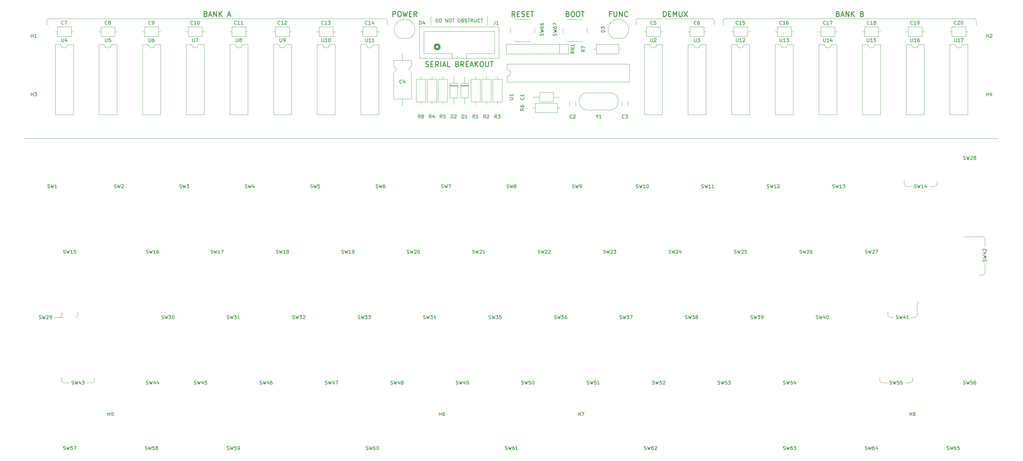
<source format=gto>
G04 #@! TF.GenerationSoftware,KiCad,Pcbnew,6.0.0*
G04 #@! TF.CreationDate,2022-01-19T14:54:03+13:00*
G04 #@! TF.ProjectId,segment_60_PCB,7365676d-656e-4745-9f36-305f5043422e,1.0.0*
G04 #@! TF.SameCoordinates,Original*
G04 #@! TF.FileFunction,Legend,Top*
G04 #@! TF.FilePolarity,Positive*
%FSLAX46Y46*%
G04 Gerber Fmt 4.6, Leading zero omitted, Abs format (unit mm)*
G04 Created by KiCad (PCBNEW 6.0.0) date 2022-01-19 14:54:03*
%MOMM*%
%LPD*%
G01*
G04 APERTURE LIST*
G04 Aperture macros list*
%AMRoundRect*
0 Rectangle with rounded corners*
0 $1 Rounding radius*
0 $2 $3 $4 $5 $6 $7 $8 $9 X,Y pos of 4 corners*
0 Add a 4 corners polygon primitive as box body*
4,1,4,$2,$3,$4,$5,$6,$7,$8,$9,$2,$3,0*
0 Add four circle primitives for the rounded corners*
1,1,$1+$1,$2,$3*
1,1,$1+$1,$4,$5*
1,1,$1+$1,$6,$7*
1,1,$1+$1,$8,$9*
0 Add four rect primitives between the rounded corners*
20,1,$1+$1,$2,$3,$4,$5,0*
20,1,$1+$1,$4,$5,$6,$7,0*
20,1,$1+$1,$6,$7,$8,$9,0*
20,1,$1+$1,$8,$9,$2,$3,0*%
%AMHorizOval*
0 Thick line with rounded ends*
0 $1 width*
0 $2 $3 position (X,Y) of the first rounded end (center of the circle)*
0 $4 $5 position (X,Y) of the second rounded end (center of the circle)*
0 Add line between two ends*
20,1,$1,$2,$3,$4,$5,0*
0 Add two circle primitives to create the rounded ends*
1,1,$1,$2,$3*
1,1,$1,$4,$5*%
G04 Aperture macros list end*
%ADD10C,0.120000*%
%ADD11C,0.225000*%
%ADD12C,0.150000*%
%ADD13C,1.800000*%
%ADD14C,4.100000*%
%ADD15C,2.300000*%
%ADD16C,3.150000*%
%ADD17O,3.546250X1.800000*%
%ADD18O,2.435000X1.800000*%
%ADD19O,3.540000X1.800000*%
%ADD20RoundRect,0.299900X0.600100X-0.600100X0.600100X0.600100X-0.600100X0.600100X-0.600100X-0.600100X0*%
%ADD21C,2.500000*%
%ADD22HorizOval,2.500000X0.000000X0.000000X0.000000X0.000000X0*%
%ADD23C,1.700000*%
%ADD24O,1.700000X1.700000*%
%ADD25HorizOval,1.700000X0.000000X0.000000X0.000000X0.000000X0*%
%ADD26HorizOval,1.700000X0.000000X0.000000X0.000000X0.000000X0*%
%ADD27HorizOval,1.700000X0.000000X0.000000X0.000000X0.000000X0*%
%ADD28HorizOval,1.700000X0.000000X0.000000X0.000000X0.000000X0*%
%ADD29C,2.100000*%
%ADD30C,1.600000*%
%ADD31C,1.900000*%
%ADD32C,3.300000*%
%ADD33C,6.500000*%
%ADD34HorizOval,4.100000X1.187675X-0.642174X-1.187675X0.642174X0*%
%ADD35HorizOval,4.100000X0.642174X-1.187675X-0.642174X1.187675X0*%
%ADD36C,3.149999*%
G04 APERTURE END LIST*
D10*
X354330000Y-92710000D02*
G75*
G03*
X353695000Y-92075000I-634999J1D01*
G01*
X281305000Y-92075000D02*
G75*
G03*
X280670000Y-92710000I-1J-634999D01*
G01*
X354330000Y-92710000D02*
X354330000Y-93980000D01*
X182880000Y-92710000D02*
G75*
G03*
X182245000Y-92075000I-634999J1D01*
G01*
X281305000Y-92075000D02*
X353695000Y-92075000D01*
X255905000Y-92075000D02*
X277495000Y-92075000D01*
X84455000Y-92075000D02*
G75*
G03*
X83820000Y-92710000I-1J-634999D01*
G01*
X84455000Y-92075000D02*
X182245000Y-92075000D01*
X255905000Y-92075000D02*
G75*
G03*
X255270000Y-92710000I-1J-634999D01*
G01*
X83820000Y-92710000D02*
X83820000Y-93980000D01*
X278130000Y-92710000D02*
X278130000Y-93980000D01*
X278130000Y-92710000D02*
G75*
G03*
X277495000Y-92075000I-634999J1D01*
G01*
X255270000Y-93980000D02*
X255270000Y-92710000D01*
X280670000Y-93980000D02*
X280670000Y-92710000D01*
X182880000Y-92710000D02*
X182880000Y-93980000D01*
X333375000Y-140335000D02*
G75*
G03*
X334010000Y-140970000I634999J-1D01*
G01*
X335788000Y-197485000D02*
X335788000Y-196532500D01*
X335153000Y-198120000D02*
G75*
G03*
X335788000Y-197485000I1J634999D01*
G01*
X335153000Y-198120000D02*
X333565500Y-198120000D01*
X326263000Y-197485000D02*
G75*
G03*
X326898000Y-198120000I634999J-1D01*
G01*
X326898000Y-198120000D02*
X328485500Y-198120000D01*
X326263000Y-197485000D02*
X326263000Y-196532500D01*
X337185000Y-178435000D02*
X337185000Y-175260000D01*
X356870000Y-156210000D02*
G75*
G03*
X356235000Y-155575000I-634999J1D01*
G01*
X336550000Y-179070000D02*
X335407000Y-179070000D01*
X356235000Y-166687500D02*
G75*
G03*
X356870000Y-166052500I1J634999D01*
G01*
X356870000Y-166052500D02*
X356870000Y-163512500D01*
X328612500Y-178435000D02*
X328612500Y-177482500D01*
X356870000Y-156210000D02*
X356870000Y-158432500D01*
X356235000Y-166687500D02*
X355282500Y-166687500D01*
X336550000Y-179070000D02*
G75*
G03*
X337185000Y-178435000I1J634999D01*
G01*
X337820000Y-174625000D02*
G75*
G03*
X337185000Y-175260000I-1J-634999D01*
G01*
X329247500Y-179070000D02*
X330327000Y-179070000D01*
X88138000Y-197485000D02*
G75*
G03*
X88773000Y-198120000I634999J-1D01*
G01*
X342265000Y-140970000D02*
G75*
G03*
X342900000Y-140335000I1J634999D01*
G01*
X97028000Y-198120000D02*
G75*
G03*
X97663000Y-197485000I1J634999D01*
G01*
X195580000Y-93980000D02*
X195580000Y-91440000D01*
X342900000Y-140335000D02*
X342900000Y-139382500D01*
X97663000Y-197485000D02*
X97663000Y-196532500D01*
X356235000Y-155575000D02*
X350520000Y-155575000D01*
X88138000Y-197485000D02*
X88138000Y-196532500D01*
X92837000Y-178435000D02*
X92837000Y-177482500D01*
X212090000Y-93980000D02*
X212090000Y-91440000D01*
X334010000Y-140970000D02*
X335597500Y-140970000D01*
X97028000Y-198120000D02*
X95440500Y-198120000D01*
X333375000Y-140335000D02*
X333375000Y-139382500D01*
X342265000Y-140970000D02*
X340677500Y-140970000D01*
X85915500Y-179070000D02*
X87503000Y-179070000D01*
X88773000Y-198120000D02*
X90360500Y-198120000D01*
X87503000Y-179070000D02*
G75*
G03*
X88138000Y-178435000I1J634999D01*
G01*
X92202000Y-179070000D02*
G75*
G03*
X92837000Y-178435000I1J634999D01*
G01*
X77343000Y-127000000D02*
X360807000Y-127000000D01*
X88493600Y-179070000D02*
X87503000Y-179070000D01*
X88138000Y-178435000D02*
X88138000Y-177482500D01*
X328612500Y-178435000D02*
G75*
G03*
X329247500Y-179070000I634999J-1D01*
G01*
D11*
X248082857Y-90697857D02*
X247582857Y-90697857D01*
X247582857Y-91483571D02*
X247582857Y-89983571D01*
X248297142Y-89983571D01*
X248868571Y-89983571D02*
X248868571Y-91197857D01*
X248940000Y-91340714D01*
X249011428Y-91412142D01*
X249154285Y-91483571D01*
X249440000Y-91483571D01*
X249582857Y-91412142D01*
X249654285Y-91340714D01*
X249725714Y-91197857D01*
X249725714Y-89983571D01*
X250440000Y-91483571D02*
X250440000Y-89983571D01*
X251297142Y-91483571D01*
X251297142Y-89983571D01*
X252868571Y-91340714D02*
X252797142Y-91412142D01*
X252582857Y-91483571D01*
X252440000Y-91483571D01*
X252225714Y-91412142D01*
X252082857Y-91269285D01*
X252011428Y-91126428D01*
X251940000Y-90840714D01*
X251940000Y-90626428D01*
X252011428Y-90340714D01*
X252082857Y-90197857D01*
X252225714Y-90055000D01*
X252440000Y-89983571D01*
X252582857Y-89983571D01*
X252797142Y-90055000D01*
X252868571Y-90126428D01*
X263271428Y-91483571D02*
X263271428Y-89983571D01*
X263628571Y-89983571D01*
X263842857Y-90055000D01*
X263985714Y-90197857D01*
X264057142Y-90340714D01*
X264128571Y-90626428D01*
X264128571Y-90840714D01*
X264057142Y-91126428D01*
X263985714Y-91269285D01*
X263842857Y-91412142D01*
X263628571Y-91483571D01*
X263271428Y-91483571D01*
X264771428Y-90697857D02*
X265271428Y-90697857D01*
X265485714Y-91483571D02*
X264771428Y-91483571D01*
X264771428Y-89983571D01*
X265485714Y-89983571D01*
X266128571Y-91483571D02*
X266128571Y-89983571D01*
X266628571Y-91055000D01*
X267128571Y-89983571D01*
X267128571Y-91483571D01*
X267842857Y-89983571D02*
X267842857Y-91197857D01*
X267914285Y-91340714D01*
X267985714Y-91412142D01*
X268128571Y-91483571D01*
X268414285Y-91483571D01*
X268557142Y-91412142D01*
X268628571Y-91340714D01*
X268700000Y-91197857D01*
X268700000Y-89983571D01*
X269271428Y-89983571D02*
X270271428Y-91483571D01*
X270271428Y-89983571D02*
X269271428Y-91483571D01*
X220071428Y-91483571D02*
X219571428Y-90769285D01*
X219214285Y-91483571D02*
X219214285Y-89983571D01*
X219785714Y-89983571D01*
X219928571Y-90055000D01*
X220000000Y-90126428D01*
X220071428Y-90269285D01*
X220071428Y-90483571D01*
X220000000Y-90626428D01*
X219928571Y-90697857D01*
X219785714Y-90769285D01*
X219214285Y-90769285D01*
X220714285Y-90697857D02*
X221214285Y-90697857D01*
X221428571Y-91483571D02*
X220714285Y-91483571D01*
X220714285Y-89983571D01*
X221428571Y-89983571D01*
X222000000Y-91412142D02*
X222214285Y-91483571D01*
X222571428Y-91483571D01*
X222714285Y-91412142D01*
X222785714Y-91340714D01*
X222857142Y-91197857D01*
X222857142Y-91055000D01*
X222785714Y-90912142D01*
X222714285Y-90840714D01*
X222571428Y-90769285D01*
X222285714Y-90697857D01*
X222142857Y-90626428D01*
X222071428Y-90555000D01*
X222000000Y-90412142D01*
X222000000Y-90269285D01*
X222071428Y-90126428D01*
X222142857Y-90055000D01*
X222285714Y-89983571D01*
X222642857Y-89983571D01*
X222857142Y-90055000D01*
X223500000Y-90697857D02*
X224000000Y-90697857D01*
X224214285Y-91483571D02*
X223500000Y-91483571D01*
X223500000Y-89983571D01*
X224214285Y-89983571D01*
X224642857Y-89983571D02*
X225500000Y-89983571D01*
X225071428Y-91483571D02*
X225071428Y-89983571D01*
X314107142Y-90697857D02*
X314321428Y-90769285D01*
X314392857Y-90840714D01*
X314464285Y-90983571D01*
X314464285Y-91197857D01*
X314392857Y-91340714D01*
X314321428Y-91412142D01*
X314178571Y-91483571D01*
X313607142Y-91483571D01*
X313607142Y-89983571D01*
X314107142Y-89983571D01*
X314250000Y-90055000D01*
X314321428Y-90126428D01*
X314392857Y-90269285D01*
X314392857Y-90412142D01*
X314321428Y-90555000D01*
X314250000Y-90626428D01*
X314107142Y-90697857D01*
X313607142Y-90697857D01*
X315035714Y-91055000D02*
X315750000Y-91055000D01*
X314892857Y-91483571D02*
X315392857Y-89983571D01*
X315892857Y-91483571D01*
X316392857Y-91483571D02*
X316392857Y-89983571D01*
X317250000Y-91483571D01*
X317250000Y-89983571D01*
X317964285Y-91483571D02*
X317964285Y-89983571D01*
X318821428Y-91483571D02*
X318178571Y-90626428D01*
X318821428Y-89983571D02*
X317964285Y-90840714D01*
X321107142Y-90697857D02*
X321321428Y-90769285D01*
X321392857Y-90840714D01*
X321464285Y-90983571D01*
X321464285Y-91197857D01*
X321392857Y-91340714D01*
X321321428Y-91412142D01*
X321178571Y-91483571D01*
X320607142Y-91483571D01*
X320607142Y-89983571D01*
X321107142Y-89983571D01*
X321250000Y-90055000D01*
X321321428Y-90126428D01*
X321392857Y-90269285D01*
X321392857Y-90412142D01*
X321321428Y-90555000D01*
X321250000Y-90626428D01*
X321107142Y-90697857D01*
X320607142Y-90697857D01*
X235454285Y-90697857D02*
X235668571Y-90769285D01*
X235740000Y-90840714D01*
X235811428Y-90983571D01*
X235811428Y-91197857D01*
X235740000Y-91340714D01*
X235668571Y-91412142D01*
X235525714Y-91483571D01*
X234954285Y-91483571D01*
X234954285Y-89983571D01*
X235454285Y-89983571D01*
X235597142Y-90055000D01*
X235668571Y-90126428D01*
X235740000Y-90269285D01*
X235740000Y-90412142D01*
X235668571Y-90555000D01*
X235597142Y-90626428D01*
X235454285Y-90697857D01*
X234954285Y-90697857D01*
X236740000Y-89983571D02*
X237025714Y-89983571D01*
X237168571Y-90055000D01*
X237311428Y-90197857D01*
X237382857Y-90483571D01*
X237382857Y-90983571D01*
X237311428Y-91269285D01*
X237168571Y-91412142D01*
X237025714Y-91483571D01*
X236740000Y-91483571D01*
X236597142Y-91412142D01*
X236454285Y-91269285D01*
X236382857Y-90983571D01*
X236382857Y-90483571D01*
X236454285Y-90197857D01*
X236597142Y-90055000D01*
X236740000Y-89983571D01*
X238311428Y-89983571D02*
X238597142Y-89983571D01*
X238740000Y-90055000D01*
X238882857Y-90197857D01*
X238954285Y-90483571D01*
X238954285Y-90983571D01*
X238882857Y-91269285D01*
X238740000Y-91412142D01*
X238597142Y-91483571D01*
X238311428Y-91483571D01*
X238168571Y-91412142D01*
X238025714Y-91269285D01*
X237954285Y-90983571D01*
X237954285Y-90483571D01*
X238025714Y-90197857D01*
X238168571Y-90055000D01*
X238311428Y-89983571D01*
X239382857Y-89983571D02*
X240240000Y-89983571D01*
X239811428Y-91483571D02*
X239811428Y-89983571D01*
X184495714Y-91483571D02*
X184495714Y-89983571D01*
X185067142Y-89983571D01*
X185210000Y-90055000D01*
X185281428Y-90126428D01*
X185352857Y-90269285D01*
X185352857Y-90483571D01*
X185281428Y-90626428D01*
X185210000Y-90697857D01*
X185067142Y-90769285D01*
X184495714Y-90769285D01*
X186281428Y-89983571D02*
X186567142Y-89983571D01*
X186710000Y-90055000D01*
X186852857Y-90197857D01*
X186924285Y-90483571D01*
X186924285Y-90983571D01*
X186852857Y-91269285D01*
X186710000Y-91412142D01*
X186567142Y-91483571D01*
X186281428Y-91483571D01*
X186138571Y-91412142D01*
X185995714Y-91269285D01*
X185924285Y-90983571D01*
X185924285Y-90483571D01*
X185995714Y-90197857D01*
X186138571Y-90055000D01*
X186281428Y-89983571D01*
X187424285Y-89983571D02*
X187781428Y-91483571D01*
X188067142Y-90412142D01*
X188352857Y-91483571D01*
X188710000Y-89983571D01*
X189281428Y-90697857D02*
X189781428Y-90697857D01*
X189995714Y-91483571D02*
X189281428Y-91483571D01*
X189281428Y-89983571D01*
X189995714Y-89983571D01*
X191495714Y-91483571D02*
X190995714Y-90769285D01*
X190638571Y-91483571D02*
X190638571Y-89983571D01*
X191210000Y-89983571D01*
X191352857Y-90055000D01*
X191424285Y-90126428D01*
X191495714Y-90269285D01*
X191495714Y-90483571D01*
X191424285Y-90626428D01*
X191352857Y-90697857D01*
X191210000Y-90769285D01*
X190638571Y-90769285D01*
X194085000Y-106017142D02*
X194299285Y-106088571D01*
X194656428Y-106088571D01*
X194799285Y-106017142D01*
X194870714Y-105945714D01*
X194942142Y-105802857D01*
X194942142Y-105660000D01*
X194870714Y-105517142D01*
X194799285Y-105445714D01*
X194656428Y-105374285D01*
X194370714Y-105302857D01*
X194227857Y-105231428D01*
X194156428Y-105160000D01*
X194085000Y-105017142D01*
X194085000Y-104874285D01*
X194156428Y-104731428D01*
X194227857Y-104660000D01*
X194370714Y-104588571D01*
X194727857Y-104588571D01*
X194942142Y-104660000D01*
X195585000Y-105302857D02*
X196085000Y-105302857D01*
X196299285Y-106088571D02*
X195585000Y-106088571D01*
X195585000Y-104588571D01*
X196299285Y-104588571D01*
X197799285Y-106088571D02*
X197299285Y-105374285D01*
X196942142Y-106088571D02*
X196942142Y-104588571D01*
X197513571Y-104588571D01*
X197656428Y-104660000D01*
X197727857Y-104731428D01*
X197799285Y-104874285D01*
X197799285Y-105088571D01*
X197727857Y-105231428D01*
X197656428Y-105302857D01*
X197513571Y-105374285D01*
X196942142Y-105374285D01*
X198442142Y-106088571D02*
X198442142Y-104588571D01*
X199085000Y-105660000D02*
X199799285Y-105660000D01*
X198942142Y-106088571D02*
X199442142Y-104588571D01*
X199942142Y-106088571D01*
X201156428Y-106088571D02*
X200442142Y-106088571D01*
X200442142Y-104588571D01*
X203299285Y-105302857D02*
X203513571Y-105374285D01*
X203585000Y-105445714D01*
X203656428Y-105588571D01*
X203656428Y-105802857D01*
X203585000Y-105945714D01*
X203513571Y-106017142D01*
X203370714Y-106088571D01*
X202799285Y-106088571D01*
X202799285Y-104588571D01*
X203299285Y-104588571D01*
X203442142Y-104660000D01*
X203513571Y-104731428D01*
X203585000Y-104874285D01*
X203585000Y-105017142D01*
X203513571Y-105160000D01*
X203442142Y-105231428D01*
X203299285Y-105302857D01*
X202799285Y-105302857D01*
X205156428Y-106088571D02*
X204656428Y-105374285D01*
X204299285Y-106088571D02*
X204299285Y-104588571D01*
X204870714Y-104588571D01*
X205013571Y-104660000D01*
X205085000Y-104731428D01*
X205156428Y-104874285D01*
X205156428Y-105088571D01*
X205085000Y-105231428D01*
X205013571Y-105302857D01*
X204870714Y-105374285D01*
X204299285Y-105374285D01*
X205799285Y-105302857D02*
X206299285Y-105302857D01*
X206513571Y-106088571D02*
X205799285Y-106088571D01*
X205799285Y-104588571D01*
X206513571Y-104588571D01*
X207085000Y-105660000D02*
X207799285Y-105660000D01*
X206942142Y-106088571D02*
X207442142Y-104588571D01*
X207942142Y-106088571D01*
X208442142Y-106088571D02*
X208442142Y-104588571D01*
X209299285Y-106088571D02*
X208656428Y-105231428D01*
X209299285Y-104588571D02*
X208442142Y-105445714D01*
X210227857Y-104588571D02*
X210513571Y-104588571D01*
X210656428Y-104660000D01*
X210799285Y-104802857D01*
X210870714Y-105088571D01*
X210870714Y-105588571D01*
X210799285Y-105874285D01*
X210656428Y-106017142D01*
X210513571Y-106088571D01*
X210227857Y-106088571D01*
X210085000Y-106017142D01*
X209942142Y-105874285D01*
X209870714Y-105588571D01*
X209870714Y-105088571D01*
X209942142Y-104802857D01*
X210085000Y-104660000D01*
X210227857Y-104588571D01*
X211513571Y-104588571D02*
X211513571Y-105802857D01*
X211585000Y-105945714D01*
X211656428Y-106017142D01*
X211799285Y-106088571D01*
X212085000Y-106088571D01*
X212227857Y-106017142D01*
X212299285Y-105945714D01*
X212370714Y-105802857D01*
X212370714Y-104588571D01*
X212870714Y-104588571D02*
X213727857Y-104588571D01*
X213299285Y-106088571D02*
X213299285Y-104588571D01*
D12*
X197073095Y-93162380D02*
X197073095Y-92162380D01*
X197311190Y-92162380D01*
X197454047Y-92210000D01*
X197549285Y-92305238D01*
X197596904Y-92400476D01*
X197644523Y-92590952D01*
X197644523Y-92733809D01*
X197596904Y-92924285D01*
X197549285Y-93019523D01*
X197454047Y-93114761D01*
X197311190Y-93162380D01*
X197073095Y-93162380D01*
X198263571Y-92162380D02*
X198454047Y-92162380D01*
X198549285Y-92210000D01*
X198644523Y-92305238D01*
X198692142Y-92495714D01*
X198692142Y-92829047D01*
X198644523Y-93019523D01*
X198549285Y-93114761D01*
X198454047Y-93162380D01*
X198263571Y-93162380D01*
X198168333Y-93114761D01*
X198073095Y-93019523D01*
X198025476Y-92829047D01*
X198025476Y-92495714D01*
X198073095Y-92305238D01*
X198168333Y-92210000D01*
X198263571Y-92162380D01*
X199882619Y-93162380D02*
X199882619Y-92162380D01*
X200454047Y-93162380D01*
X200454047Y-92162380D01*
X201120714Y-92162380D02*
X201311190Y-92162380D01*
X201406428Y-92210000D01*
X201501666Y-92305238D01*
X201549285Y-92495714D01*
X201549285Y-92829047D01*
X201501666Y-93019523D01*
X201406428Y-93114761D01*
X201311190Y-93162380D01*
X201120714Y-93162380D01*
X201025476Y-93114761D01*
X200930238Y-93019523D01*
X200882619Y-92829047D01*
X200882619Y-92495714D01*
X200930238Y-92305238D01*
X201025476Y-92210000D01*
X201120714Y-92162380D01*
X201835000Y-92162380D02*
X202406428Y-92162380D01*
X202120714Y-93162380D02*
X202120714Y-92162380D01*
X203692142Y-92162380D02*
X203882619Y-92162380D01*
X203977857Y-92210000D01*
X204073095Y-92305238D01*
X204120714Y-92495714D01*
X204120714Y-92829047D01*
X204073095Y-93019523D01*
X203977857Y-93114761D01*
X203882619Y-93162380D01*
X203692142Y-93162380D01*
X203596904Y-93114761D01*
X203501666Y-93019523D01*
X203454047Y-92829047D01*
X203454047Y-92495714D01*
X203501666Y-92305238D01*
X203596904Y-92210000D01*
X203692142Y-92162380D01*
X204882619Y-92638571D02*
X205025476Y-92686190D01*
X205073095Y-92733809D01*
X205120714Y-92829047D01*
X205120714Y-92971904D01*
X205073095Y-93067142D01*
X205025476Y-93114761D01*
X204930238Y-93162380D01*
X204549285Y-93162380D01*
X204549285Y-92162380D01*
X204882619Y-92162380D01*
X204977857Y-92210000D01*
X205025476Y-92257619D01*
X205073095Y-92352857D01*
X205073095Y-92448095D01*
X205025476Y-92543333D01*
X204977857Y-92590952D01*
X204882619Y-92638571D01*
X204549285Y-92638571D01*
X205501666Y-93114761D02*
X205644523Y-93162380D01*
X205882619Y-93162380D01*
X205977857Y-93114761D01*
X206025476Y-93067142D01*
X206073095Y-92971904D01*
X206073095Y-92876666D01*
X206025476Y-92781428D01*
X205977857Y-92733809D01*
X205882619Y-92686190D01*
X205692142Y-92638571D01*
X205596904Y-92590952D01*
X205549285Y-92543333D01*
X205501666Y-92448095D01*
X205501666Y-92352857D01*
X205549285Y-92257619D01*
X205596904Y-92210000D01*
X205692142Y-92162380D01*
X205930238Y-92162380D01*
X206073095Y-92210000D01*
X206358809Y-92162380D02*
X206930238Y-92162380D01*
X206644523Y-93162380D02*
X206644523Y-92162380D01*
X207835000Y-93162380D02*
X207501666Y-92686190D01*
X207263571Y-93162380D02*
X207263571Y-92162380D01*
X207644523Y-92162380D01*
X207739761Y-92210000D01*
X207787380Y-92257619D01*
X207835000Y-92352857D01*
X207835000Y-92495714D01*
X207787380Y-92590952D01*
X207739761Y-92638571D01*
X207644523Y-92686190D01*
X207263571Y-92686190D01*
X208263571Y-92162380D02*
X208263571Y-92971904D01*
X208311190Y-93067142D01*
X208358809Y-93114761D01*
X208454047Y-93162380D01*
X208644523Y-93162380D01*
X208739761Y-93114761D01*
X208787380Y-93067142D01*
X208835000Y-92971904D01*
X208835000Y-92162380D01*
X209882619Y-93067142D02*
X209835000Y-93114761D01*
X209692142Y-93162380D01*
X209596904Y-93162380D01*
X209454047Y-93114761D01*
X209358809Y-93019523D01*
X209311190Y-92924285D01*
X209263571Y-92733809D01*
X209263571Y-92590952D01*
X209311190Y-92400476D01*
X209358809Y-92305238D01*
X209454047Y-92210000D01*
X209596904Y-92162380D01*
X209692142Y-92162380D01*
X209835000Y-92210000D01*
X209882619Y-92257619D01*
X210168333Y-92162380D02*
X210739761Y-92162380D01*
X210454047Y-93162380D02*
X210454047Y-92162380D01*
D11*
X130064285Y-90697857D02*
X130278571Y-90769285D01*
X130350000Y-90840714D01*
X130421428Y-90983571D01*
X130421428Y-91197857D01*
X130350000Y-91340714D01*
X130278571Y-91412142D01*
X130135714Y-91483571D01*
X129564285Y-91483571D01*
X129564285Y-89983571D01*
X130064285Y-89983571D01*
X130207142Y-90055000D01*
X130278571Y-90126428D01*
X130350000Y-90269285D01*
X130350000Y-90412142D01*
X130278571Y-90555000D01*
X130207142Y-90626428D01*
X130064285Y-90697857D01*
X129564285Y-90697857D01*
X130992857Y-91055000D02*
X131707142Y-91055000D01*
X130850000Y-91483571D02*
X131350000Y-89983571D01*
X131850000Y-91483571D01*
X132350000Y-91483571D02*
X132350000Y-89983571D01*
X133207142Y-91483571D01*
X133207142Y-89983571D01*
X133921428Y-91483571D02*
X133921428Y-89983571D01*
X134778571Y-91483571D02*
X134135714Y-90626428D01*
X134778571Y-89983571D02*
X133921428Y-90840714D01*
X136492857Y-91055000D02*
X137207142Y-91055000D01*
X136350000Y-91483571D02*
X136850000Y-89983571D01*
X137350000Y-91483571D01*
D12*
X350615476Y-198524761D02*
X350758333Y-198572380D01*
X350996428Y-198572380D01*
X351091666Y-198524761D01*
X351139285Y-198477142D01*
X351186904Y-198381904D01*
X351186904Y-198286666D01*
X351139285Y-198191428D01*
X351091666Y-198143809D01*
X350996428Y-198096190D01*
X350805952Y-198048571D01*
X350710714Y-198000952D01*
X350663095Y-197953333D01*
X350615476Y-197858095D01*
X350615476Y-197762857D01*
X350663095Y-197667619D01*
X350710714Y-197620000D01*
X350805952Y-197572380D01*
X351044047Y-197572380D01*
X351186904Y-197620000D01*
X351520238Y-197572380D02*
X351758333Y-198572380D01*
X351948809Y-197858095D01*
X352139285Y-198572380D01*
X352377380Y-197572380D01*
X353234523Y-197572380D02*
X352758333Y-197572380D01*
X352710714Y-198048571D01*
X352758333Y-198000952D01*
X352853571Y-197953333D01*
X353091666Y-197953333D01*
X353186904Y-198000952D01*
X353234523Y-198048571D01*
X353282142Y-198143809D01*
X353282142Y-198381904D01*
X353234523Y-198477142D01*
X353186904Y-198524761D01*
X353091666Y-198572380D01*
X352853571Y-198572380D01*
X352758333Y-198524761D01*
X352710714Y-198477142D01*
X354139285Y-197572380D02*
X353948809Y-197572380D01*
X353853571Y-197620000D01*
X353805952Y-197667619D01*
X353710714Y-197810476D01*
X353663095Y-198000952D01*
X353663095Y-198381904D01*
X353710714Y-198477142D01*
X353758333Y-198524761D01*
X353853571Y-198572380D01*
X354044047Y-198572380D01*
X354139285Y-198524761D01*
X354186904Y-198477142D01*
X354234523Y-198381904D01*
X354234523Y-198143809D01*
X354186904Y-198048571D01*
X354139285Y-198000952D01*
X354044047Y-197953333D01*
X353853571Y-197953333D01*
X353758333Y-198000952D01*
X353710714Y-198048571D01*
X353663095Y-198143809D01*
X112807976Y-160424761D02*
X112950833Y-160472380D01*
X113188928Y-160472380D01*
X113284166Y-160424761D01*
X113331785Y-160377142D01*
X113379404Y-160281904D01*
X113379404Y-160186666D01*
X113331785Y-160091428D01*
X113284166Y-160043809D01*
X113188928Y-159996190D01*
X112998452Y-159948571D01*
X112903214Y-159900952D01*
X112855595Y-159853333D01*
X112807976Y-159758095D01*
X112807976Y-159662857D01*
X112855595Y-159567619D01*
X112903214Y-159520000D01*
X112998452Y-159472380D01*
X113236547Y-159472380D01*
X113379404Y-159520000D01*
X113712738Y-159472380D02*
X113950833Y-160472380D01*
X114141309Y-159758095D01*
X114331785Y-160472380D01*
X114569880Y-159472380D01*
X115474642Y-160472380D02*
X114903214Y-160472380D01*
X115188928Y-160472380D02*
X115188928Y-159472380D01*
X115093690Y-159615238D01*
X114998452Y-159710476D01*
X114903214Y-159758095D01*
X116331785Y-159472380D02*
X116141309Y-159472380D01*
X116046071Y-159520000D01*
X115998452Y-159567619D01*
X115903214Y-159710476D01*
X115855595Y-159900952D01*
X115855595Y-160281904D01*
X115903214Y-160377142D01*
X115950833Y-160424761D01*
X116046071Y-160472380D01*
X116236547Y-160472380D01*
X116331785Y-160424761D01*
X116379404Y-160377142D01*
X116427023Y-160281904D01*
X116427023Y-160043809D01*
X116379404Y-159948571D01*
X116331785Y-159900952D01*
X116236547Y-159853333D01*
X116046071Y-159853333D01*
X115950833Y-159900952D01*
X115903214Y-159948571D01*
X115855595Y-160043809D01*
X331057476Y-179474761D02*
X331200333Y-179522380D01*
X331438428Y-179522380D01*
X331533666Y-179474761D01*
X331581285Y-179427142D01*
X331628904Y-179331904D01*
X331628904Y-179236666D01*
X331581285Y-179141428D01*
X331533666Y-179093809D01*
X331438428Y-179046190D01*
X331247952Y-178998571D01*
X331152714Y-178950952D01*
X331105095Y-178903333D01*
X331057476Y-178808095D01*
X331057476Y-178712857D01*
X331105095Y-178617619D01*
X331152714Y-178570000D01*
X331247952Y-178522380D01*
X331486047Y-178522380D01*
X331628904Y-178570000D01*
X331962238Y-178522380D02*
X332200333Y-179522380D01*
X332390809Y-178808095D01*
X332581285Y-179522380D01*
X332819380Y-178522380D01*
X333628904Y-178855714D02*
X333628904Y-179522380D01*
X333390809Y-178474761D02*
X333152714Y-179189047D01*
X333771761Y-179189047D01*
X334676523Y-179522380D02*
X334105095Y-179522380D01*
X334390809Y-179522380D02*
X334390809Y-178522380D01*
X334295571Y-178665238D01*
X334200333Y-178760476D01*
X334105095Y-178808095D01*
X212502976Y-179474761D02*
X212645833Y-179522380D01*
X212883928Y-179522380D01*
X212979166Y-179474761D01*
X213026785Y-179427142D01*
X213074404Y-179331904D01*
X213074404Y-179236666D01*
X213026785Y-179141428D01*
X212979166Y-179093809D01*
X212883928Y-179046190D01*
X212693452Y-178998571D01*
X212598214Y-178950952D01*
X212550595Y-178903333D01*
X212502976Y-178808095D01*
X212502976Y-178712857D01*
X212550595Y-178617619D01*
X212598214Y-178570000D01*
X212693452Y-178522380D01*
X212931547Y-178522380D01*
X213074404Y-178570000D01*
X213407738Y-178522380D02*
X213645833Y-179522380D01*
X213836309Y-178808095D01*
X214026785Y-179522380D01*
X214264880Y-178522380D01*
X214550595Y-178522380D02*
X215169642Y-178522380D01*
X214836309Y-178903333D01*
X214979166Y-178903333D01*
X215074404Y-178950952D01*
X215122023Y-178998571D01*
X215169642Y-179093809D01*
X215169642Y-179331904D01*
X215122023Y-179427142D01*
X215074404Y-179474761D01*
X214979166Y-179522380D01*
X214693452Y-179522380D01*
X214598214Y-179474761D01*
X214550595Y-179427142D01*
X216074404Y-178522380D02*
X215598214Y-178522380D01*
X215550595Y-178998571D01*
X215598214Y-178950952D01*
X215693452Y-178903333D01*
X215931547Y-178903333D01*
X216026785Y-178950952D01*
X216074404Y-178998571D01*
X216122023Y-179093809D01*
X216122023Y-179331904D01*
X216074404Y-179427142D01*
X216026785Y-179474761D01*
X215931547Y-179522380D01*
X215693452Y-179522380D01*
X215598214Y-179474761D01*
X215550595Y-179427142D01*
X269652976Y-179474761D02*
X269795833Y-179522380D01*
X270033928Y-179522380D01*
X270129166Y-179474761D01*
X270176785Y-179427142D01*
X270224404Y-179331904D01*
X270224404Y-179236666D01*
X270176785Y-179141428D01*
X270129166Y-179093809D01*
X270033928Y-179046190D01*
X269843452Y-178998571D01*
X269748214Y-178950952D01*
X269700595Y-178903333D01*
X269652976Y-178808095D01*
X269652976Y-178712857D01*
X269700595Y-178617619D01*
X269748214Y-178570000D01*
X269843452Y-178522380D01*
X270081547Y-178522380D01*
X270224404Y-178570000D01*
X270557738Y-178522380D02*
X270795833Y-179522380D01*
X270986309Y-178808095D01*
X271176785Y-179522380D01*
X271414880Y-178522380D01*
X271700595Y-178522380D02*
X272319642Y-178522380D01*
X271986309Y-178903333D01*
X272129166Y-178903333D01*
X272224404Y-178950952D01*
X272272023Y-178998571D01*
X272319642Y-179093809D01*
X272319642Y-179331904D01*
X272272023Y-179427142D01*
X272224404Y-179474761D01*
X272129166Y-179522380D01*
X271843452Y-179522380D01*
X271748214Y-179474761D01*
X271700595Y-179427142D01*
X272891071Y-178950952D02*
X272795833Y-178903333D01*
X272748214Y-178855714D01*
X272700595Y-178760476D01*
X272700595Y-178712857D01*
X272748214Y-178617619D01*
X272795833Y-178570000D01*
X272891071Y-178522380D01*
X273081547Y-178522380D01*
X273176785Y-178570000D01*
X273224404Y-178617619D01*
X273272023Y-178712857D01*
X273272023Y-178760476D01*
X273224404Y-178855714D01*
X273176785Y-178903333D01*
X273081547Y-178950952D01*
X272891071Y-178950952D01*
X272795833Y-178998571D01*
X272748214Y-179046190D01*
X272700595Y-179141428D01*
X272700595Y-179331904D01*
X272748214Y-179427142D01*
X272795833Y-179474761D01*
X272891071Y-179522380D01*
X273081547Y-179522380D01*
X273176785Y-179474761D01*
X273224404Y-179427142D01*
X273272023Y-179331904D01*
X273272023Y-179141428D01*
X273224404Y-179046190D01*
X273176785Y-178998571D01*
X273081547Y-178950952D01*
X207740476Y-160424761D02*
X207883333Y-160472380D01*
X208121428Y-160472380D01*
X208216666Y-160424761D01*
X208264285Y-160377142D01*
X208311904Y-160281904D01*
X208311904Y-160186666D01*
X208264285Y-160091428D01*
X208216666Y-160043809D01*
X208121428Y-159996190D01*
X207930952Y-159948571D01*
X207835714Y-159900952D01*
X207788095Y-159853333D01*
X207740476Y-159758095D01*
X207740476Y-159662857D01*
X207788095Y-159567619D01*
X207835714Y-159520000D01*
X207930952Y-159472380D01*
X208169047Y-159472380D01*
X208311904Y-159520000D01*
X208645238Y-159472380D02*
X208883333Y-160472380D01*
X209073809Y-159758095D01*
X209264285Y-160472380D01*
X209502380Y-159472380D01*
X209835714Y-159567619D02*
X209883333Y-159520000D01*
X209978571Y-159472380D01*
X210216666Y-159472380D01*
X210311904Y-159520000D01*
X210359523Y-159567619D01*
X210407142Y-159662857D01*
X210407142Y-159758095D01*
X210359523Y-159900952D01*
X209788095Y-160472380D01*
X210407142Y-160472380D01*
X211359523Y-160472380D02*
X210788095Y-160472380D01*
X211073809Y-160472380D02*
X211073809Y-159472380D01*
X210978571Y-159615238D01*
X210883333Y-159710476D01*
X210788095Y-159758095D01*
X141541666Y-141374761D02*
X141684523Y-141422380D01*
X141922619Y-141422380D01*
X142017857Y-141374761D01*
X142065476Y-141327142D01*
X142113095Y-141231904D01*
X142113095Y-141136666D01*
X142065476Y-141041428D01*
X142017857Y-140993809D01*
X141922619Y-140946190D01*
X141732142Y-140898571D01*
X141636904Y-140850952D01*
X141589285Y-140803333D01*
X141541666Y-140708095D01*
X141541666Y-140612857D01*
X141589285Y-140517619D01*
X141636904Y-140470000D01*
X141732142Y-140422380D01*
X141970238Y-140422380D01*
X142113095Y-140470000D01*
X142446428Y-140422380D02*
X142684523Y-141422380D01*
X142875000Y-140708095D01*
X143065476Y-141422380D01*
X143303571Y-140422380D01*
X144113095Y-140755714D02*
X144113095Y-141422380D01*
X143875000Y-140374761D02*
X143636904Y-141089047D01*
X144255952Y-141089047D01*
X112807976Y-198524761D02*
X112950833Y-198572380D01*
X113188928Y-198572380D01*
X113284166Y-198524761D01*
X113331785Y-198477142D01*
X113379404Y-198381904D01*
X113379404Y-198286666D01*
X113331785Y-198191428D01*
X113284166Y-198143809D01*
X113188928Y-198096190D01*
X112998452Y-198048571D01*
X112903214Y-198000952D01*
X112855595Y-197953333D01*
X112807976Y-197858095D01*
X112807976Y-197762857D01*
X112855595Y-197667619D01*
X112903214Y-197620000D01*
X112998452Y-197572380D01*
X113236547Y-197572380D01*
X113379404Y-197620000D01*
X113712738Y-197572380D02*
X113950833Y-198572380D01*
X114141309Y-197858095D01*
X114331785Y-198572380D01*
X114569880Y-197572380D01*
X115379404Y-197905714D02*
X115379404Y-198572380D01*
X115141309Y-197524761D02*
X114903214Y-198239047D01*
X115522261Y-198239047D01*
X116331785Y-197905714D02*
X116331785Y-198572380D01*
X116093690Y-197524761D02*
X115855595Y-198239047D01*
X116474642Y-198239047D01*
X257746726Y-217574761D02*
X257889583Y-217622380D01*
X258127678Y-217622380D01*
X258222916Y-217574761D01*
X258270535Y-217527142D01*
X258318154Y-217431904D01*
X258318154Y-217336666D01*
X258270535Y-217241428D01*
X258222916Y-217193809D01*
X258127678Y-217146190D01*
X257937202Y-217098571D01*
X257841964Y-217050952D01*
X257794345Y-217003333D01*
X257746726Y-216908095D01*
X257746726Y-216812857D01*
X257794345Y-216717619D01*
X257841964Y-216670000D01*
X257937202Y-216622380D01*
X258175297Y-216622380D01*
X258318154Y-216670000D01*
X258651488Y-216622380D02*
X258889583Y-217622380D01*
X259080059Y-216908095D01*
X259270535Y-217622380D01*
X259508630Y-216622380D01*
X260318154Y-216622380D02*
X260127678Y-216622380D01*
X260032440Y-216670000D01*
X259984821Y-216717619D01*
X259889583Y-216860476D01*
X259841964Y-217050952D01*
X259841964Y-217431904D01*
X259889583Y-217527142D01*
X259937202Y-217574761D01*
X260032440Y-217622380D01*
X260222916Y-217622380D01*
X260318154Y-217574761D01*
X260365773Y-217527142D01*
X260413392Y-217431904D01*
X260413392Y-217193809D01*
X260365773Y-217098571D01*
X260318154Y-217050952D01*
X260222916Y-217003333D01*
X260032440Y-217003333D01*
X259937202Y-217050952D01*
X259889583Y-217098571D01*
X259841964Y-217193809D01*
X260794345Y-216717619D02*
X260841964Y-216670000D01*
X260937202Y-216622380D01*
X261175297Y-216622380D01*
X261270535Y-216670000D01*
X261318154Y-216717619D01*
X261365773Y-216812857D01*
X261365773Y-216908095D01*
X261318154Y-217050952D01*
X260746726Y-217622380D01*
X261365773Y-217622380D01*
X283940476Y-160424761D02*
X284083333Y-160472380D01*
X284321428Y-160472380D01*
X284416666Y-160424761D01*
X284464285Y-160377142D01*
X284511904Y-160281904D01*
X284511904Y-160186666D01*
X284464285Y-160091428D01*
X284416666Y-160043809D01*
X284321428Y-159996190D01*
X284130952Y-159948571D01*
X284035714Y-159900952D01*
X283988095Y-159853333D01*
X283940476Y-159758095D01*
X283940476Y-159662857D01*
X283988095Y-159567619D01*
X284035714Y-159520000D01*
X284130952Y-159472380D01*
X284369047Y-159472380D01*
X284511904Y-159520000D01*
X284845238Y-159472380D02*
X285083333Y-160472380D01*
X285273809Y-159758095D01*
X285464285Y-160472380D01*
X285702380Y-159472380D01*
X286035714Y-159567619D02*
X286083333Y-159520000D01*
X286178571Y-159472380D01*
X286416666Y-159472380D01*
X286511904Y-159520000D01*
X286559523Y-159567619D01*
X286607142Y-159662857D01*
X286607142Y-159758095D01*
X286559523Y-159900952D01*
X285988095Y-160472380D01*
X286607142Y-160472380D01*
X287511904Y-159472380D02*
X287035714Y-159472380D01*
X286988095Y-159948571D01*
X287035714Y-159900952D01*
X287130952Y-159853333D01*
X287369047Y-159853333D01*
X287464285Y-159900952D01*
X287511904Y-159948571D01*
X287559523Y-160043809D01*
X287559523Y-160281904D01*
X287511904Y-160377142D01*
X287464285Y-160424761D01*
X287369047Y-160472380D01*
X287130952Y-160472380D01*
X287035714Y-160424761D01*
X286988095Y-160377142D01*
X122491666Y-141374761D02*
X122634523Y-141422380D01*
X122872619Y-141422380D01*
X122967857Y-141374761D01*
X123015476Y-141327142D01*
X123063095Y-141231904D01*
X123063095Y-141136666D01*
X123015476Y-141041428D01*
X122967857Y-140993809D01*
X122872619Y-140946190D01*
X122682142Y-140898571D01*
X122586904Y-140850952D01*
X122539285Y-140803333D01*
X122491666Y-140708095D01*
X122491666Y-140612857D01*
X122539285Y-140517619D01*
X122586904Y-140470000D01*
X122682142Y-140422380D01*
X122920238Y-140422380D01*
X123063095Y-140470000D01*
X123396428Y-140422380D02*
X123634523Y-141422380D01*
X123825000Y-140708095D01*
X124015476Y-141422380D01*
X124253571Y-140422380D01*
X124539285Y-140422380D02*
X125158333Y-140422380D01*
X124825000Y-140803333D01*
X124967857Y-140803333D01*
X125063095Y-140850952D01*
X125110714Y-140898571D01*
X125158333Y-140993809D01*
X125158333Y-141231904D01*
X125110714Y-141327142D01*
X125063095Y-141374761D01*
X124967857Y-141422380D01*
X124682142Y-141422380D01*
X124586904Y-141374761D01*
X124539285Y-141327142D01*
X174402976Y-179474761D02*
X174545833Y-179522380D01*
X174783928Y-179522380D01*
X174879166Y-179474761D01*
X174926785Y-179427142D01*
X174974404Y-179331904D01*
X174974404Y-179236666D01*
X174926785Y-179141428D01*
X174879166Y-179093809D01*
X174783928Y-179046190D01*
X174593452Y-178998571D01*
X174498214Y-178950952D01*
X174450595Y-178903333D01*
X174402976Y-178808095D01*
X174402976Y-178712857D01*
X174450595Y-178617619D01*
X174498214Y-178570000D01*
X174593452Y-178522380D01*
X174831547Y-178522380D01*
X174974404Y-178570000D01*
X175307738Y-178522380D02*
X175545833Y-179522380D01*
X175736309Y-178808095D01*
X175926785Y-179522380D01*
X176164880Y-178522380D01*
X176450595Y-178522380D02*
X177069642Y-178522380D01*
X176736309Y-178903333D01*
X176879166Y-178903333D01*
X176974404Y-178950952D01*
X177022023Y-178998571D01*
X177069642Y-179093809D01*
X177069642Y-179331904D01*
X177022023Y-179427142D01*
X176974404Y-179474761D01*
X176879166Y-179522380D01*
X176593452Y-179522380D01*
X176498214Y-179474761D01*
X176450595Y-179427142D01*
X177402976Y-178522380D02*
X178022023Y-178522380D01*
X177688690Y-178903333D01*
X177831547Y-178903333D01*
X177926785Y-178950952D01*
X177974404Y-178998571D01*
X178022023Y-179093809D01*
X178022023Y-179331904D01*
X177974404Y-179427142D01*
X177926785Y-179474761D01*
X177831547Y-179522380D01*
X177545833Y-179522380D01*
X177450595Y-179474761D01*
X177402976Y-179427142D01*
X183927976Y-198524761D02*
X184070833Y-198572380D01*
X184308928Y-198572380D01*
X184404166Y-198524761D01*
X184451785Y-198477142D01*
X184499404Y-198381904D01*
X184499404Y-198286666D01*
X184451785Y-198191428D01*
X184404166Y-198143809D01*
X184308928Y-198096190D01*
X184118452Y-198048571D01*
X184023214Y-198000952D01*
X183975595Y-197953333D01*
X183927976Y-197858095D01*
X183927976Y-197762857D01*
X183975595Y-197667619D01*
X184023214Y-197620000D01*
X184118452Y-197572380D01*
X184356547Y-197572380D01*
X184499404Y-197620000D01*
X184832738Y-197572380D02*
X185070833Y-198572380D01*
X185261309Y-197858095D01*
X185451785Y-198572380D01*
X185689880Y-197572380D01*
X186499404Y-197905714D02*
X186499404Y-198572380D01*
X186261309Y-197524761D02*
X186023214Y-198239047D01*
X186642261Y-198239047D01*
X187166071Y-198000952D02*
X187070833Y-197953333D01*
X187023214Y-197905714D01*
X186975595Y-197810476D01*
X186975595Y-197762857D01*
X187023214Y-197667619D01*
X187070833Y-197620000D01*
X187166071Y-197572380D01*
X187356547Y-197572380D01*
X187451785Y-197620000D01*
X187499404Y-197667619D01*
X187547023Y-197762857D01*
X187547023Y-197810476D01*
X187499404Y-197905714D01*
X187451785Y-197953333D01*
X187356547Y-198000952D01*
X187166071Y-198000952D01*
X187070833Y-198048571D01*
X187023214Y-198096190D01*
X186975595Y-198191428D01*
X186975595Y-198381904D01*
X187023214Y-198477142D01*
X187070833Y-198524761D01*
X187166071Y-198572380D01*
X187356547Y-198572380D01*
X187451785Y-198524761D01*
X187499404Y-198477142D01*
X187547023Y-198381904D01*
X187547023Y-198191428D01*
X187499404Y-198096190D01*
X187451785Y-198048571D01*
X187356547Y-198000952D01*
X345852976Y-217574761D02*
X345995833Y-217622380D01*
X346233928Y-217622380D01*
X346329166Y-217574761D01*
X346376785Y-217527142D01*
X346424404Y-217431904D01*
X346424404Y-217336666D01*
X346376785Y-217241428D01*
X346329166Y-217193809D01*
X346233928Y-217146190D01*
X346043452Y-217098571D01*
X345948214Y-217050952D01*
X345900595Y-217003333D01*
X345852976Y-216908095D01*
X345852976Y-216812857D01*
X345900595Y-216717619D01*
X345948214Y-216670000D01*
X346043452Y-216622380D01*
X346281547Y-216622380D01*
X346424404Y-216670000D01*
X346757738Y-216622380D02*
X346995833Y-217622380D01*
X347186309Y-216908095D01*
X347376785Y-217622380D01*
X347614880Y-216622380D01*
X348424404Y-216622380D02*
X348233928Y-216622380D01*
X348138690Y-216670000D01*
X348091071Y-216717619D01*
X347995833Y-216860476D01*
X347948214Y-217050952D01*
X347948214Y-217431904D01*
X347995833Y-217527142D01*
X348043452Y-217574761D01*
X348138690Y-217622380D01*
X348329166Y-217622380D01*
X348424404Y-217574761D01*
X348472023Y-217527142D01*
X348519642Y-217431904D01*
X348519642Y-217193809D01*
X348472023Y-217098571D01*
X348424404Y-217050952D01*
X348329166Y-217003333D01*
X348138690Y-217003333D01*
X348043452Y-217050952D01*
X347995833Y-217098571D01*
X347948214Y-217193809D01*
X349424404Y-216622380D02*
X348948214Y-216622380D01*
X348900595Y-217098571D01*
X348948214Y-217050952D01*
X349043452Y-217003333D01*
X349281547Y-217003333D01*
X349376785Y-217050952D01*
X349424404Y-217098571D01*
X349472023Y-217193809D01*
X349472023Y-217431904D01*
X349424404Y-217527142D01*
X349376785Y-217574761D01*
X349281547Y-217622380D01*
X349043452Y-217622380D01*
X348948214Y-217574761D01*
X348900595Y-217527142D01*
X164877976Y-198524761D02*
X165020833Y-198572380D01*
X165258928Y-198572380D01*
X165354166Y-198524761D01*
X165401785Y-198477142D01*
X165449404Y-198381904D01*
X165449404Y-198286666D01*
X165401785Y-198191428D01*
X165354166Y-198143809D01*
X165258928Y-198096190D01*
X165068452Y-198048571D01*
X164973214Y-198000952D01*
X164925595Y-197953333D01*
X164877976Y-197858095D01*
X164877976Y-197762857D01*
X164925595Y-197667619D01*
X164973214Y-197620000D01*
X165068452Y-197572380D01*
X165306547Y-197572380D01*
X165449404Y-197620000D01*
X165782738Y-197572380D02*
X166020833Y-198572380D01*
X166211309Y-197858095D01*
X166401785Y-198572380D01*
X166639880Y-197572380D01*
X167449404Y-197905714D02*
X167449404Y-198572380D01*
X167211309Y-197524761D02*
X166973214Y-198239047D01*
X167592261Y-198239047D01*
X167877976Y-197572380D02*
X168544642Y-197572380D01*
X168116071Y-198572380D01*
X329215976Y-198524761D02*
X329358833Y-198572380D01*
X329596928Y-198572380D01*
X329692166Y-198524761D01*
X329739785Y-198477142D01*
X329787404Y-198381904D01*
X329787404Y-198286666D01*
X329739785Y-198191428D01*
X329692166Y-198143809D01*
X329596928Y-198096190D01*
X329406452Y-198048571D01*
X329311214Y-198000952D01*
X329263595Y-197953333D01*
X329215976Y-197858095D01*
X329215976Y-197762857D01*
X329263595Y-197667619D01*
X329311214Y-197620000D01*
X329406452Y-197572380D01*
X329644547Y-197572380D01*
X329787404Y-197620000D01*
X330120738Y-197572380D02*
X330358833Y-198572380D01*
X330549309Y-197858095D01*
X330739785Y-198572380D01*
X330977880Y-197572380D01*
X331835023Y-197572380D02*
X331358833Y-197572380D01*
X331311214Y-198048571D01*
X331358833Y-198000952D01*
X331454071Y-197953333D01*
X331692166Y-197953333D01*
X331787404Y-198000952D01*
X331835023Y-198048571D01*
X331882642Y-198143809D01*
X331882642Y-198381904D01*
X331835023Y-198477142D01*
X331787404Y-198524761D01*
X331692166Y-198572380D01*
X331454071Y-198572380D01*
X331358833Y-198524761D01*
X331311214Y-198477142D01*
X332787404Y-197572380D02*
X332311214Y-197572380D01*
X332263595Y-198048571D01*
X332311214Y-198000952D01*
X332406452Y-197953333D01*
X332644547Y-197953333D01*
X332739785Y-198000952D01*
X332787404Y-198048571D01*
X332835023Y-198143809D01*
X332835023Y-198381904D01*
X332787404Y-198477142D01*
X332739785Y-198524761D01*
X332644547Y-198572380D01*
X332406452Y-198572380D01*
X332311214Y-198524761D01*
X332263595Y-198477142D01*
X112490476Y-217574761D02*
X112633333Y-217622380D01*
X112871428Y-217622380D01*
X112966666Y-217574761D01*
X113014285Y-217527142D01*
X113061904Y-217431904D01*
X113061904Y-217336666D01*
X113014285Y-217241428D01*
X112966666Y-217193809D01*
X112871428Y-217146190D01*
X112680952Y-217098571D01*
X112585714Y-217050952D01*
X112538095Y-217003333D01*
X112490476Y-216908095D01*
X112490476Y-216812857D01*
X112538095Y-216717619D01*
X112585714Y-216670000D01*
X112680952Y-216622380D01*
X112919047Y-216622380D01*
X113061904Y-216670000D01*
X113395238Y-216622380D02*
X113633333Y-217622380D01*
X113823809Y-216908095D01*
X114014285Y-217622380D01*
X114252380Y-216622380D01*
X115109523Y-216622380D02*
X114633333Y-216622380D01*
X114585714Y-217098571D01*
X114633333Y-217050952D01*
X114728571Y-217003333D01*
X114966666Y-217003333D01*
X115061904Y-217050952D01*
X115109523Y-217098571D01*
X115157142Y-217193809D01*
X115157142Y-217431904D01*
X115109523Y-217527142D01*
X115061904Y-217574761D01*
X114966666Y-217622380D01*
X114728571Y-217622380D01*
X114633333Y-217574761D01*
X114585714Y-217527142D01*
X115728571Y-217050952D02*
X115633333Y-217003333D01*
X115585714Y-216955714D01*
X115538095Y-216860476D01*
X115538095Y-216812857D01*
X115585714Y-216717619D01*
X115633333Y-216670000D01*
X115728571Y-216622380D01*
X115919047Y-216622380D01*
X116014285Y-216670000D01*
X116061904Y-216717619D01*
X116109523Y-216812857D01*
X116109523Y-216860476D01*
X116061904Y-216955714D01*
X116014285Y-217003333D01*
X115919047Y-217050952D01*
X115728571Y-217050952D01*
X115633333Y-217098571D01*
X115585714Y-217146190D01*
X115538095Y-217241428D01*
X115538095Y-217431904D01*
X115585714Y-217527142D01*
X115633333Y-217574761D01*
X115728571Y-217622380D01*
X115919047Y-217622380D01*
X116014285Y-217574761D01*
X116061904Y-217527142D01*
X116109523Y-217431904D01*
X116109523Y-217241428D01*
X116061904Y-217146190D01*
X116014285Y-217098571D01*
X115919047Y-217050952D01*
X298227976Y-198524761D02*
X298370833Y-198572380D01*
X298608928Y-198572380D01*
X298704166Y-198524761D01*
X298751785Y-198477142D01*
X298799404Y-198381904D01*
X298799404Y-198286666D01*
X298751785Y-198191428D01*
X298704166Y-198143809D01*
X298608928Y-198096190D01*
X298418452Y-198048571D01*
X298323214Y-198000952D01*
X298275595Y-197953333D01*
X298227976Y-197858095D01*
X298227976Y-197762857D01*
X298275595Y-197667619D01*
X298323214Y-197620000D01*
X298418452Y-197572380D01*
X298656547Y-197572380D01*
X298799404Y-197620000D01*
X299132738Y-197572380D02*
X299370833Y-198572380D01*
X299561309Y-197858095D01*
X299751785Y-198572380D01*
X299989880Y-197572380D01*
X300847023Y-197572380D02*
X300370833Y-197572380D01*
X300323214Y-198048571D01*
X300370833Y-198000952D01*
X300466071Y-197953333D01*
X300704166Y-197953333D01*
X300799404Y-198000952D01*
X300847023Y-198048571D01*
X300894642Y-198143809D01*
X300894642Y-198381904D01*
X300847023Y-198477142D01*
X300799404Y-198524761D01*
X300704166Y-198572380D01*
X300466071Y-198572380D01*
X300370833Y-198524761D01*
X300323214Y-198477142D01*
X301751785Y-197905714D02*
X301751785Y-198572380D01*
X301513690Y-197524761D02*
X301275595Y-198239047D01*
X301894642Y-198239047D01*
X322040476Y-217574761D02*
X322183333Y-217622380D01*
X322421428Y-217622380D01*
X322516666Y-217574761D01*
X322564285Y-217527142D01*
X322611904Y-217431904D01*
X322611904Y-217336666D01*
X322564285Y-217241428D01*
X322516666Y-217193809D01*
X322421428Y-217146190D01*
X322230952Y-217098571D01*
X322135714Y-217050952D01*
X322088095Y-217003333D01*
X322040476Y-216908095D01*
X322040476Y-216812857D01*
X322088095Y-216717619D01*
X322135714Y-216670000D01*
X322230952Y-216622380D01*
X322469047Y-216622380D01*
X322611904Y-216670000D01*
X322945238Y-216622380D02*
X323183333Y-217622380D01*
X323373809Y-216908095D01*
X323564285Y-217622380D01*
X323802380Y-216622380D01*
X324611904Y-216622380D02*
X324421428Y-216622380D01*
X324326190Y-216670000D01*
X324278571Y-216717619D01*
X324183333Y-216860476D01*
X324135714Y-217050952D01*
X324135714Y-217431904D01*
X324183333Y-217527142D01*
X324230952Y-217574761D01*
X324326190Y-217622380D01*
X324516666Y-217622380D01*
X324611904Y-217574761D01*
X324659523Y-217527142D01*
X324707142Y-217431904D01*
X324707142Y-217193809D01*
X324659523Y-217098571D01*
X324611904Y-217050952D01*
X324516666Y-217003333D01*
X324326190Y-217003333D01*
X324230952Y-217050952D01*
X324183333Y-217098571D01*
X324135714Y-217193809D01*
X325564285Y-216955714D02*
X325564285Y-217622380D01*
X325326190Y-216574761D02*
X325088095Y-217289047D01*
X325707142Y-217289047D01*
X136302976Y-217574761D02*
X136445833Y-217622380D01*
X136683928Y-217622380D01*
X136779166Y-217574761D01*
X136826785Y-217527142D01*
X136874404Y-217431904D01*
X136874404Y-217336666D01*
X136826785Y-217241428D01*
X136779166Y-217193809D01*
X136683928Y-217146190D01*
X136493452Y-217098571D01*
X136398214Y-217050952D01*
X136350595Y-217003333D01*
X136302976Y-216908095D01*
X136302976Y-216812857D01*
X136350595Y-216717619D01*
X136398214Y-216670000D01*
X136493452Y-216622380D01*
X136731547Y-216622380D01*
X136874404Y-216670000D01*
X137207738Y-216622380D02*
X137445833Y-217622380D01*
X137636309Y-216908095D01*
X137826785Y-217622380D01*
X138064880Y-216622380D01*
X138922023Y-216622380D02*
X138445833Y-216622380D01*
X138398214Y-217098571D01*
X138445833Y-217050952D01*
X138541071Y-217003333D01*
X138779166Y-217003333D01*
X138874404Y-217050952D01*
X138922023Y-217098571D01*
X138969642Y-217193809D01*
X138969642Y-217431904D01*
X138922023Y-217527142D01*
X138874404Y-217574761D01*
X138779166Y-217622380D01*
X138541071Y-217622380D01*
X138445833Y-217574761D01*
X138398214Y-217527142D01*
X139445833Y-217622380D02*
X139636309Y-217622380D01*
X139731547Y-217574761D01*
X139779166Y-217527142D01*
X139874404Y-217384285D01*
X139922023Y-217193809D01*
X139922023Y-216812857D01*
X139874404Y-216717619D01*
X139826785Y-216670000D01*
X139731547Y-216622380D01*
X139541071Y-216622380D01*
X139445833Y-216670000D01*
X139398214Y-216717619D01*
X139350595Y-216812857D01*
X139350595Y-217050952D01*
X139398214Y-217146190D01*
X139445833Y-217193809D01*
X139541071Y-217241428D01*
X139731547Y-217241428D01*
X139826785Y-217193809D01*
X139874404Y-217146190D01*
X139922023Y-217050952D01*
X88677976Y-160424761D02*
X88820833Y-160472380D01*
X89058928Y-160472380D01*
X89154166Y-160424761D01*
X89201785Y-160377142D01*
X89249404Y-160281904D01*
X89249404Y-160186666D01*
X89201785Y-160091428D01*
X89154166Y-160043809D01*
X89058928Y-159996190D01*
X88868452Y-159948571D01*
X88773214Y-159900952D01*
X88725595Y-159853333D01*
X88677976Y-159758095D01*
X88677976Y-159662857D01*
X88725595Y-159567619D01*
X88773214Y-159520000D01*
X88868452Y-159472380D01*
X89106547Y-159472380D01*
X89249404Y-159520000D01*
X89582738Y-159472380D02*
X89820833Y-160472380D01*
X90011309Y-159758095D01*
X90201785Y-160472380D01*
X90439880Y-159472380D01*
X91344642Y-160472380D02*
X90773214Y-160472380D01*
X91058928Y-160472380D02*
X91058928Y-159472380D01*
X90963690Y-159615238D01*
X90868452Y-159710476D01*
X90773214Y-159758095D01*
X92249404Y-159472380D02*
X91773214Y-159472380D01*
X91725595Y-159948571D01*
X91773214Y-159900952D01*
X91868452Y-159853333D01*
X92106547Y-159853333D01*
X92201785Y-159900952D01*
X92249404Y-159948571D01*
X92297023Y-160043809D01*
X92297023Y-160281904D01*
X92249404Y-160377142D01*
X92201785Y-160424761D01*
X92106547Y-160472380D01*
X91868452Y-160472380D01*
X91773214Y-160424761D01*
X91725595Y-160377142D01*
X288702976Y-179474761D02*
X288845833Y-179522380D01*
X289083928Y-179522380D01*
X289179166Y-179474761D01*
X289226785Y-179427142D01*
X289274404Y-179331904D01*
X289274404Y-179236666D01*
X289226785Y-179141428D01*
X289179166Y-179093809D01*
X289083928Y-179046190D01*
X288893452Y-178998571D01*
X288798214Y-178950952D01*
X288750595Y-178903333D01*
X288702976Y-178808095D01*
X288702976Y-178712857D01*
X288750595Y-178617619D01*
X288798214Y-178570000D01*
X288893452Y-178522380D01*
X289131547Y-178522380D01*
X289274404Y-178570000D01*
X289607738Y-178522380D02*
X289845833Y-179522380D01*
X290036309Y-178808095D01*
X290226785Y-179522380D01*
X290464880Y-178522380D01*
X290750595Y-178522380D02*
X291369642Y-178522380D01*
X291036309Y-178903333D01*
X291179166Y-178903333D01*
X291274404Y-178950952D01*
X291322023Y-178998571D01*
X291369642Y-179093809D01*
X291369642Y-179331904D01*
X291322023Y-179427142D01*
X291274404Y-179474761D01*
X291179166Y-179522380D01*
X290893452Y-179522380D01*
X290798214Y-179474761D01*
X290750595Y-179427142D01*
X291845833Y-179522380D02*
X292036309Y-179522380D01*
X292131547Y-179474761D01*
X292179166Y-179427142D01*
X292274404Y-179284285D01*
X292322023Y-179093809D01*
X292322023Y-178712857D01*
X292274404Y-178617619D01*
X292226785Y-178570000D01*
X292131547Y-178522380D01*
X291941071Y-178522380D01*
X291845833Y-178570000D01*
X291798214Y-178617619D01*
X291750595Y-178712857D01*
X291750595Y-178950952D01*
X291798214Y-179046190D01*
X291845833Y-179093809D01*
X291941071Y-179141428D01*
X292131547Y-179141428D01*
X292226785Y-179093809D01*
X292274404Y-179046190D01*
X292322023Y-178950952D01*
X241077976Y-198524761D02*
X241220833Y-198572380D01*
X241458928Y-198572380D01*
X241554166Y-198524761D01*
X241601785Y-198477142D01*
X241649404Y-198381904D01*
X241649404Y-198286666D01*
X241601785Y-198191428D01*
X241554166Y-198143809D01*
X241458928Y-198096190D01*
X241268452Y-198048571D01*
X241173214Y-198000952D01*
X241125595Y-197953333D01*
X241077976Y-197858095D01*
X241077976Y-197762857D01*
X241125595Y-197667619D01*
X241173214Y-197620000D01*
X241268452Y-197572380D01*
X241506547Y-197572380D01*
X241649404Y-197620000D01*
X241982738Y-197572380D02*
X242220833Y-198572380D01*
X242411309Y-197858095D01*
X242601785Y-198572380D01*
X242839880Y-197572380D01*
X243697023Y-197572380D02*
X243220833Y-197572380D01*
X243173214Y-198048571D01*
X243220833Y-198000952D01*
X243316071Y-197953333D01*
X243554166Y-197953333D01*
X243649404Y-198000952D01*
X243697023Y-198048571D01*
X243744642Y-198143809D01*
X243744642Y-198381904D01*
X243697023Y-198477142D01*
X243649404Y-198524761D01*
X243554166Y-198572380D01*
X243316071Y-198572380D01*
X243220833Y-198524761D01*
X243173214Y-198477142D01*
X244697023Y-198572380D02*
X244125595Y-198572380D01*
X244411309Y-198572380D02*
X244411309Y-197572380D01*
X244316071Y-197715238D01*
X244220833Y-197810476D01*
X244125595Y-197858095D01*
X274415476Y-141374761D02*
X274558333Y-141422380D01*
X274796428Y-141422380D01*
X274891666Y-141374761D01*
X274939285Y-141327142D01*
X274986904Y-141231904D01*
X274986904Y-141136666D01*
X274939285Y-141041428D01*
X274891666Y-140993809D01*
X274796428Y-140946190D01*
X274605952Y-140898571D01*
X274510714Y-140850952D01*
X274463095Y-140803333D01*
X274415476Y-140708095D01*
X274415476Y-140612857D01*
X274463095Y-140517619D01*
X274510714Y-140470000D01*
X274605952Y-140422380D01*
X274844047Y-140422380D01*
X274986904Y-140470000D01*
X275320238Y-140422380D02*
X275558333Y-141422380D01*
X275748809Y-140708095D01*
X275939285Y-141422380D01*
X276177380Y-140422380D01*
X277082142Y-141422380D02*
X276510714Y-141422380D01*
X276796428Y-141422380D02*
X276796428Y-140422380D01*
X276701190Y-140565238D01*
X276605952Y-140660476D01*
X276510714Y-140708095D01*
X278034523Y-141422380D02*
X277463095Y-141422380D01*
X277748809Y-141422380D02*
X277748809Y-140422380D01*
X277653571Y-140565238D01*
X277558333Y-140660476D01*
X277463095Y-140708095D01*
X217741666Y-141374761D02*
X217884523Y-141422380D01*
X218122619Y-141422380D01*
X218217857Y-141374761D01*
X218265476Y-141327142D01*
X218313095Y-141231904D01*
X218313095Y-141136666D01*
X218265476Y-141041428D01*
X218217857Y-140993809D01*
X218122619Y-140946190D01*
X217932142Y-140898571D01*
X217836904Y-140850952D01*
X217789285Y-140803333D01*
X217741666Y-140708095D01*
X217741666Y-140612857D01*
X217789285Y-140517619D01*
X217836904Y-140470000D01*
X217932142Y-140422380D01*
X218170238Y-140422380D01*
X218313095Y-140470000D01*
X218646428Y-140422380D02*
X218884523Y-141422380D01*
X219075000Y-140708095D01*
X219265476Y-141422380D01*
X219503571Y-140422380D01*
X220027380Y-140850952D02*
X219932142Y-140803333D01*
X219884523Y-140755714D01*
X219836904Y-140660476D01*
X219836904Y-140612857D01*
X219884523Y-140517619D01*
X219932142Y-140470000D01*
X220027380Y-140422380D01*
X220217857Y-140422380D01*
X220313095Y-140470000D01*
X220360714Y-140517619D01*
X220408333Y-140612857D01*
X220408333Y-140660476D01*
X220360714Y-140755714D01*
X220313095Y-140803333D01*
X220217857Y-140850952D01*
X220027380Y-140850952D01*
X219932142Y-140898571D01*
X219884523Y-140946190D01*
X219836904Y-141041428D01*
X219836904Y-141231904D01*
X219884523Y-141327142D01*
X219932142Y-141374761D01*
X220027380Y-141422380D01*
X220217857Y-141422380D01*
X220313095Y-141374761D01*
X220360714Y-141327142D01*
X220408333Y-141231904D01*
X220408333Y-141041428D01*
X220360714Y-140946190D01*
X220313095Y-140898571D01*
X220217857Y-140850952D01*
X226790476Y-160424761D02*
X226933333Y-160472380D01*
X227171428Y-160472380D01*
X227266666Y-160424761D01*
X227314285Y-160377142D01*
X227361904Y-160281904D01*
X227361904Y-160186666D01*
X227314285Y-160091428D01*
X227266666Y-160043809D01*
X227171428Y-159996190D01*
X226980952Y-159948571D01*
X226885714Y-159900952D01*
X226838095Y-159853333D01*
X226790476Y-159758095D01*
X226790476Y-159662857D01*
X226838095Y-159567619D01*
X226885714Y-159520000D01*
X226980952Y-159472380D01*
X227219047Y-159472380D01*
X227361904Y-159520000D01*
X227695238Y-159472380D02*
X227933333Y-160472380D01*
X228123809Y-159758095D01*
X228314285Y-160472380D01*
X228552380Y-159472380D01*
X228885714Y-159567619D02*
X228933333Y-159520000D01*
X229028571Y-159472380D01*
X229266666Y-159472380D01*
X229361904Y-159520000D01*
X229409523Y-159567619D01*
X229457142Y-159662857D01*
X229457142Y-159758095D01*
X229409523Y-159900952D01*
X228838095Y-160472380D01*
X229457142Y-160472380D01*
X229838095Y-159567619D02*
X229885714Y-159520000D01*
X229980952Y-159472380D01*
X230219047Y-159472380D01*
X230314285Y-159520000D01*
X230361904Y-159567619D01*
X230409523Y-159662857D01*
X230409523Y-159758095D01*
X230361904Y-159900952D01*
X229790476Y-160472380D01*
X230409523Y-160472380D01*
X279177976Y-198524761D02*
X279320833Y-198572380D01*
X279558928Y-198572380D01*
X279654166Y-198524761D01*
X279701785Y-198477142D01*
X279749404Y-198381904D01*
X279749404Y-198286666D01*
X279701785Y-198191428D01*
X279654166Y-198143809D01*
X279558928Y-198096190D01*
X279368452Y-198048571D01*
X279273214Y-198000952D01*
X279225595Y-197953333D01*
X279177976Y-197858095D01*
X279177976Y-197762857D01*
X279225595Y-197667619D01*
X279273214Y-197620000D01*
X279368452Y-197572380D01*
X279606547Y-197572380D01*
X279749404Y-197620000D01*
X280082738Y-197572380D02*
X280320833Y-198572380D01*
X280511309Y-197858095D01*
X280701785Y-198572380D01*
X280939880Y-197572380D01*
X281797023Y-197572380D02*
X281320833Y-197572380D01*
X281273214Y-198048571D01*
X281320833Y-198000952D01*
X281416071Y-197953333D01*
X281654166Y-197953333D01*
X281749404Y-198000952D01*
X281797023Y-198048571D01*
X281844642Y-198143809D01*
X281844642Y-198381904D01*
X281797023Y-198477142D01*
X281749404Y-198524761D01*
X281654166Y-198572380D01*
X281416071Y-198572380D01*
X281320833Y-198524761D01*
X281273214Y-198477142D01*
X282177976Y-197572380D02*
X282797023Y-197572380D01*
X282463690Y-197953333D01*
X282606547Y-197953333D01*
X282701785Y-198000952D01*
X282749404Y-198048571D01*
X282797023Y-198143809D01*
X282797023Y-198381904D01*
X282749404Y-198477142D01*
X282701785Y-198524761D01*
X282606547Y-198572380D01*
X282320833Y-198572380D01*
X282225595Y-198524761D01*
X282177976Y-198477142D01*
X322040476Y-160424761D02*
X322183333Y-160472380D01*
X322421428Y-160472380D01*
X322516666Y-160424761D01*
X322564285Y-160377142D01*
X322611904Y-160281904D01*
X322611904Y-160186666D01*
X322564285Y-160091428D01*
X322516666Y-160043809D01*
X322421428Y-159996190D01*
X322230952Y-159948571D01*
X322135714Y-159900952D01*
X322088095Y-159853333D01*
X322040476Y-159758095D01*
X322040476Y-159662857D01*
X322088095Y-159567619D01*
X322135714Y-159520000D01*
X322230952Y-159472380D01*
X322469047Y-159472380D01*
X322611904Y-159520000D01*
X322945238Y-159472380D02*
X323183333Y-160472380D01*
X323373809Y-159758095D01*
X323564285Y-160472380D01*
X323802380Y-159472380D01*
X324135714Y-159567619D02*
X324183333Y-159520000D01*
X324278571Y-159472380D01*
X324516666Y-159472380D01*
X324611904Y-159520000D01*
X324659523Y-159567619D01*
X324707142Y-159662857D01*
X324707142Y-159758095D01*
X324659523Y-159900952D01*
X324088095Y-160472380D01*
X324707142Y-160472380D01*
X325040476Y-159472380D02*
X325707142Y-159472380D01*
X325278571Y-160472380D01*
X298227976Y-217574761D02*
X298370833Y-217622380D01*
X298608928Y-217622380D01*
X298704166Y-217574761D01*
X298751785Y-217527142D01*
X298799404Y-217431904D01*
X298799404Y-217336666D01*
X298751785Y-217241428D01*
X298704166Y-217193809D01*
X298608928Y-217146190D01*
X298418452Y-217098571D01*
X298323214Y-217050952D01*
X298275595Y-217003333D01*
X298227976Y-216908095D01*
X298227976Y-216812857D01*
X298275595Y-216717619D01*
X298323214Y-216670000D01*
X298418452Y-216622380D01*
X298656547Y-216622380D01*
X298799404Y-216670000D01*
X299132738Y-216622380D02*
X299370833Y-217622380D01*
X299561309Y-216908095D01*
X299751785Y-217622380D01*
X299989880Y-216622380D01*
X300799404Y-216622380D02*
X300608928Y-216622380D01*
X300513690Y-216670000D01*
X300466071Y-216717619D01*
X300370833Y-216860476D01*
X300323214Y-217050952D01*
X300323214Y-217431904D01*
X300370833Y-217527142D01*
X300418452Y-217574761D01*
X300513690Y-217622380D01*
X300704166Y-217622380D01*
X300799404Y-217574761D01*
X300847023Y-217527142D01*
X300894642Y-217431904D01*
X300894642Y-217193809D01*
X300847023Y-217098571D01*
X300799404Y-217050952D01*
X300704166Y-217003333D01*
X300513690Y-217003333D01*
X300418452Y-217050952D01*
X300370833Y-217098571D01*
X300323214Y-217193809D01*
X301227976Y-216622380D02*
X301847023Y-216622380D01*
X301513690Y-217003333D01*
X301656547Y-217003333D01*
X301751785Y-217050952D01*
X301799404Y-217098571D01*
X301847023Y-217193809D01*
X301847023Y-217431904D01*
X301799404Y-217527142D01*
X301751785Y-217574761D01*
X301656547Y-217622380D01*
X301370833Y-217622380D01*
X301275595Y-217574761D01*
X301227976Y-217527142D01*
X117252976Y-179474761D02*
X117395833Y-179522380D01*
X117633928Y-179522380D01*
X117729166Y-179474761D01*
X117776785Y-179427142D01*
X117824404Y-179331904D01*
X117824404Y-179236666D01*
X117776785Y-179141428D01*
X117729166Y-179093809D01*
X117633928Y-179046190D01*
X117443452Y-178998571D01*
X117348214Y-178950952D01*
X117300595Y-178903333D01*
X117252976Y-178808095D01*
X117252976Y-178712857D01*
X117300595Y-178617619D01*
X117348214Y-178570000D01*
X117443452Y-178522380D01*
X117681547Y-178522380D01*
X117824404Y-178570000D01*
X118157738Y-178522380D02*
X118395833Y-179522380D01*
X118586309Y-178808095D01*
X118776785Y-179522380D01*
X119014880Y-178522380D01*
X119300595Y-178522380D02*
X119919642Y-178522380D01*
X119586309Y-178903333D01*
X119729166Y-178903333D01*
X119824404Y-178950952D01*
X119872023Y-178998571D01*
X119919642Y-179093809D01*
X119919642Y-179331904D01*
X119872023Y-179427142D01*
X119824404Y-179474761D01*
X119729166Y-179522380D01*
X119443452Y-179522380D01*
X119348214Y-179474761D01*
X119300595Y-179427142D01*
X120538690Y-178522380D02*
X120633928Y-178522380D01*
X120729166Y-178570000D01*
X120776785Y-178617619D01*
X120824404Y-178712857D01*
X120872023Y-178903333D01*
X120872023Y-179141428D01*
X120824404Y-179331904D01*
X120776785Y-179427142D01*
X120729166Y-179474761D01*
X120633928Y-179522380D01*
X120538690Y-179522380D01*
X120443452Y-179474761D01*
X120395833Y-179427142D01*
X120348214Y-179331904D01*
X120300595Y-179141428D01*
X120300595Y-178903333D01*
X120348214Y-178712857D01*
X120395833Y-178617619D01*
X120443452Y-178570000D01*
X120538690Y-178522380D01*
X155352976Y-179474761D02*
X155495833Y-179522380D01*
X155733928Y-179522380D01*
X155829166Y-179474761D01*
X155876785Y-179427142D01*
X155924404Y-179331904D01*
X155924404Y-179236666D01*
X155876785Y-179141428D01*
X155829166Y-179093809D01*
X155733928Y-179046190D01*
X155543452Y-178998571D01*
X155448214Y-178950952D01*
X155400595Y-178903333D01*
X155352976Y-178808095D01*
X155352976Y-178712857D01*
X155400595Y-178617619D01*
X155448214Y-178570000D01*
X155543452Y-178522380D01*
X155781547Y-178522380D01*
X155924404Y-178570000D01*
X156257738Y-178522380D02*
X156495833Y-179522380D01*
X156686309Y-178808095D01*
X156876785Y-179522380D01*
X157114880Y-178522380D01*
X157400595Y-178522380D02*
X158019642Y-178522380D01*
X157686309Y-178903333D01*
X157829166Y-178903333D01*
X157924404Y-178950952D01*
X157972023Y-178998571D01*
X158019642Y-179093809D01*
X158019642Y-179331904D01*
X157972023Y-179427142D01*
X157924404Y-179474761D01*
X157829166Y-179522380D01*
X157543452Y-179522380D01*
X157448214Y-179474761D01*
X157400595Y-179427142D01*
X158400595Y-178617619D02*
X158448214Y-178570000D01*
X158543452Y-178522380D01*
X158781547Y-178522380D01*
X158876785Y-178570000D01*
X158924404Y-178617619D01*
X158972023Y-178712857D01*
X158972023Y-178808095D01*
X158924404Y-178950952D01*
X158352976Y-179522380D01*
X158972023Y-179522380D01*
X160591666Y-141374761D02*
X160734523Y-141422380D01*
X160972619Y-141422380D01*
X161067857Y-141374761D01*
X161115476Y-141327142D01*
X161163095Y-141231904D01*
X161163095Y-141136666D01*
X161115476Y-141041428D01*
X161067857Y-140993809D01*
X160972619Y-140946190D01*
X160782142Y-140898571D01*
X160686904Y-140850952D01*
X160639285Y-140803333D01*
X160591666Y-140708095D01*
X160591666Y-140612857D01*
X160639285Y-140517619D01*
X160686904Y-140470000D01*
X160782142Y-140422380D01*
X161020238Y-140422380D01*
X161163095Y-140470000D01*
X161496428Y-140422380D02*
X161734523Y-141422380D01*
X161925000Y-140708095D01*
X162115476Y-141422380D01*
X162353571Y-140422380D01*
X163210714Y-140422380D02*
X162734523Y-140422380D01*
X162686904Y-140898571D01*
X162734523Y-140850952D01*
X162829761Y-140803333D01*
X163067857Y-140803333D01*
X163163095Y-140850952D01*
X163210714Y-140898571D01*
X163258333Y-140993809D01*
X163258333Y-141231904D01*
X163210714Y-141327142D01*
X163163095Y-141374761D01*
X163067857Y-141422380D01*
X162829761Y-141422380D01*
X162734523Y-141374761D01*
X162686904Y-141327142D01*
X307752976Y-179474761D02*
X307895833Y-179522380D01*
X308133928Y-179522380D01*
X308229166Y-179474761D01*
X308276785Y-179427142D01*
X308324404Y-179331904D01*
X308324404Y-179236666D01*
X308276785Y-179141428D01*
X308229166Y-179093809D01*
X308133928Y-179046190D01*
X307943452Y-178998571D01*
X307848214Y-178950952D01*
X307800595Y-178903333D01*
X307752976Y-178808095D01*
X307752976Y-178712857D01*
X307800595Y-178617619D01*
X307848214Y-178570000D01*
X307943452Y-178522380D01*
X308181547Y-178522380D01*
X308324404Y-178570000D01*
X308657738Y-178522380D02*
X308895833Y-179522380D01*
X309086309Y-178808095D01*
X309276785Y-179522380D01*
X309514880Y-178522380D01*
X310324404Y-178855714D02*
X310324404Y-179522380D01*
X310086309Y-178474761D02*
X309848214Y-179189047D01*
X310467261Y-179189047D01*
X311038690Y-178522380D02*
X311133928Y-178522380D01*
X311229166Y-178570000D01*
X311276785Y-178617619D01*
X311324404Y-178712857D01*
X311372023Y-178903333D01*
X311372023Y-179141428D01*
X311324404Y-179331904D01*
X311276785Y-179427142D01*
X311229166Y-179474761D01*
X311133928Y-179522380D01*
X311038690Y-179522380D01*
X310943452Y-179474761D01*
X310895833Y-179427142D01*
X310848214Y-179331904D01*
X310800595Y-179141428D01*
X310800595Y-178903333D01*
X310848214Y-178712857D01*
X310895833Y-178617619D01*
X310943452Y-178570000D01*
X311038690Y-178522380D01*
X255365476Y-141374761D02*
X255508333Y-141422380D01*
X255746428Y-141422380D01*
X255841666Y-141374761D01*
X255889285Y-141327142D01*
X255936904Y-141231904D01*
X255936904Y-141136666D01*
X255889285Y-141041428D01*
X255841666Y-140993809D01*
X255746428Y-140946190D01*
X255555952Y-140898571D01*
X255460714Y-140850952D01*
X255413095Y-140803333D01*
X255365476Y-140708095D01*
X255365476Y-140612857D01*
X255413095Y-140517619D01*
X255460714Y-140470000D01*
X255555952Y-140422380D01*
X255794047Y-140422380D01*
X255936904Y-140470000D01*
X256270238Y-140422380D02*
X256508333Y-141422380D01*
X256698809Y-140708095D01*
X256889285Y-141422380D01*
X257127380Y-140422380D01*
X258032142Y-141422380D02*
X257460714Y-141422380D01*
X257746428Y-141422380D02*
X257746428Y-140422380D01*
X257651190Y-140565238D01*
X257555952Y-140660476D01*
X257460714Y-140708095D01*
X258651190Y-140422380D02*
X258746428Y-140422380D01*
X258841666Y-140470000D01*
X258889285Y-140517619D01*
X258936904Y-140612857D01*
X258984523Y-140803333D01*
X258984523Y-141041428D01*
X258936904Y-141231904D01*
X258889285Y-141327142D01*
X258841666Y-141374761D01*
X258746428Y-141422380D01*
X258651190Y-141422380D01*
X258555952Y-141374761D01*
X258508333Y-141327142D01*
X258460714Y-141231904D01*
X258413095Y-141041428D01*
X258413095Y-140803333D01*
X258460714Y-140612857D01*
X258508333Y-140517619D01*
X258555952Y-140470000D01*
X258651190Y-140422380D01*
X169640476Y-160424761D02*
X169783333Y-160472380D01*
X170021428Y-160472380D01*
X170116666Y-160424761D01*
X170164285Y-160377142D01*
X170211904Y-160281904D01*
X170211904Y-160186666D01*
X170164285Y-160091428D01*
X170116666Y-160043809D01*
X170021428Y-159996190D01*
X169830952Y-159948571D01*
X169735714Y-159900952D01*
X169688095Y-159853333D01*
X169640476Y-159758095D01*
X169640476Y-159662857D01*
X169688095Y-159567619D01*
X169735714Y-159520000D01*
X169830952Y-159472380D01*
X170069047Y-159472380D01*
X170211904Y-159520000D01*
X170545238Y-159472380D02*
X170783333Y-160472380D01*
X170973809Y-159758095D01*
X171164285Y-160472380D01*
X171402380Y-159472380D01*
X172307142Y-160472380D02*
X171735714Y-160472380D01*
X172021428Y-160472380D02*
X172021428Y-159472380D01*
X171926190Y-159615238D01*
X171830952Y-159710476D01*
X171735714Y-159758095D01*
X172783333Y-160472380D02*
X172973809Y-160472380D01*
X173069047Y-160424761D01*
X173116666Y-160377142D01*
X173211904Y-160234285D01*
X173259523Y-160043809D01*
X173259523Y-159662857D01*
X173211904Y-159567619D01*
X173164285Y-159520000D01*
X173069047Y-159472380D01*
X172878571Y-159472380D01*
X172783333Y-159520000D01*
X172735714Y-159567619D01*
X172688095Y-159662857D01*
X172688095Y-159900952D01*
X172735714Y-159996190D01*
X172783333Y-160043809D01*
X172878571Y-160091428D01*
X173069047Y-160091428D01*
X173164285Y-160043809D01*
X173211904Y-159996190D01*
X173259523Y-159900952D01*
X202977976Y-198524761D02*
X203120833Y-198572380D01*
X203358928Y-198572380D01*
X203454166Y-198524761D01*
X203501785Y-198477142D01*
X203549404Y-198381904D01*
X203549404Y-198286666D01*
X203501785Y-198191428D01*
X203454166Y-198143809D01*
X203358928Y-198096190D01*
X203168452Y-198048571D01*
X203073214Y-198000952D01*
X203025595Y-197953333D01*
X202977976Y-197858095D01*
X202977976Y-197762857D01*
X203025595Y-197667619D01*
X203073214Y-197620000D01*
X203168452Y-197572380D01*
X203406547Y-197572380D01*
X203549404Y-197620000D01*
X203882738Y-197572380D02*
X204120833Y-198572380D01*
X204311309Y-197858095D01*
X204501785Y-198572380D01*
X204739880Y-197572380D01*
X205549404Y-197905714D02*
X205549404Y-198572380D01*
X205311309Y-197524761D02*
X205073214Y-198239047D01*
X205692261Y-198239047D01*
X206120833Y-198572380D02*
X206311309Y-198572380D01*
X206406547Y-198524761D01*
X206454166Y-198477142D01*
X206549404Y-198334285D01*
X206597023Y-198143809D01*
X206597023Y-197762857D01*
X206549404Y-197667619D01*
X206501785Y-197620000D01*
X206406547Y-197572380D01*
X206216071Y-197572380D01*
X206120833Y-197620000D01*
X206073214Y-197667619D01*
X206025595Y-197762857D01*
X206025595Y-198000952D01*
X206073214Y-198096190D01*
X206120833Y-198143809D01*
X206216071Y-198191428D01*
X206406547Y-198191428D01*
X206501785Y-198143809D01*
X206549404Y-198096190D01*
X206597023Y-198000952D01*
X260127976Y-198524761D02*
X260270833Y-198572380D01*
X260508928Y-198572380D01*
X260604166Y-198524761D01*
X260651785Y-198477142D01*
X260699404Y-198381904D01*
X260699404Y-198286666D01*
X260651785Y-198191428D01*
X260604166Y-198143809D01*
X260508928Y-198096190D01*
X260318452Y-198048571D01*
X260223214Y-198000952D01*
X260175595Y-197953333D01*
X260127976Y-197858095D01*
X260127976Y-197762857D01*
X260175595Y-197667619D01*
X260223214Y-197620000D01*
X260318452Y-197572380D01*
X260556547Y-197572380D01*
X260699404Y-197620000D01*
X261032738Y-197572380D02*
X261270833Y-198572380D01*
X261461309Y-197858095D01*
X261651785Y-198572380D01*
X261889880Y-197572380D01*
X262747023Y-197572380D02*
X262270833Y-197572380D01*
X262223214Y-198048571D01*
X262270833Y-198000952D01*
X262366071Y-197953333D01*
X262604166Y-197953333D01*
X262699404Y-198000952D01*
X262747023Y-198048571D01*
X262794642Y-198143809D01*
X262794642Y-198381904D01*
X262747023Y-198477142D01*
X262699404Y-198524761D01*
X262604166Y-198572380D01*
X262366071Y-198572380D01*
X262270833Y-198524761D01*
X262223214Y-198477142D01*
X263175595Y-197667619D02*
X263223214Y-197620000D01*
X263318452Y-197572380D01*
X263556547Y-197572380D01*
X263651785Y-197620000D01*
X263699404Y-197667619D01*
X263747023Y-197762857D01*
X263747023Y-197858095D01*
X263699404Y-198000952D01*
X263127976Y-198572380D01*
X263747023Y-198572380D01*
X103441666Y-141374761D02*
X103584523Y-141422380D01*
X103822619Y-141422380D01*
X103917857Y-141374761D01*
X103965476Y-141327142D01*
X104013095Y-141231904D01*
X104013095Y-141136666D01*
X103965476Y-141041428D01*
X103917857Y-140993809D01*
X103822619Y-140946190D01*
X103632142Y-140898571D01*
X103536904Y-140850952D01*
X103489285Y-140803333D01*
X103441666Y-140708095D01*
X103441666Y-140612857D01*
X103489285Y-140517619D01*
X103536904Y-140470000D01*
X103632142Y-140422380D01*
X103870238Y-140422380D01*
X104013095Y-140470000D01*
X104346428Y-140422380D02*
X104584523Y-141422380D01*
X104775000Y-140708095D01*
X104965476Y-141422380D01*
X105203571Y-140422380D01*
X105536904Y-140517619D02*
X105584523Y-140470000D01*
X105679761Y-140422380D01*
X105917857Y-140422380D01*
X106013095Y-140470000D01*
X106060714Y-140517619D01*
X106108333Y-140612857D01*
X106108333Y-140708095D01*
X106060714Y-140850952D01*
X105489285Y-141422380D01*
X106108333Y-141422380D01*
X136302976Y-179474761D02*
X136445833Y-179522380D01*
X136683928Y-179522380D01*
X136779166Y-179474761D01*
X136826785Y-179427142D01*
X136874404Y-179331904D01*
X136874404Y-179236666D01*
X136826785Y-179141428D01*
X136779166Y-179093809D01*
X136683928Y-179046190D01*
X136493452Y-178998571D01*
X136398214Y-178950952D01*
X136350595Y-178903333D01*
X136302976Y-178808095D01*
X136302976Y-178712857D01*
X136350595Y-178617619D01*
X136398214Y-178570000D01*
X136493452Y-178522380D01*
X136731547Y-178522380D01*
X136874404Y-178570000D01*
X137207738Y-178522380D02*
X137445833Y-179522380D01*
X137636309Y-178808095D01*
X137826785Y-179522380D01*
X138064880Y-178522380D01*
X138350595Y-178522380D02*
X138969642Y-178522380D01*
X138636309Y-178903333D01*
X138779166Y-178903333D01*
X138874404Y-178950952D01*
X138922023Y-178998571D01*
X138969642Y-179093809D01*
X138969642Y-179331904D01*
X138922023Y-179427142D01*
X138874404Y-179474761D01*
X138779166Y-179522380D01*
X138493452Y-179522380D01*
X138398214Y-179474761D01*
X138350595Y-179427142D01*
X139922023Y-179522380D02*
X139350595Y-179522380D01*
X139636309Y-179522380D02*
X139636309Y-178522380D01*
X139541071Y-178665238D01*
X139445833Y-178760476D01*
X139350595Y-178808095D01*
X250602976Y-179474761D02*
X250745833Y-179522380D01*
X250983928Y-179522380D01*
X251079166Y-179474761D01*
X251126785Y-179427142D01*
X251174404Y-179331904D01*
X251174404Y-179236666D01*
X251126785Y-179141428D01*
X251079166Y-179093809D01*
X250983928Y-179046190D01*
X250793452Y-178998571D01*
X250698214Y-178950952D01*
X250650595Y-178903333D01*
X250602976Y-178808095D01*
X250602976Y-178712857D01*
X250650595Y-178617619D01*
X250698214Y-178570000D01*
X250793452Y-178522380D01*
X251031547Y-178522380D01*
X251174404Y-178570000D01*
X251507738Y-178522380D02*
X251745833Y-179522380D01*
X251936309Y-178808095D01*
X252126785Y-179522380D01*
X252364880Y-178522380D01*
X252650595Y-178522380D02*
X253269642Y-178522380D01*
X252936309Y-178903333D01*
X253079166Y-178903333D01*
X253174404Y-178950952D01*
X253222023Y-178998571D01*
X253269642Y-179093809D01*
X253269642Y-179331904D01*
X253222023Y-179427142D01*
X253174404Y-179474761D01*
X253079166Y-179522380D01*
X252793452Y-179522380D01*
X252698214Y-179474761D01*
X252650595Y-179427142D01*
X253602976Y-178522380D02*
X254269642Y-178522380D01*
X253841071Y-179522380D01*
X126777976Y-198524761D02*
X126920833Y-198572380D01*
X127158928Y-198572380D01*
X127254166Y-198524761D01*
X127301785Y-198477142D01*
X127349404Y-198381904D01*
X127349404Y-198286666D01*
X127301785Y-198191428D01*
X127254166Y-198143809D01*
X127158928Y-198096190D01*
X126968452Y-198048571D01*
X126873214Y-198000952D01*
X126825595Y-197953333D01*
X126777976Y-197858095D01*
X126777976Y-197762857D01*
X126825595Y-197667619D01*
X126873214Y-197620000D01*
X126968452Y-197572380D01*
X127206547Y-197572380D01*
X127349404Y-197620000D01*
X127682738Y-197572380D02*
X127920833Y-198572380D01*
X128111309Y-197858095D01*
X128301785Y-198572380D01*
X128539880Y-197572380D01*
X129349404Y-197905714D02*
X129349404Y-198572380D01*
X129111309Y-197524761D02*
X128873214Y-198239047D01*
X129492261Y-198239047D01*
X130349404Y-197572380D02*
X129873214Y-197572380D01*
X129825595Y-198048571D01*
X129873214Y-198000952D01*
X129968452Y-197953333D01*
X130206547Y-197953333D01*
X130301785Y-198000952D01*
X130349404Y-198048571D01*
X130397023Y-198143809D01*
X130397023Y-198381904D01*
X130349404Y-198477142D01*
X130301785Y-198524761D01*
X130206547Y-198572380D01*
X129968452Y-198572380D01*
X129873214Y-198524761D01*
X129825595Y-198477142D01*
X245840476Y-160424761D02*
X245983333Y-160472380D01*
X246221428Y-160472380D01*
X246316666Y-160424761D01*
X246364285Y-160377142D01*
X246411904Y-160281904D01*
X246411904Y-160186666D01*
X246364285Y-160091428D01*
X246316666Y-160043809D01*
X246221428Y-159996190D01*
X246030952Y-159948571D01*
X245935714Y-159900952D01*
X245888095Y-159853333D01*
X245840476Y-159758095D01*
X245840476Y-159662857D01*
X245888095Y-159567619D01*
X245935714Y-159520000D01*
X246030952Y-159472380D01*
X246269047Y-159472380D01*
X246411904Y-159520000D01*
X246745238Y-159472380D02*
X246983333Y-160472380D01*
X247173809Y-159758095D01*
X247364285Y-160472380D01*
X247602380Y-159472380D01*
X247935714Y-159567619D02*
X247983333Y-159520000D01*
X248078571Y-159472380D01*
X248316666Y-159472380D01*
X248411904Y-159520000D01*
X248459523Y-159567619D01*
X248507142Y-159662857D01*
X248507142Y-159758095D01*
X248459523Y-159900952D01*
X247888095Y-160472380D01*
X248507142Y-160472380D01*
X248840476Y-159472380D02*
X249459523Y-159472380D01*
X249126190Y-159853333D01*
X249269047Y-159853333D01*
X249364285Y-159900952D01*
X249411904Y-159948571D01*
X249459523Y-160043809D01*
X249459523Y-160281904D01*
X249411904Y-160377142D01*
X249364285Y-160424761D01*
X249269047Y-160472380D01*
X248983333Y-160472380D01*
X248888095Y-160424761D01*
X248840476Y-160377142D01*
X264890476Y-160424761D02*
X265033333Y-160472380D01*
X265271428Y-160472380D01*
X265366666Y-160424761D01*
X265414285Y-160377142D01*
X265461904Y-160281904D01*
X265461904Y-160186666D01*
X265414285Y-160091428D01*
X265366666Y-160043809D01*
X265271428Y-159996190D01*
X265080952Y-159948571D01*
X264985714Y-159900952D01*
X264938095Y-159853333D01*
X264890476Y-159758095D01*
X264890476Y-159662857D01*
X264938095Y-159567619D01*
X264985714Y-159520000D01*
X265080952Y-159472380D01*
X265319047Y-159472380D01*
X265461904Y-159520000D01*
X265795238Y-159472380D02*
X266033333Y-160472380D01*
X266223809Y-159758095D01*
X266414285Y-160472380D01*
X266652380Y-159472380D01*
X266985714Y-159567619D02*
X267033333Y-159520000D01*
X267128571Y-159472380D01*
X267366666Y-159472380D01*
X267461904Y-159520000D01*
X267509523Y-159567619D01*
X267557142Y-159662857D01*
X267557142Y-159758095D01*
X267509523Y-159900952D01*
X266938095Y-160472380D01*
X267557142Y-160472380D01*
X268414285Y-159805714D02*
X268414285Y-160472380D01*
X268176190Y-159424761D02*
X267938095Y-160139047D01*
X268557142Y-160139047D01*
X150590476Y-160424761D02*
X150733333Y-160472380D01*
X150971428Y-160472380D01*
X151066666Y-160424761D01*
X151114285Y-160377142D01*
X151161904Y-160281904D01*
X151161904Y-160186666D01*
X151114285Y-160091428D01*
X151066666Y-160043809D01*
X150971428Y-159996190D01*
X150780952Y-159948571D01*
X150685714Y-159900952D01*
X150638095Y-159853333D01*
X150590476Y-159758095D01*
X150590476Y-159662857D01*
X150638095Y-159567619D01*
X150685714Y-159520000D01*
X150780952Y-159472380D01*
X151019047Y-159472380D01*
X151161904Y-159520000D01*
X151495238Y-159472380D02*
X151733333Y-160472380D01*
X151923809Y-159758095D01*
X152114285Y-160472380D01*
X152352380Y-159472380D01*
X153257142Y-160472380D02*
X152685714Y-160472380D01*
X152971428Y-160472380D02*
X152971428Y-159472380D01*
X152876190Y-159615238D01*
X152780952Y-159710476D01*
X152685714Y-159758095D01*
X153828571Y-159900952D02*
X153733333Y-159853333D01*
X153685714Y-159805714D01*
X153638095Y-159710476D01*
X153638095Y-159662857D01*
X153685714Y-159567619D01*
X153733333Y-159520000D01*
X153828571Y-159472380D01*
X154019047Y-159472380D01*
X154114285Y-159520000D01*
X154161904Y-159567619D01*
X154209523Y-159662857D01*
X154209523Y-159710476D01*
X154161904Y-159805714D01*
X154114285Y-159853333D01*
X154019047Y-159900952D01*
X153828571Y-159900952D01*
X153733333Y-159948571D01*
X153685714Y-159996190D01*
X153638095Y-160091428D01*
X153638095Y-160281904D01*
X153685714Y-160377142D01*
X153733333Y-160424761D01*
X153828571Y-160472380D01*
X154019047Y-160472380D01*
X154114285Y-160424761D01*
X154161904Y-160377142D01*
X154209523Y-160281904D01*
X154209523Y-160091428D01*
X154161904Y-159996190D01*
X154114285Y-159948571D01*
X154019047Y-159900952D01*
X188690476Y-160424761D02*
X188833333Y-160472380D01*
X189071428Y-160472380D01*
X189166666Y-160424761D01*
X189214285Y-160377142D01*
X189261904Y-160281904D01*
X189261904Y-160186666D01*
X189214285Y-160091428D01*
X189166666Y-160043809D01*
X189071428Y-159996190D01*
X188880952Y-159948571D01*
X188785714Y-159900952D01*
X188738095Y-159853333D01*
X188690476Y-159758095D01*
X188690476Y-159662857D01*
X188738095Y-159567619D01*
X188785714Y-159520000D01*
X188880952Y-159472380D01*
X189119047Y-159472380D01*
X189261904Y-159520000D01*
X189595238Y-159472380D02*
X189833333Y-160472380D01*
X190023809Y-159758095D01*
X190214285Y-160472380D01*
X190452380Y-159472380D01*
X190785714Y-159567619D02*
X190833333Y-159520000D01*
X190928571Y-159472380D01*
X191166666Y-159472380D01*
X191261904Y-159520000D01*
X191309523Y-159567619D01*
X191357142Y-159662857D01*
X191357142Y-159758095D01*
X191309523Y-159900952D01*
X190738095Y-160472380D01*
X191357142Y-160472380D01*
X191976190Y-159472380D02*
X192071428Y-159472380D01*
X192166666Y-159520000D01*
X192214285Y-159567619D01*
X192261904Y-159662857D01*
X192309523Y-159853333D01*
X192309523Y-160091428D01*
X192261904Y-160281904D01*
X192214285Y-160377142D01*
X192166666Y-160424761D01*
X192071428Y-160472380D01*
X191976190Y-160472380D01*
X191880952Y-160424761D01*
X191833333Y-160377142D01*
X191785714Y-160281904D01*
X191738095Y-160091428D01*
X191738095Y-159853333D01*
X191785714Y-159662857D01*
X191833333Y-159567619D01*
X191880952Y-159520000D01*
X191976190Y-159472380D01*
X131540476Y-160424761D02*
X131683333Y-160472380D01*
X131921428Y-160472380D01*
X132016666Y-160424761D01*
X132064285Y-160377142D01*
X132111904Y-160281904D01*
X132111904Y-160186666D01*
X132064285Y-160091428D01*
X132016666Y-160043809D01*
X131921428Y-159996190D01*
X131730952Y-159948571D01*
X131635714Y-159900952D01*
X131588095Y-159853333D01*
X131540476Y-159758095D01*
X131540476Y-159662857D01*
X131588095Y-159567619D01*
X131635714Y-159520000D01*
X131730952Y-159472380D01*
X131969047Y-159472380D01*
X132111904Y-159520000D01*
X132445238Y-159472380D02*
X132683333Y-160472380D01*
X132873809Y-159758095D01*
X133064285Y-160472380D01*
X133302380Y-159472380D01*
X134207142Y-160472380D02*
X133635714Y-160472380D01*
X133921428Y-160472380D02*
X133921428Y-159472380D01*
X133826190Y-159615238D01*
X133730952Y-159710476D01*
X133635714Y-159758095D01*
X134540476Y-159472380D02*
X135207142Y-159472380D01*
X134778571Y-160472380D01*
X179641666Y-141374761D02*
X179784523Y-141422380D01*
X180022619Y-141422380D01*
X180117857Y-141374761D01*
X180165476Y-141327142D01*
X180213095Y-141231904D01*
X180213095Y-141136666D01*
X180165476Y-141041428D01*
X180117857Y-140993809D01*
X180022619Y-140946190D01*
X179832142Y-140898571D01*
X179736904Y-140850952D01*
X179689285Y-140803333D01*
X179641666Y-140708095D01*
X179641666Y-140612857D01*
X179689285Y-140517619D01*
X179736904Y-140470000D01*
X179832142Y-140422380D01*
X180070238Y-140422380D01*
X180213095Y-140470000D01*
X180546428Y-140422380D02*
X180784523Y-141422380D01*
X180975000Y-140708095D01*
X181165476Y-141422380D01*
X181403571Y-140422380D01*
X182213095Y-140422380D02*
X182022619Y-140422380D01*
X181927380Y-140470000D01*
X181879761Y-140517619D01*
X181784523Y-140660476D01*
X181736904Y-140850952D01*
X181736904Y-141231904D01*
X181784523Y-141327142D01*
X181832142Y-141374761D01*
X181927380Y-141422380D01*
X182117857Y-141422380D01*
X182213095Y-141374761D01*
X182260714Y-141327142D01*
X182308333Y-141231904D01*
X182308333Y-140993809D01*
X182260714Y-140898571D01*
X182213095Y-140850952D01*
X182117857Y-140803333D01*
X181927380Y-140803333D01*
X181832142Y-140850952D01*
X181784523Y-140898571D01*
X181736904Y-140993809D01*
X198691666Y-141374761D02*
X198834523Y-141422380D01*
X199072619Y-141422380D01*
X199167857Y-141374761D01*
X199215476Y-141327142D01*
X199263095Y-141231904D01*
X199263095Y-141136666D01*
X199215476Y-141041428D01*
X199167857Y-140993809D01*
X199072619Y-140946190D01*
X198882142Y-140898571D01*
X198786904Y-140850952D01*
X198739285Y-140803333D01*
X198691666Y-140708095D01*
X198691666Y-140612857D01*
X198739285Y-140517619D01*
X198786904Y-140470000D01*
X198882142Y-140422380D01*
X199120238Y-140422380D01*
X199263095Y-140470000D01*
X199596428Y-140422380D02*
X199834523Y-141422380D01*
X200025000Y-140708095D01*
X200215476Y-141422380D01*
X200453571Y-140422380D01*
X200739285Y-140422380D02*
X201405952Y-140422380D01*
X200977380Y-141422380D01*
X91090976Y-198524761D02*
X91233833Y-198572380D01*
X91471928Y-198572380D01*
X91567166Y-198524761D01*
X91614785Y-198477142D01*
X91662404Y-198381904D01*
X91662404Y-198286666D01*
X91614785Y-198191428D01*
X91567166Y-198143809D01*
X91471928Y-198096190D01*
X91281452Y-198048571D01*
X91186214Y-198000952D01*
X91138595Y-197953333D01*
X91090976Y-197858095D01*
X91090976Y-197762857D01*
X91138595Y-197667619D01*
X91186214Y-197620000D01*
X91281452Y-197572380D01*
X91519547Y-197572380D01*
X91662404Y-197620000D01*
X91995738Y-197572380D02*
X92233833Y-198572380D01*
X92424309Y-197858095D01*
X92614785Y-198572380D01*
X92852880Y-197572380D01*
X93662404Y-197905714D02*
X93662404Y-198572380D01*
X93424309Y-197524761D02*
X93186214Y-198239047D01*
X93805261Y-198239047D01*
X94090976Y-197572380D02*
X94710023Y-197572380D01*
X94376690Y-197953333D01*
X94519547Y-197953333D01*
X94614785Y-198000952D01*
X94662404Y-198048571D01*
X94710023Y-198143809D01*
X94710023Y-198381904D01*
X94662404Y-198477142D01*
X94614785Y-198524761D01*
X94519547Y-198572380D01*
X94233833Y-198572380D01*
X94138595Y-198524761D01*
X94090976Y-198477142D01*
X193452976Y-179474761D02*
X193595833Y-179522380D01*
X193833928Y-179522380D01*
X193929166Y-179474761D01*
X193976785Y-179427142D01*
X194024404Y-179331904D01*
X194024404Y-179236666D01*
X193976785Y-179141428D01*
X193929166Y-179093809D01*
X193833928Y-179046190D01*
X193643452Y-178998571D01*
X193548214Y-178950952D01*
X193500595Y-178903333D01*
X193452976Y-178808095D01*
X193452976Y-178712857D01*
X193500595Y-178617619D01*
X193548214Y-178570000D01*
X193643452Y-178522380D01*
X193881547Y-178522380D01*
X194024404Y-178570000D01*
X194357738Y-178522380D02*
X194595833Y-179522380D01*
X194786309Y-178808095D01*
X194976785Y-179522380D01*
X195214880Y-178522380D01*
X195500595Y-178522380D02*
X196119642Y-178522380D01*
X195786309Y-178903333D01*
X195929166Y-178903333D01*
X196024404Y-178950952D01*
X196072023Y-178998571D01*
X196119642Y-179093809D01*
X196119642Y-179331904D01*
X196072023Y-179427142D01*
X196024404Y-179474761D01*
X195929166Y-179522380D01*
X195643452Y-179522380D01*
X195548214Y-179474761D01*
X195500595Y-179427142D01*
X196976785Y-178855714D02*
X196976785Y-179522380D01*
X196738690Y-178474761D02*
X196500595Y-179189047D01*
X197119642Y-179189047D01*
X222027976Y-198524761D02*
X222170833Y-198572380D01*
X222408928Y-198572380D01*
X222504166Y-198524761D01*
X222551785Y-198477142D01*
X222599404Y-198381904D01*
X222599404Y-198286666D01*
X222551785Y-198191428D01*
X222504166Y-198143809D01*
X222408928Y-198096190D01*
X222218452Y-198048571D01*
X222123214Y-198000952D01*
X222075595Y-197953333D01*
X222027976Y-197858095D01*
X222027976Y-197762857D01*
X222075595Y-197667619D01*
X222123214Y-197620000D01*
X222218452Y-197572380D01*
X222456547Y-197572380D01*
X222599404Y-197620000D01*
X222932738Y-197572380D02*
X223170833Y-198572380D01*
X223361309Y-197858095D01*
X223551785Y-198572380D01*
X223789880Y-197572380D01*
X224647023Y-197572380D02*
X224170833Y-197572380D01*
X224123214Y-198048571D01*
X224170833Y-198000952D01*
X224266071Y-197953333D01*
X224504166Y-197953333D01*
X224599404Y-198000952D01*
X224647023Y-198048571D01*
X224694642Y-198143809D01*
X224694642Y-198381904D01*
X224647023Y-198477142D01*
X224599404Y-198524761D01*
X224504166Y-198572380D01*
X224266071Y-198572380D01*
X224170833Y-198524761D01*
X224123214Y-198477142D01*
X225313690Y-197572380D02*
X225408928Y-197572380D01*
X225504166Y-197620000D01*
X225551785Y-197667619D01*
X225599404Y-197762857D01*
X225647023Y-197953333D01*
X225647023Y-198191428D01*
X225599404Y-198381904D01*
X225551785Y-198477142D01*
X225504166Y-198524761D01*
X225408928Y-198572380D01*
X225313690Y-198572380D01*
X225218452Y-198524761D01*
X225170833Y-198477142D01*
X225123214Y-198381904D01*
X225075595Y-198191428D01*
X225075595Y-197953333D01*
X225123214Y-197762857D01*
X225170833Y-197667619D01*
X225218452Y-197620000D01*
X225313690Y-197572380D01*
X236791666Y-141374761D02*
X236934523Y-141422380D01*
X237172619Y-141422380D01*
X237267857Y-141374761D01*
X237315476Y-141327142D01*
X237363095Y-141231904D01*
X237363095Y-141136666D01*
X237315476Y-141041428D01*
X237267857Y-140993809D01*
X237172619Y-140946190D01*
X236982142Y-140898571D01*
X236886904Y-140850952D01*
X236839285Y-140803333D01*
X236791666Y-140708095D01*
X236791666Y-140612857D01*
X236839285Y-140517619D01*
X236886904Y-140470000D01*
X236982142Y-140422380D01*
X237220238Y-140422380D01*
X237363095Y-140470000D01*
X237696428Y-140422380D02*
X237934523Y-141422380D01*
X238125000Y-140708095D01*
X238315476Y-141422380D01*
X238553571Y-140422380D01*
X238982142Y-141422380D02*
X239172619Y-141422380D01*
X239267857Y-141374761D01*
X239315476Y-141327142D01*
X239410714Y-141184285D01*
X239458333Y-140993809D01*
X239458333Y-140612857D01*
X239410714Y-140517619D01*
X239363095Y-140470000D01*
X239267857Y-140422380D01*
X239077380Y-140422380D01*
X238982142Y-140470000D01*
X238934523Y-140517619D01*
X238886904Y-140612857D01*
X238886904Y-140850952D01*
X238934523Y-140946190D01*
X238982142Y-140993809D01*
X239077380Y-141041428D01*
X239267857Y-141041428D01*
X239363095Y-140993809D01*
X239410714Y-140946190D01*
X239458333Y-140850952D01*
X231552976Y-179474761D02*
X231695833Y-179522380D01*
X231933928Y-179522380D01*
X232029166Y-179474761D01*
X232076785Y-179427142D01*
X232124404Y-179331904D01*
X232124404Y-179236666D01*
X232076785Y-179141428D01*
X232029166Y-179093809D01*
X231933928Y-179046190D01*
X231743452Y-178998571D01*
X231648214Y-178950952D01*
X231600595Y-178903333D01*
X231552976Y-178808095D01*
X231552976Y-178712857D01*
X231600595Y-178617619D01*
X231648214Y-178570000D01*
X231743452Y-178522380D01*
X231981547Y-178522380D01*
X232124404Y-178570000D01*
X232457738Y-178522380D02*
X232695833Y-179522380D01*
X232886309Y-178808095D01*
X233076785Y-179522380D01*
X233314880Y-178522380D01*
X233600595Y-178522380D02*
X234219642Y-178522380D01*
X233886309Y-178903333D01*
X234029166Y-178903333D01*
X234124404Y-178950952D01*
X234172023Y-178998571D01*
X234219642Y-179093809D01*
X234219642Y-179331904D01*
X234172023Y-179427142D01*
X234124404Y-179474761D01*
X234029166Y-179522380D01*
X233743452Y-179522380D01*
X233648214Y-179474761D01*
X233600595Y-179427142D01*
X235076785Y-178522380D02*
X234886309Y-178522380D01*
X234791071Y-178570000D01*
X234743452Y-178617619D01*
X234648214Y-178760476D01*
X234600595Y-178950952D01*
X234600595Y-179331904D01*
X234648214Y-179427142D01*
X234695833Y-179474761D01*
X234791071Y-179522380D01*
X234981547Y-179522380D01*
X235076785Y-179474761D01*
X235124404Y-179427142D01*
X235172023Y-179331904D01*
X235172023Y-179093809D01*
X235124404Y-178998571D01*
X235076785Y-178950952D01*
X234981547Y-178903333D01*
X234791071Y-178903333D01*
X234695833Y-178950952D01*
X234648214Y-178998571D01*
X234600595Y-179093809D01*
X145827976Y-198524761D02*
X145970833Y-198572380D01*
X146208928Y-198572380D01*
X146304166Y-198524761D01*
X146351785Y-198477142D01*
X146399404Y-198381904D01*
X146399404Y-198286666D01*
X146351785Y-198191428D01*
X146304166Y-198143809D01*
X146208928Y-198096190D01*
X146018452Y-198048571D01*
X145923214Y-198000952D01*
X145875595Y-197953333D01*
X145827976Y-197858095D01*
X145827976Y-197762857D01*
X145875595Y-197667619D01*
X145923214Y-197620000D01*
X146018452Y-197572380D01*
X146256547Y-197572380D01*
X146399404Y-197620000D01*
X146732738Y-197572380D02*
X146970833Y-198572380D01*
X147161309Y-197858095D01*
X147351785Y-198572380D01*
X147589880Y-197572380D01*
X148399404Y-197905714D02*
X148399404Y-198572380D01*
X148161309Y-197524761D02*
X147923214Y-198239047D01*
X148542261Y-198239047D01*
X149351785Y-197572380D02*
X149161309Y-197572380D01*
X149066071Y-197620000D01*
X149018452Y-197667619D01*
X148923214Y-197810476D01*
X148875595Y-198000952D01*
X148875595Y-198381904D01*
X148923214Y-198477142D01*
X148970833Y-198524761D01*
X149066071Y-198572380D01*
X149256547Y-198572380D01*
X149351785Y-198524761D01*
X149399404Y-198477142D01*
X149447023Y-198381904D01*
X149447023Y-198143809D01*
X149399404Y-198048571D01*
X149351785Y-198000952D01*
X149256547Y-197953333D01*
X149066071Y-197953333D01*
X148970833Y-198000952D01*
X148923214Y-198048571D01*
X148875595Y-198143809D01*
X176784226Y-217574761D02*
X176927083Y-217622380D01*
X177165178Y-217622380D01*
X177260416Y-217574761D01*
X177308035Y-217527142D01*
X177355654Y-217431904D01*
X177355654Y-217336666D01*
X177308035Y-217241428D01*
X177260416Y-217193809D01*
X177165178Y-217146190D01*
X176974702Y-217098571D01*
X176879464Y-217050952D01*
X176831845Y-217003333D01*
X176784226Y-216908095D01*
X176784226Y-216812857D01*
X176831845Y-216717619D01*
X176879464Y-216670000D01*
X176974702Y-216622380D01*
X177212797Y-216622380D01*
X177355654Y-216670000D01*
X177688988Y-216622380D02*
X177927083Y-217622380D01*
X178117559Y-216908095D01*
X178308035Y-217622380D01*
X178546130Y-216622380D01*
X179355654Y-216622380D02*
X179165178Y-216622380D01*
X179069940Y-216670000D01*
X179022321Y-216717619D01*
X178927083Y-216860476D01*
X178879464Y-217050952D01*
X178879464Y-217431904D01*
X178927083Y-217527142D01*
X178974702Y-217574761D01*
X179069940Y-217622380D01*
X179260416Y-217622380D01*
X179355654Y-217574761D01*
X179403273Y-217527142D01*
X179450892Y-217431904D01*
X179450892Y-217193809D01*
X179403273Y-217098571D01*
X179355654Y-217050952D01*
X179260416Y-217003333D01*
X179069940Y-217003333D01*
X178974702Y-217050952D01*
X178927083Y-217098571D01*
X178879464Y-217193809D01*
X180069940Y-216622380D02*
X180165178Y-216622380D01*
X180260416Y-216670000D01*
X180308035Y-216717619D01*
X180355654Y-216812857D01*
X180403273Y-217003333D01*
X180403273Y-217241428D01*
X180355654Y-217431904D01*
X180308035Y-217527142D01*
X180260416Y-217574761D01*
X180165178Y-217622380D01*
X180069940Y-217622380D01*
X179974702Y-217574761D01*
X179927083Y-217527142D01*
X179879464Y-217431904D01*
X179831845Y-217241428D01*
X179831845Y-217003333D01*
X179879464Y-216812857D01*
X179927083Y-216717619D01*
X179974702Y-216670000D01*
X180069940Y-216622380D01*
X293465476Y-141374761D02*
X293608333Y-141422380D01*
X293846428Y-141422380D01*
X293941666Y-141374761D01*
X293989285Y-141327142D01*
X294036904Y-141231904D01*
X294036904Y-141136666D01*
X293989285Y-141041428D01*
X293941666Y-140993809D01*
X293846428Y-140946190D01*
X293655952Y-140898571D01*
X293560714Y-140850952D01*
X293513095Y-140803333D01*
X293465476Y-140708095D01*
X293465476Y-140612857D01*
X293513095Y-140517619D01*
X293560714Y-140470000D01*
X293655952Y-140422380D01*
X293894047Y-140422380D01*
X294036904Y-140470000D01*
X294370238Y-140422380D02*
X294608333Y-141422380D01*
X294798809Y-140708095D01*
X294989285Y-141422380D01*
X295227380Y-140422380D01*
X296132142Y-141422380D02*
X295560714Y-141422380D01*
X295846428Y-141422380D02*
X295846428Y-140422380D01*
X295751190Y-140565238D01*
X295655952Y-140660476D01*
X295560714Y-140708095D01*
X296513095Y-140517619D02*
X296560714Y-140470000D01*
X296655952Y-140422380D01*
X296894047Y-140422380D01*
X296989285Y-140470000D01*
X297036904Y-140517619D01*
X297084523Y-140612857D01*
X297084523Y-140708095D01*
X297036904Y-140850952D01*
X296465476Y-141422380D01*
X297084523Y-141422380D01*
X302990476Y-160424761D02*
X303133333Y-160472380D01*
X303371428Y-160472380D01*
X303466666Y-160424761D01*
X303514285Y-160377142D01*
X303561904Y-160281904D01*
X303561904Y-160186666D01*
X303514285Y-160091428D01*
X303466666Y-160043809D01*
X303371428Y-159996190D01*
X303180952Y-159948571D01*
X303085714Y-159900952D01*
X303038095Y-159853333D01*
X302990476Y-159758095D01*
X302990476Y-159662857D01*
X303038095Y-159567619D01*
X303085714Y-159520000D01*
X303180952Y-159472380D01*
X303419047Y-159472380D01*
X303561904Y-159520000D01*
X303895238Y-159472380D02*
X304133333Y-160472380D01*
X304323809Y-159758095D01*
X304514285Y-160472380D01*
X304752380Y-159472380D01*
X305085714Y-159567619D02*
X305133333Y-159520000D01*
X305228571Y-159472380D01*
X305466666Y-159472380D01*
X305561904Y-159520000D01*
X305609523Y-159567619D01*
X305657142Y-159662857D01*
X305657142Y-159758095D01*
X305609523Y-159900952D01*
X305038095Y-160472380D01*
X305657142Y-160472380D01*
X306514285Y-159472380D02*
X306323809Y-159472380D01*
X306228571Y-159520000D01*
X306180952Y-159567619D01*
X306085714Y-159710476D01*
X306038095Y-159900952D01*
X306038095Y-160281904D01*
X306085714Y-160377142D01*
X306133333Y-160424761D01*
X306228571Y-160472380D01*
X306419047Y-160472380D01*
X306514285Y-160424761D01*
X306561904Y-160377142D01*
X306609523Y-160281904D01*
X306609523Y-160043809D01*
X306561904Y-159948571D01*
X306514285Y-159900952D01*
X306419047Y-159853333D01*
X306228571Y-159853333D01*
X306133333Y-159900952D01*
X306085714Y-159948571D01*
X306038095Y-160043809D01*
X214296666Y-92797380D02*
X214296666Y-93511666D01*
X214249047Y-93654523D01*
X214153809Y-93749761D01*
X214010952Y-93797380D01*
X213915714Y-93797380D01*
X215296666Y-93797380D02*
X214725238Y-93797380D01*
X215010952Y-93797380D02*
X215010952Y-92797380D01*
X214915714Y-92940238D01*
X214820476Y-93035476D01*
X214725238Y-93083095D01*
X187158333Y-110847142D02*
X187110714Y-110894761D01*
X186967857Y-110942380D01*
X186872619Y-110942380D01*
X186729761Y-110894761D01*
X186634523Y-110799523D01*
X186586904Y-110704285D01*
X186539285Y-110513809D01*
X186539285Y-110370952D01*
X186586904Y-110180476D01*
X186634523Y-110085238D01*
X186729761Y-109990000D01*
X186872619Y-109942380D01*
X186967857Y-109942380D01*
X187110714Y-109990000D01*
X187158333Y-110037619D01*
X188015476Y-110275714D02*
X188015476Y-110942380D01*
X187777380Y-109894761D02*
X187539285Y-110609047D01*
X188158333Y-110609047D01*
X198905833Y-121102380D02*
X198572500Y-120626190D01*
X198334404Y-121102380D02*
X198334404Y-120102380D01*
X198715357Y-120102380D01*
X198810595Y-120150000D01*
X198858214Y-120197619D01*
X198905833Y-120292857D01*
X198905833Y-120435714D01*
X198858214Y-120530952D01*
X198810595Y-120578571D01*
X198715357Y-120626190D01*
X198334404Y-120626190D01*
X199810595Y-120102380D02*
X199334404Y-120102380D01*
X199286785Y-120578571D01*
X199334404Y-120530952D01*
X199429642Y-120483333D01*
X199667738Y-120483333D01*
X199762976Y-120530952D01*
X199810595Y-120578571D01*
X199858214Y-120673809D01*
X199858214Y-120911904D01*
X199810595Y-121007142D01*
X199762976Y-121054761D01*
X199667738Y-121102380D01*
X199429642Y-121102380D01*
X199334404Y-121054761D01*
X199286785Y-121007142D01*
X204684404Y-121102380D02*
X204684404Y-120102380D01*
X204922500Y-120102380D01*
X205065357Y-120150000D01*
X205160595Y-120245238D01*
X205208214Y-120340476D01*
X205255833Y-120530952D01*
X205255833Y-120673809D01*
X205208214Y-120864285D01*
X205160595Y-120959523D01*
X205065357Y-121054761D01*
X204922500Y-121102380D01*
X204684404Y-121102380D01*
X206208214Y-121102380D02*
X205636785Y-121102380D01*
X205922500Y-121102380D02*
X205922500Y-120102380D01*
X205827261Y-120245238D01*
X205732023Y-120340476D01*
X205636785Y-120388095D01*
X192555833Y-121102380D02*
X192222500Y-120626190D01*
X191984404Y-121102380D02*
X191984404Y-120102380D01*
X192365357Y-120102380D01*
X192460595Y-120150000D01*
X192508214Y-120197619D01*
X192555833Y-120292857D01*
X192555833Y-120435714D01*
X192508214Y-120530952D01*
X192460595Y-120578571D01*
X192365357Y-120626190D01*
X191984404Y-120626190D01*
X193127261Y-120530952D02*
X193032023Y-120483333D01*
X192984404Y-120435714D01*
X192936785Y-120340476D01*
X192936785Y-120292857D01*
X192984404Y-120197619D01*
X193032023Y-120150000D01*
X193127261Y-120102380D01*
X193317738Y-120102380D01*
X193412976Y-120150000D01*
X193460595Y-120197619D01*
X193508214Y-120292857D01*
X193508214Y-120340476D01*
X193460595Y-120435714D01*
X193412976Y-120483333D01*
X193317738Y-120530952D01*
X193127261Y-120530952D01*
X193032023Y-120578571D01*
X192984404Y-120626190D01*
X192936785Y-120721428D01*
X192936785Y-120911904D01*
X192984404Y-121007142D01*
X193032023Y-121054761D01*
X193127261Y-121102380D01*
X193317738Y-121102380D01*
X193412976Y-121054761D01*
X193460595Y-121007142D01*
X193508214Y-120911904D01*
X193508214Y-120721428D01*
X193460595Y-120626190D01*
X193412976Y-120578571D01*
X193317738Y-120530952D01*
X88683333Y-93702142D02*
X88635714Y-93749761D01*
X88492857Y-93797380D01*
X88397619Y-93797380D01*
X88254761Y-93749761D01*
X88159523Y-93654523D01*
X88111904Y-93559285D01*
X88064285Y-93368809D01*
X88064285Y-93225952D01*
X88111904Y-93035476D01*
X88159523Y-92940238D01*
X88254761Y-92845000D01*
X88397619Y-92797380D01*
X88492857Y-92797380D01*
X88635714Y-92845000D01*
X88683333Y-92892619D01*
X89016666Y-92797380D02*
X89683333Y-92797380D01*
X89254761Y-93797380D01*
X101383333Y-93702142D02*
X101335714Y-93749761D01*
X101192857Y-93797380D01*
X101097619Y-93797380D01*
X100954761Y-93749761D01*
X100859523Y-93654523D01*
X100811904Y-93559285D01*
X100764285Y-93368809D01*
X100764285Y-93225952D01*
X100811904Y-93035476D01*
X100859523Y-92940238D01*
X100954761Y-92845000D01*
X101097619Y-92797380D01*
X101192857Y-92797380D01*
X101335714Y-92845000D01*
X101383333Y-92892619D01*
X101954761Y-93225952D02*
X101859523Y-93178333D01*
X101811904Y-93130714D01*
X101764285Y-93035476D01*
X101764285Y-92987857D01*
X101811904Y-92892619D01*
X101859523Y-92845000D01*
X101954761Y-92797380D01*
X102145238Y-92797380D01*
X102240476Y-92845000D01*
X102288095Y-92892619D01*
X102335714Y-92987857D01*
X102335714Y-93035476D01*
X102288095Y-93130714D01*
X102240476Y-93178333D01*
X102145238Y-93225952D01*
X101954761Y-93225952D01*
X101859523Y-93273571D01*
X101811904Y-93321190D01*
X101764285Y-93416428D01*
X101764285Y-93606904D01*
X101811904Y-93702142D01*
X101859523Y-93749761D01*
X101954761Y-93797380D01*
X102145238Y-93797380D01*
X102240476Y-93749761D01*
X102288095Y-93702142D01*
X102335714Y-93606904D01*
X102335714Y-93416428D01*
X102288095Y-93321190D01*
X102240476Y-93273571D01*
X102145238Y-93225952D01*
X195730833Y-121102380D02*
X195397500Y-120626190D01*
X195159404Y-121102380D02*
X195159404Y-120102380D01*
X195540357Y-120102380D01*
X195635595Y-120150000D01*
X195683214Y-120197619D01*
X195730833Y-120292857D01*
X195730833Y-120435714D01*
X195683214Y-120530952D01*
X195635595Y-120578571D01*
X195540357Y-120626190D01*
X195159404Y-120626190D01*
X196587976Y-120435714D02*
X196587976Y-121102380D01*
X196349880Y-120054761D02*
X196111785Y-120769047D01*
X196730833Y-120769047D01*
X218527380Y-115696904D02*
X219336904Y-115696904D01*
X219432142Y-115649285D01*
X219479761Y-115601666D01*
X219527380Y-115506428D01*
X219527380Y-115315952D01*
X219479761Y-115220714D01*
X219432142Y-115173095D01*
X219336904Y-115125476D01*
X218527380Y-115125476D01*
X219527380Y-114125476D02*
X219527380Y-114696904D01*
X219527380Y-114411190D02*
X218527380Y-114411190D01*
X218670238Y-114506428D01*
X218765476Y-114601666D01*
X218813095Y-114696904D01*
X201509404Y-121102380D02*
X201509404Y-120102380D01*
X201747500Y-120102380D01*
X201890357Y-120150000D01*
X201985595Y-120245238D01*
X202033214Y-120340476D01*
X202080833Y-120530952D01*
X202080833Y-120673809D01*
X202033214Y-120864285D01*
X201985595Y-120959523D01*
X201890357Y-121054761D01*
X201747500Y-121102380D01*
X201509404Y-121102380D01*
X202461785Y-120197619D02*
X202509404Y-120150000D01*
X202604642Y-120102380D01*
X202842738Y-120102380D01*
X202937976Y-120150000D01*
X202985595Y-120197619D01*
X203033214Y-120292857D01*
X203033214Y-120388095D01*
X202985595Y-120530952D01*
X202414166Y-121102380D01*
X203033214Y-121102380D01*
X272883333Y-93702142D02*
X272835714Y-93749761D01*
X272692857Y-93797380D01*
X272597619Y-93797380D01*
X272454761Y-93749761D01*
X272359523Y-93654523D01*
X272311904Y-93559285D01*
X272264285Y-93368809D01*
X272264285Y-93225952D01*
X272311904Y-93035476D01*
X272359523Y-92940238D01*
X272454761Y-92845000D01*
X272597619Y-92797380D01*
X272692857Y-92797380D01*
X272835714Y-92845000D01*
X272883333Y-92892619D01*
X273740476Y-92797380D02*
X273550000Y-92797380D01*
X273454761Y-92845000D01*
X273407142Y-92892619D01*
X273311904Y-93035476D01*
X273264285Y-93225952D01*
X273264285Y-93606904D01*
X273311904Y-93702142D01*
X273359523Y-93749761D01*
X273454761Y-93797380D01*
X273645238Y-93797380D01*
X273740476Y-93749761D01*
X273788095Y-93702142D01*
X273835714Y-93606904D01*
X273835714Y-93368809D01*
X273788095Y-93273571D01*
X273740476Y-93225952D01*
X273645238Y-93178333D01*
X273454761Y-93178333D01*
X273359523Y-93225952D01*
X273311904Y-93273571D01*
X273264285Y-93368809D01*
X138938095Y-97877380D02*
X138938095Y-98686904D01*
X138985714Y-98782142D01*
X139033333Y-98829761D01*
X139128571Y-98877380D01*
X139319047Y-98877380D01*
X139414285Y-98829761D01*
X139461904Y-98782142D01*
X139509523Y-98686904D01*
X139509523Y-97877380D01*
X140128571Y-98305952D02*
X140033333Y-98258333D01*
X139985714Y-98210714D01*
X139938095Y-98115476D01*
X139938095Y-98067857D01*
X139985714Y-97972619D01*
X140033333Y-97925000D01*
X140128571Y-97877380D01*
X140319047Y-97877380D01*
X140414285Y-97925000D01*
X140461904Y-97972619D01*
X140509523Y-98067857D01*
X140509523Y-98115476D01*
X140461904Y-98210714D01*
X140414285Y-98258333D01*
X140319047Y-98305952D01*
X140128571Y-98305952D01*
X140033333Y-98353571D01*
X139985714Y-98401190D01*
X139938095Y-98496428D01*
X139938095Y-98686904D01*
X139985714Y-98782142D01*
X140033333Y-98829761D01*
X140128571Y-98877380D01*
X140319047Y-98877380D01*
X140414285Y-98829761D01*
X140461904Y-98782142D01*
X140509523Y-98686904D01*
X140509523Y-98496428D01*
X140461904Y-98401190D01*
X140414285Y-98353571D01*
X140319047Y-98305952D01*
X335857142Y-93702142D02*
X335809523Y-93749761D01*
X335666666Y-93797380D01*
X335571428Y-93797380D01*
X335428571Y-93749761D01*
X335333333Y-93654523D01*
X335285714Y-93559285D01*
X335238095Y-93368809D01*
X335238095Y-93225952D01*
X335285714Y-93035476D01*
X335333333Y-92940238D01*
X335428571Y-92845000D01*
X335571428Y-92797380D01*
X335666666Y-92797380D01*
X335809523Y-92845000D01*
X335857142Y-92892619D01*
X336809523Y-93797380D02*
X336238095Y-93797380D01*
X336523809Y-93797380D02*
X336523809Y-92797380D01*
X336428571Y-92940238D01*
X336333333Y-93035476D01*
X336238095Y-93083095D01*
X337285714Y-93797380D02*
X337476190Y-93797380D01*
X337571428Y-93749761D01*
X337619047Y-93702142D01*
X337714285Y-93559285D01*
X337761904Y-93368809D01*
X337761904Y-92987857D01*
X337714285Y-92892619D01*
X337666666Y-92845000D01*
X337571428Y-92797380D01*
X337380952Y-92797380D01*
X337285714Y-92845000D01*
X337238095Y-92892619D01*
X337190476Y-92987857D01*
X337190476Y-93225952D01*
X337238095Y-93321190D01*
X337285714Y-93368809D01*
X337380952Y-93416428D01*
X337571428Y-93416428D01*
X337666666Y-93368809D01*
X337714285Y-93321190D01*
X337761904Y-93225952D01*
X310457142Y-93702142D02*
X310409523Y-93749761D01*
X310266666Y-93797380D01*
X310171428Y-93797380D01*
X310028571Y-93749761D01*
X309933333Y-93654523D01*
X309885714Y-93559285D01*
X309838095Y-93368809D01*
X309838095Y-93225952D01*
X309885714Y-93035476D01*
X309933333Y-92940238D01*
X310028571Y-92845000D01*
X310171428Y-92797380D01*
X310266666Y-92797380D01*
X310409523Y-92845000D01*
X310457142Y-92892619D01*
X311409523Y-93797380D02*
X310838095Y-93797380D01*
X311123809Y-93797380D02*
X311123809Y-92797380D01*
X311028571Y-92940238D01*
X310933333Y-93035476D01*
X310838095Y-93083095D01*
X311742857Y-92797380D02*
X312409523Y-92797380D01*
X311980952Y-93797380D01*
X228369761Y-97059523D02*
X228417380Y-96916666D01*
X228417380Y-96678571D01*
X228369761Y-96583333D01*
X228322142Y-96535714D01*
X228226904Y-96488095D01*
X228131666Y-96488095D01*
X228036428Y-96535714D01*
X227988809Y-96583333D01*
X227941190Y-96678571D01*
X227893571Y-96869047D01*
X227845952Y-96964285D01*
X227798333Y-97011904D01*
X227703095Y-97059523D01*
X227607857Y-97059523D01*
X227512619Y-97011904D01*
X227465000Y-96964285D01*
X227417380Y-96869047D01*
X227417380Y-96630952D01*
X227465000Y-96488095D01*
X227417380Y-96154761D02*
X228417380Y-95916666D01*
X227703095Y-95726190D01*
X228417380Y-95535714D01*
X227417380Y-95297619D01*
X227417380Y-94488095D02*
X227417380Y-94678571D01*
X227465000Y-94773809D01*
X227512619Y-94821428D01*
X227655476Y-94916666D01*
X227845952Y-94964285D01*
X228226904Y-94964285D01*
X228322142Y-94916666D01*
X228369761Y-94869047D01*
X228417380Y-94773809D01*
X228417380Y-94583333D01*
X228369761Y-94488095D01*
X228322142Y-94440476D01*
X228226904Y-94392857D01*
X227988809Y-94392857D01*
X227893571Y-94440476D01*
X227845952Y-94488095D01*
X227798333Y-94583333D01*
X227798333Y-94773809D01*
X227845952Y-94869047D01*
X227893571Y-94916666D01*
X227988809Y-94964285D01*
X227417380Y-93535714D02*
X227417380Y-93726190D01*
X227465000Y-93821428D01*
X227512619Y-93869047D01*
X227655476Y-93964285D01*
X227845952Y-94011904D01*
X228226904Y-94011904D01*
X228322142Y-93964285D01*
X228369761Y-93916666D01*
X228417380Y-93821428D01*
X228417380Y-93630952D01*
X228369761Y-93535714D01*
X228322142Y-93488095D01*
X228226904Y-93440476D01*
X227988809Y-93440476D01*
X227893571Y-93488095D01*
X227845952Y-93535714D01*
X227798333Y-93630952D01*
X227798333Y-93821428D01*
X227845952Y-93916666D01*
X227893571Y-93964285D01*
X227988809Y-94011904D01*
X348557142Y-93702142D02*
X348509523Y-93749761D01*
X348366666Y-93797380D01*
X348271428Y-93797380D01*
X348128571Y-93749761D01*
X348033333Y-93654523D01*
X347985714Y-93559285D01*
X347938095Y-93368809D01*
X347938095Y-93225952D01*
X347985714Y-93035476D01*
X348033333Y-92940238D01*
X348128571Y-92845000D01*
X348271428Y-92797380D01*
X348366666Y-92797380D01*
X348509523Y-92845000D01*
X348557142Y-92892619D01*
X348938095Y-92892619D02*
X348985714Y-92845000D01*
X349080952Y-92797380D01*
X349319047Y-92797380D01*
X349414285Y-92845000D01*
X349461904Y-92892619D01*
X349509523Y-92987857D01*
X349509523Y-93083095D01*
X349461904Y-93225952D01*
X348890476Y-93797380D01*
X349509523Y-93797380D01*
X350128571Y-92797380D02*
X350223809Y-92797380D01*
X350319047Y-92845000D01*
X350366666Y-92892619D01*
X350414285Y-92987857D01*
X350461904Y-93178333D01*
X350461904Y-93416428D01*
X350414285Y-93606904D01*
X350366666Y-93702142D01*
X350319047Y-93749761D01*
X350223809Y-93797380D01*
X350128571Y-93797380D01*
X350033333Y-93749761D01*
X349985714Y-93702142D01*
X349938095Y-93606904D01*
X349890476Y-93416428D01*
X349890476Y-93178333D01*
X349938095Y-92987857D01*
X349985714Y-92892619D01*
X350033333Y-92845000D01*
X350128571Y-92797380D01*
X236688333Y-121007142D02*
X236640714Y-121054761D01*
X236497857Y-121102380D01*
X236402619Y-121102380D01*
X236259761Y-121054761D01*
X236164523Y-120959523D01*
X236116904Y-120864285D01*
X236069285Y-120673809D01*
X236069285Y-120530952D01*
X236116904Y-120340476D01*
X236164523Y-120245238D01*
X236259761Y-120150000D01*
X236402619Y-120102380D01*
X236497857Y-120102380D01*
X236640714Y-120150000D01*
X236688333Y-120197619D01*
X237069285Y-120197619D02*
X237116904Y-120150000D01*
X237212142Y-120102380D01*
X237450238Y-120102380D01*
X237545476Y-120150000D01*
X237593095Y-120197619D01*
X237640714Y-120292857D01*
X237640714Y-120388095D01*
X237593095Y-120530952D01*
X237021666Y-121102380D01*
X237640714Y-121102380D01*
X163861904Y-97877380D02*
X163861904Y-98686904D01*
X163909523Y-98782142D01*
X163957142Y-98829761D01*
X164052380Y-98877380D01*
X164242857Y-98877380D01*
X164338095Y-98829761D01*
X164385714Y-98782142D01*
X164433333Y-98686904D01*
X164433333Y-97877380D01*
X165433333Y-98877380D02*
X164861904Y-98877380D01*
X165147619Y-98877380D02*
X165147619Y-97877380D01*
X165052380Y-98020238D01*
X164957142Y-98115476D01*
X164861904Y-98163095D01*
X166052380Y-97877380D02*
X166147619Y-97877380D01*
X166242857Y-97925000D01*
X166290476Y-97972619D01*
X166338095Y-98067857D01*
X166385714Y-98258333D01*
X166385714Y-98496428D01*
X166338095Y-98686904D01*
X166290476Y-98782142D01*
X166242857Y-98829761D01*
X166147619Y-98877380D01*
X166052380Y-98877380D01*
X165957142Y-98829761D01*
X165909523Y-98782142D01*
X165861904Y-98686904D01*
X165814285Y-98496428D01*
X165814285Y-98258333D01*
X165861904Y-98067857D01*
X165909523Y-97972619D01*
X165957142Y-97925000D01*
X166052380Y-97877380D01*
X348011904Y-97877380D02*
X348011904Y-98686904D01*
X348059523Y-98782142D01*
X348107142Y-98829761D01*
X348202380Y-98877380D01*
X348392857Y-98877380D01*
X348488095Y-98829761D01*
X348535714Y-98782142D01*
X348583333Y-98686904D01*
X348583333Y-97877380D01*
X349583333Y-98877380D02*
X349011904Y-98877380D01*
X349297619Y-98877380D02*
X349297619Y-97877380D01*
X349202380Y-98020238D01*
X349107142Y-98115476D01*
X349011904Y-98163095D01*
X349916666Y-97877380D02*
X350583333Y-97877380D01*
X350154761Y-98877380D01*
X151638095Y-97877380D02*
X151638095Y-98686904D01*
X151685714Y-98782142D01*
X151733333Y-98829761D01*
X151828571Y-98877380D01*
X152019047Y-98877380D01*
X152114285Y-98829761D01*
X152161904Y-98782142D01*
X152209523Y-98686904D01*
X152209523Y-97877380D01*
X152733333Y-98877380D02*
X152923809Y-98877380D01*
X153019047Y-98829761D01*
X153066666Y-98782142D01*
X153161904Y-98639285D01*
X153209523Y-98448809D01*
X153209523Y-98067857D01*
X153161904Y-97972619D01*
X153114285Y-97925000D01*
X153019047Y-97877380D01*
X152828571Y-97877380D01*
X152733333Y-97925000D01*
X152685714Y-97972619D01*
X152638095Y-98067857D01*
X152638095Y-98305952D01*
X152685714Y-98401190D01*
X152733333Y-98448809D01*
X152828571Y-98496428D01*
X153019047Y-98496428D01*
X153114285Y-98448809D01*
X153161904Y-98401190D01*
X153209523Y-98305952D01*
X222607142Y-115101666D02*
X222654761Y-115149285D01*
X222702380Y-115292142D01*
X222702380Y-115387380D01*
X222654761Y-115530238D01*
X222559523Y-115625476D01*
X222464285Y-115673095D01*
X222273809Y-115720714D01*
X222130952Y-115720714D01*
X221940476Y-115673095D01*
X221845238Y-115625476D01*
X221750000Y-115530238D01*
X221702380Y-115387380D01*
X221702380Y-115292142D01*
X221750000Y-115149285D01*
X221797619Y-115101666D01*
X222702380Y-114149285D02*
X222702380Y-114720714D01*
X222702380Y-114435000D02*
X221702380Y-114435000D01*
X221845238Y-114530238D01*
X221940476Y-114625476D01*
X221988095Y-114720714D01*
X251928333Y-121007142D02*
X251880714Y-121054761D01*
X251737857Y-121102380D01*
X251642619Y-121102380D01*
X251499761Y-121054761D01*
X251404523Y-120959523D01*
X251356904Y-120864285D01*
X251309285Y-120673809D01*
X251309285Y-120530952D01*
X251356904Y-120340476D01*
X251404523Y-120245238D01*
X251499761Y-120150000D01*
X251642619Y-120102380D01*
X251737857Y-120102380D01*
X251880714Y-120150000D01*
X251928333Y-120197619D01*
X252261666Y-120102380D02*
X252880714Y-120102380D01*
X252547380Y-120483333D01*
X252690238Y-120483333D01*
X252785476Y-120530952D01*
X252833095Y-120578571D01*
X252880714Y-120673809D01*
X252880714Y-120911904D01*
X252833095Y-121007142D01*
X252785476Y-121054761D01*
X252690238Y-121102380D01*
X252404523Y-121102380D01*
X252309285Y-121054761D01*
X252261666Y-121007142D01*
X100838095Y-97877380D02*
X100838095Y-98686904D01*
X100885714Y-98782142D01*
X100933333Y-98829761D01*
X101028571Y-98877380D01*
X101219047Y-98877380D01*
X101314285Y-98829761D01*
X101361904Y-98782142D01*
X101409523Y-98686904D01*
X101409523Y-97877380D01*
X102361904Y-97877380D02*
X101885714Y-97877380D01*
X101838095Y-98353571D01*
X101885714Y-98305952D01*
X101980952Y-98258333D01*
X102219047Y-98258333D01*
X102314285Y-98305952D01*
X102361904Y-98353571D01*
X102409523Y-98448809D01*
X102409523Y-98686904D01*
X102361904Y-98782142D01*
X102314285Y-98829761D01*
X102219047Y-98877380D01*
X101980952Y-98877380D01*
X101885714Y-98829761D01*
X101838095Y-98782142D01*
X309911904Y-97877380D02*
X309911904Y-98686904D01*
X309959523Y-98782142D01*
X310007142Y-98829761D01*
X310102380Y-98877380D01*
X310292857Y-98877380D01*
X310388095Y-98829761D01*
X310435714Y-98782142D01*
X310483333Y-98686904D01*
X310483333Y-97877380D01*
X311483333Y-98877380D02*
X310911904Y-98877380D01*
X311197619Y-98877380D02*
X311197619Y-97877380D01*
X311102380Y-98020238D01*
X311007142Y-98115476D01*
X310911904Y-98163095D01*
X312340476Y-98210714D02*
X312340476Y-98877380D01*
X312102380Y-97829761D02*
X311864285Y-98544047D01*
X312483333Y-98544047D01*
X322611904Y-97877380D02*
X322611904Y-98686904D01*
X322659523Y-98782142D01*
X322707142Y-98829761D01*
X322802380Y-98877380D01*
X322992857Y-98877380D01*
X323088095Y-98829761D01*
X323135714Y-98782142D01*
X323183333Y-98686904D01*
X323183333Y-97877380D01*
X324183333Y-98877380D02*
X323611904Y-98877380D01*
X323897619Y-98877380D02*
X323897619Y-97877380D01*
X323802380Y-98020238D01*
X323707142Y-98115476D01*
X323611904Y-98163095D01*
X325088095Y-97877380D02*
X324611904Y-97877380D01*
X324564285Y-98353571D01*
X324611904Y-98305952D01*
X324707142Y-98258333D01*
X324945238Y-98258333D01*
X325040476Y-98305952D01*
X325088095Y-98353571D01*
X325135714Y-98448809D01*
X325135714Y-98686904D01*
X325088095Y-98782142D01*
X325040476Y-98829761D01*
X324945238Y-98877380D01*
X324707142Y-98877380D01*
X324611904Y-98829761D01*
X324564285Y-98782142D01*
X114083333Y-93702142D02*
X114035714Y-93749761D01*
X113892857Y-93797380D01*
X113797619Y-93797380D01*
X113654761Y-93749761D01*
X113559523Y-93654523D01*
X113511904Y-93559285D01*
X113464285Y-93368809D01*
X113464285Y-93225952D01*
X113511904Y-93035476D01*
X113559523Y-92940238D01*
X113654761Y-92845000D01*
X113797619Y-92797380D01*
X113892857Y-92797380D01*
X114035714Y-92845000D01*
X114083333Y-92892619D01*
X114559523Y-93797380D02*
X114750000Y-93797380D01*
X114845238Y-93749761D01*
X114892857Y-93702142D01*
X114988095Y-93559285D01*
X115035714Y-93368809D01*
X115035714Y-92987857D01*
X114988095Y-92892619D01*
X114940476Y-92845000D01*
X114845238Y-92797380D01*
X114654761Y-92797380D01*
X114559523Y-92845000D01*
X114511904Y-92892619D01*
X114464285Y-92987857D01*
X114464285Y-93225952D01*
X114511904Y-93321190D01*
X114559523Y-93368809D01*
X114654761Y-93416428D01*
X114845238Y-93416428D01*
X114940476Y-93368809D01*
X114988095Y-93321190D01*
X115035714Y-93225952D01*
X285057142Y-93702142D02*
X285009523Y-93749761D01*
X284866666Y-93797380D01*
X284771428Y-93797380D01*
X284628571Y-93749761D01*
X284533333Y-93654523D01*
X284485714Y-93559285D01*
X284438095Y-93368809D01*
X284438095Y-93225952D01*
X284485714Y-93035476D01*
X284533333Y-92940238D01*
X284628571Y-92845000D01*
X284771428Y-92797380D01*
X284866666Y-92797380D01*
X285009523Y-92845000D01*
X285057142Y-92892619D01*
X286009523Y-93797380D02*
X285438095Y-93797380D01*
X285723809Y-93797380D02*
X285723809Y-92797380D01*
X285628571Y-92940238D01*
X285533333Y-93035476D01*
X285438095Y-93083095D01*
X286914285Y-92797380D02*
X286438095Y-92797380D01*
X286390476Y-93273571D01*
X286438095Y-93225952D01*
X286533333Y-93178333D01*
X286771428Y-93178333D01*
X286866666Y-93225952D01*
X286914285Y-93273571D01*
X286961904Y-93368809D01*
X286961904Y-93606904D01*
X286914285Y-93702142D01*
X286866666Y-93749761D01*
X286771428Y-93797380D01*
X286533333Y-93797380D01*
X286438095Y-93749761D01*
X286390476Y-93702142D01*
X259588095Y-97877380D02*
X259588095Y-98686904D01*
X259635714Y-98782142D01*
X259683333Y-98829761D01*
X259778571Y-98877380D01*
X259969047Y-98877380D01*
X260064285Y-98829761D01*
X260111904Y-98782142D01*
X260159523Y-98686904D01*
X260159523Y-97877380D01*
X260588095Y-97972619D02*
X260635714Y-97925000D01*
X260730952Y-97877380D01*
X260969047Y-97877380D01*
X261064285Y-97925000D01*
X261111904Y-97972619D01*
X261159523Y-98067857D01*
X261159523Y-98163095D01*
X261111904Y-98305952D01*
X260540476Y-98877380D01*
X261159523Y-98877380D01*
X214780833Y-121102380D02*
X214447500Y-120626190D01*
X214209404Y-121102380D02*
X214209404Y-120102380D01*
X214590357Y-120102380D01*
X214685595Y-120150000D01*
X214733214Y-120197619D01*
X214780833Y-120292857D01*
X214780833Y-120435714D01*
X214733214Y-120530952D01*
X214685595Y-120578571D01*
X214590357Y-120626190D01*
X214209404Y-120626190D01*
X215114166Y-120102380D02*
X215733214Y-120102380D01*
X215399880Y-120483333D01*
X215542738Y-120483333D01*
X215637976Y-120530952D01*
X215685595Y-120578571D01*
X215733214Y-120673809D01*
X215733214Y-120911904D01*
X215685595Y-121007142D01*
X215637976Y-121054761D01*
X215542738Y-121102380D01*
X215257023Y-121102380D01*
X215161785Y-121054761D01*
X215114166Y-121007142D01*
X260183333Y-93702142D02*
X260135714Y-93749761D01*
X259992857Y-93797380D01*
X259897619Y-93797380D01*
X259754761Y-93749761D01*
X259659523Y-93654523D01*
X259611904Y-93559285D01*
X259564285Y-93368809D01*
X259564285Y-93225952D01*
X259611904Y-93035476D01*
X259659523Y-92940238D01*
X259754761Y-92845000D01*
X259897619Y-92797380D01*
X259992857Y-92797380D01*
X260135714Y-92845000D01*
X260183333Y-92892619D01*
X261088095Y-92797380D02*
X260611904Y-92797380D01*
X260564285Y-93273571D01*
X260611904Y-93225952D01*
X260707142Y-93178333D01*
X260945238Y-93178333D01*
X261040476Y-93225952D01*
X261088095Y-93273571D01*
X261135714Y-93368809D01*
X261135714Y-93606904D01*
X261088095Y-93702142D01*
X261040476Y-93749761D01*
X260945238Y-93797380D01*
X260707142Y-93797380D01*
X260611904Y-93749761D01*
X260564285Y-93702142D01*
X211605833Y-121102380D02*
X211272500Y-120626190D01*
X211034404Y-121102380D02*
X211034404Y-120102380D01*
X211415357Y-120102380D01*
X211510595Y-120150000D01*
X211558214Y-120197619D01*
X211605833Y-120292857D01*
X211605833Y-120435714D01*
X211558214Y-120530952D01*
X211510595Y-120578571D01*
X211415357Y-120626190D01*
X211034404Y-120626190D01*
X211986785Y-120197619D02*
X212034404Y-120150000D01*
X212129642Y-120102380D01*
X212367738Y-120102380D01*
X212462976Y-120150000D01*
X212510595Y-120197619D01*
X212558214Y-120292857D01*
X212558214Y-120388095D01*
X212510595Y-120530952D01*
X211939166Y-121102380D01*
X212558214Y-121102380D01*
X243998809Y-120626190D02*
X243998809Y-121102380D01*
X243665476Y-120102380D02*
X243998809Y-120626190D01*
X244332142Y-120102380D01*
X245189285Y-121102380D02*
X244617857Y-121102380D01*
X244903571Y-121102380D02*
X244903571Y-120102380D01*
X244808333Y-120245238D01*
X244713095Y-120340476D01*
X244617857Y-120388095D01*
X126238095Y-97877380D02*
X126238095Y-98686904D01*
X126285714Y-98782142D01*
X126333333Y-98829761D01*
X126428571Y-98877380D01*
X126619047Y-98877380D01*
X126714285Y-98829761D01*
X126761904Y-98782142D01*
X126809523Y-98686904D01*
X126809523Y-97877380D01*
X127190476Y-97877380D02*
X127857142Y-97877380D01*
X127428571Y-98877380D01*
X297757142Y-93702142D02*
X297709523Y-93749761D01*
X297566666Y-93797380D01*
X297471428Y-93797380D01*
X297328571Y-93749761D01*
X297233333Y-93654523D01*
X297185714Y-93559285D01*
X297138095Y-93368809D01*
X297138095Y-93225952D01*
X297185714Y-93035476D01*
X297233333Y-92940238D01*
X297328571Y-92845000D01*
X297471428Y-92797380D01*
X297566666Y-92797380D01*
X297709523Y-92845000D01*
X297757142Y-92892619D01*
X298709523Y-93797380D02*
X298138095Y-93797380D01*
X298423809Y-93797380D02*
X298423809Y-92797380D01*
X298328571Y-92940238D01*
X298233333Y-93035476D01*
X298138095Y-93083095D01*
X299566666Y-92797380D02*
X299376190Y-92797380D01*
X299280952Y-92845000D01*
X299233333Y-92892619D01*
X299138095Y-93035476D01*
X299090476Y-93225952D01*
X299090476Y-93606904D01*
X299138095Y-93702142D01*
X299185714Y-93749761D01*
X299280952Y-93797380D01*
X299471428Y-93797380D01*
X299566666Y-93749761D01*
X299614285Y-93702142D01*
X299661904Y-93606904D01*
X299661904Y-93368809D01*
X299614285Y-93273571D01*
X299566666Y-93225952D01*
X299471428Y-93178333D01*
X299280952Y-93178333D01*
X299185714Y-93225952D01*
X299138095Y-93273571D01*
X299090476Y-93368809D01*
X323207142Y-93702142D02*
X323159523Y-93749761D01*
X323016666Y-93797380D01*
X322921428Y-93797380D01*
X322778571Y-93749761D01*
X322683333Y-93654523D01*
X322635714Y-93559285D01*
X322588095Y-93368809D01*
X322588095Y-93225952D01*
X322635714Y-93035476D01*
X322683333Y-92940238D01*
X322778571Y-92845000D01*
X322921428Y-92797380D01*
X323016666Y-92797380D01*
X323159523Y-92845000D01*
X323207142Y-92892619D01*
X324159523Y-93797380D02*
X323588095Y-93797380D01*
X323873809Y-93797380D02*
X323873809Y-92797380D01*
X323778571Y-92940238D01*
X323683333Y-93035476D01*
X323588095Y-93083095D01*
X324730952Y-93225952D02*
X324635714Y-93178333D01*
X324588095Y-93130714D01*
X324540476Y-93035476D01*
X324540476Y-92987857D01*
X324588095Y-92892619D01*
X324635714Y-92845000D01*
X324730952Y-92797380D01*
X324921428Y-92797380D01*
X325016666Y-92845000D01*
X325064285Y-92892619D01*
X325111904Y-92987857D01*
X325111904Y-93035476D01*
X325064285Y-93130714D01*
X325016666Y-93178333D01*
X324921428Y-93225952D01*
X324730952Y-93225952D01*
X324635714Y-93273571D01*
X324588095Y-93321190D01*
X324540476Y-93416428D01*
X324540476Y-93606904D01*
X324588095Y-93702142D01*
X324635714Y-93749761D01*
X324730952Y-93797380D01*
X324921428Y-93797380D01*
X325016666Y-93749761D01*
X325064285Y-93702142D01*
X325111904Y-93606904D01*
X325111904Y-93416428D01*
X325064285Y-93321190D01*
X325016666Y-93273571D01*
X324921428Y-93225952D01*
X246197380Y-95988095D02*
X245197380Y-95988095D01*
X245197380Y-95750000D01*
X245245000Y-95607142D01*
X245340238Y-95511904D01*
X245435476Y-95464285D01*
X245625952Y-95416666D01*
X245768809Y-95416666D01*
X245959285Y-95464285D01*
X246054523Y-95511904D01*
X246149761Y-95607142D01*
X246197380Y-95750000D01*
X246197380Y-95988095D01*
X245197380Y-95083333D02*
X245197380Y-94464285D01*
X245578333Y-94797619D01*
X245578333Y-94654761D01*
X245625952Y-94559523D01*
X245673571Y-94511904D01*
X245768809Y-94464285D01*
X246006904Y-94464285D01*
X246102142Y-94511904D01*
X246149761Y-94559523D01*
X246197380Y-94654761D01*
X246197380Y-94940476D01*
X246149761Y-95035714D01*
X246102142Y-95083333D01*
X79248095Y-97607380D02*
X79248095Y-96607380D01*
X79248095Y-97083571D02*
X79819523Y-97083571D01*
X79819523Y-97607380D02*
X79819523Y-96607380D01*
X80819523Y-97607380D02*
X80248095Y-97607380D01*
X80533809Y-97607380D02*
X80533809Y-96607380D01*
X80438571Y-96750238D01*
X80343333Y-96845476D01*
X80248095Y-96893095D01*
X357378095Y-97607380D02*
X357378095Y-96607380D01*
X357378095Y-97083571D02*
X357949523Y-97083571D01*
X357949523Y-97607380D02*
X357949523Y-96607380D01*
X358378095Y-96702619D02*
X358425714Y-96655000D01*
X358520952Y-96607380D01*
X358759047Y-96607380D01*
X358854285Y-96655000D01*
X358901904Y-96702619D01*
X358949523Y-96797857D01*
X358949523Y-96893095D01*
X358901904Y-97035952D01*
X358330476Y-97607380D01*
X358949523Y-97607380D01*
X357378095Y-114616380D02*
X357378095Y-113616380D01*
X357378095Y-114092571D02*
X357949523Y-114092571D01*
X357949523Y-114616380D02*
X357949523Y-113616380D01*
X358854285Y-113949714D02*
X358854285Y-114616380D01*
X358616190Y-113568761D02*
X358378095Y-114283047D01*
X358997142Y-114283047D01*
X335311904Y-97877380D02*
X335311904Y-98686904D01*
X335359523Y-98782142D01*
X335407142Y-98829761D01*
X335502380Y-98877380D01*
X335692857Y-98877380D01*
X335788095Y-98829761D01*
X335835714Y-98782142D01*
X335883333Y-98686904D01*
X335883333Y-97877380D01*
X336883333Y-98877380D02*
X336311904Y-98877380D01*
X336597619Y-98877380D02*
X336597619Y-97877380D01*
X336502380Y-98020238D01*
X336407142Y-98115476D01*
X336311904Y-98163095D01*
X337740476Y-97877380D02*
X337550000Y-97877380D01*
X337454761Y-97925000D01*
X337407142Y-97972619D01*
X337311904Y-98115476D01*
X337264285Y-98305952D01*
X337264285Y-98686904D01*
X337311904Y-98782142D01*
X337359523Y-98829761D01*
X337454761Y-98877380D01*
X337645238Y-98877380D01*
X337740476Y-98829761D01*
X337788095Y-98782142D01*
X337835714Y-98686904D01*
X337835714Y-98448809D01*
X337788095Y-98353571D01*
X337740476Y-98305952D01*
X337645238Y-98258333D01*
X337454761Y-98258333D01*
X337359523Y-98305952D01*
X337311904Y-98353571D01*
X337264285Y-98448809D01*
X164407142Y-93702142D02*
X164359523Y-93749761D01*
X164216666Y-93797380D01*
X164121428Y-93797380D01*
X163978571Y-93749761D01*
X163883333Y-93654523D01*
X163835714Y-93559285D01*
X163788095Y-93368809D01*
X163788095Y-93225952D01*
X163835714Y-93035476D01*
X163883333Y-92940238D01*
X163978571Y-92845000D01*
X164121428Y-92797380D01*
X164216666Y-92797380D01*
X164359523Y-92845000D01*
X164407142Y-92892619D01*
X165359523Y-93797380D02*
X164788095Y-93797380D01*
X165073809Y-93797380D02*
X165073809Y-92797380D01*
X164978571Y-92940238D01*
X164883333Y-93035476D01*
X164788095Y-93083095D01*
X165692857Y-92797380D02*
X166311904Y-92797380D01*
X165978571Y-93178333D01*
X166121428Y-93178333D01*
X166216666Y-93225952D01*
X166264285Y-93273571D01*
X166311904Y-93368809D01*
X166311904Y-93606904D01*
X166264285Y-93702142D01*
X166216666Y-93749761D01*
X166121428Y-93797380D01*
X165835714Y-93797380D01*
X165740476Y-93749761D01*
X165692857Y-93702142D01*
X113538095Y-97877380D02*
X113538095Y-98686904D01*
X113585714Y-98782142D01*
X113633333Y-98829761D01*
X113728571Y-98877380D01*
X113919047Y-98877380D01*
X114014285Y-98829761D01*
X114061904Y-98782142D01*
X114109523Y-98686904D01*
X114109523Y-97877380D01*
X115014285Y-97877380D02*
X114823809Y-97877380D01*
X114728571Y-97925000D01*
X114680952Y-97972619D01*
X114585714Y-98115476D01*
X114538095Y-98305952D01*
X114538095Y-98686904D01*
X114585714Y-98782142D01*
X114633333Y-98829761D01*
X114728571Y-98877380D01*
X114919047Y-98877380D01*
X115014285Y-98829761D01*
X115061904Y-98782142D01*
X115109523Y-98686904D01*
X115109523Y-98448809D01*
X115061904Y-98353571D01*
X115014285Y-98305952D01*
X114919047Y-98258333D01*
X114728571Y-98258333D01*
X114633333Y-98305952D01*
X114585714Y-98353571D01*
X114538095Y-98448809D01*
X222702380Y-118276666D02*
X222226190Y-118610000D01*
X222702380Y-118848095D02*
X221702380Y-118848095D01*
X221702380Y-118467142D01*
X221750000Y-118371904D01*
X221797619Y-118324285D01*
X221892857Y-118276666D01*
X222035714Y-118276666D01*
X222130952Y-118324285D01*
X222178571Y-118371904D01*
X222226190Y-118467142D01*
X222226190Y-118848095D01*
X221702380Y-117419523D02*
X221702380Y-117610000D01*
X221750000Y-117705238D01*
X221797619Y-117752857D01*
X221940476Y-117848095D01*
X222130952Y-117895714D01*
X222511904Y-117895714D01*
X222607142Y-117848095D01*
X222654761Y-117800476D01*
X222702380Y-117705238D01*
X222702380Y-117514761D01*
X222654761Y-117419523D01*
X222607142Y-117371904D01*
X222511904Y-117324285D01*
X222273809Y-117324285D01*
X222178571Y-117371904D01*
X222130952Y-117419523D01*
X222083333Y-117514761D01*
X222083333Y-117705238D01*
X222130952Y-117800476D01*
X222178571Y-117848095D01*
X222273809Y-117895714D01*
X126307142Y-93702142D02*
X126259523Y-93749761D01*
X126116666Y-93797380D01*
X126021428Y-93797380D01*
X125878571Y-93749761D01*
X125783333Y-93654523D01*
X125735714Y-93559285D01*
X125688095Y-93368809D01*
X125688095Y-93225952D01*
X125735714Y-93035476D01*
X125783333Y-92940238D01*
X125878571Y-92845000D01*
X126021428Y-92797380D01*
X126116666Y-92797380D01*
X126259523Y-92845000D01*
X126307142Y-92892619D01*
X127259523Y-93797380D02*
X126688095Y-93797380D01*
X126973809Y-93797380D02*
X126973809Y-92797380D01*
X126878571Y-92940238D01*
X126783333Y-93035476D01*
X126688095Y-93083095D01*
X127878571Y-92797380D02*
X127973809Y-92797380D01*
X128069047Y-92845000D01*
X128116666Y-92892619D01*
X128164285Y-92987857D01*
X128211904Y-93178333D01*
X128211904Y-93416428D01*
X128164285Y-93606904D01*
X128116666Y-93702142D01*
X128069047Y-93749761D01*
X127973809Y-93797380D01*
X127878571Y-93797380D01*
X127783333Y-93749761D01*
X127735714Y-93702142D01*
X127688095Y-93606904D01*
X127640476Y-93416428D01*
X127640476Y-93178333D01*
X127688095Y-92987857D01*
X127735714Y-92892619D01*
X127783333Y-92845000D01*
X127878571Y-92797380D01*
X176561904Y-97877380D02*
X176561904Y-98686904D01*
X176609523Y-98782142D01*
X176657142Y-98829761D01*
X176752380Y-98877380D01*
X176942857Y-98877380D01*
X177038095Y-98829761D01*
X177085714Y-98782142D01*
X177133333Y-98686904D01*
X177133333Y-97877380D01*
X178133333Y-98877380D02*
X177561904Y-98877380D01*
X177847619Y-98877380D02*
X177847619Y-97877380D01*
X177752380Y-98020238D01*
X177657142Y-98115476D01*
X177561904Y-98163095D01*
X179085714Y-98877380D02*
X178514285Y-98877380D01*
X178800000Y-98877380D02*
X178800000Y-97877380D01*
X178704761Y-98020238D01*
X178609523Y-98115476D01*
X178514285Y-98163095D01*
X297211904Y-97877380D02*
X297211904Y-98686904D01*
X297259523Y-98782142D01*
X297307142Y-98829761D01*
X297402380Y-98877380D01*
X297592857Y-98877380D01*
X297688095Y-98829761D01*
X297735714Y-98782142D01*
X297783333Y-98686904D01*
X297783333Y-97877380D01*
X298783333Y-98877380D02*
X298211904Y-98877380D01*
X298497619Y-98877380D02*
X298497619Y-97877380D01*
X298402380Y-98020238D01*
X298307142Y-98115476D01*
X298211904Y-98163095D01*
X299116666Y-97877380D02*
X299735714Y-97877380D01*
X299402380Y-98258333D01*
X299545238Y-98258333D01*
X299640476Y-98305952D01*
X299688095Y-98353571D01*
X299735714Y-98448809D01*
X299735714Y-98686904D01*
X299688095Y-98782142D01*
X299640476Y-98829761D01*
X299545238Y-98877380D01*
X299259523Y-98877380D01*
X299164285Y-98829761D01*
X299116666Y-98782142D01*
X139007142Y-93702142D02*
X138959523Y-93749761D01*
X138816666Y-93797380D01*
X138721428Y-93797380D01*
X138578571Y-93749761D01*
X138483333Y-93654523D01*
X138435714Y-93559285D01*
X138388095Y-93368809D01*
X138388095Y-93225952D01*
X138435714Y-93035476D01*
X138483333Y-92940238D01*
X138578571Y-92845000D01*
X138721428Y-92797380D01*
X138816666Y-92797380D01*
X138959523Y-92845000D01*
X139007142Y-92892619D01*
X139959523Y-93797380D02*
X139388095Y-93797380D01*
X139673809Y-93797380D02*
X139673809Y-92797380D01*
X139578571Y-92940238D01*
X139483333Y-93035476D01*
X139388095Y-93083095D01*
X140911904Y-93797380D02*
X140340476Y-93797380D01*
X140626190Y-93797380D02*
X140626190Y-92797380D01*
X140530952Y-92940238D01*
X140435714Y-93035476D01*
X140340476Y-93083095D01*
X232179761Y-97059523D02*
X232227380Y-96916666D01*
X232227380Y-96678571D01*
X232179761Y-96583333D01*
X232132142Y-96535714D01*
X232036904Y-96488095D01*
X231941666Y-96488095D01*
X231846428Y-96535714D01*
X231798809Y-96583333D01*
X231751190Y-96678571D01*
X231703571Y-96869047D01*
X231655952Y-96964285D01*
X231608333Y-97011904D01*
X231513095Y-97059523D01*
X231417857Y-97059523D01*
X231322619Y-97011904D01*
X231275000Y-96964285D01*
X231227380Y-96869047D01*
X231227380Y-96630952D01*
X231275000Y-96488095D01*
X231227380Y-96154761D02*
X232227380Y-95916666D01*
X231513095Y-95726190D01*
X232227380Y-95535714D01*
X231227380Y-95297619D01*
X231227380Y-94488095D02*
X231227380Y-94678571D01*
X231275000Y-94773809D01*
X231322619Y-94821428D01*
X231465476Y-94916666D01*
X231655952Y-94964285D01*
X232036904Y-94964285D01*
X232132142Y-94916666D01*
X232179761Y-94869047D01*
X232227380Y-94773809D01*
X232227380Y-94583333D01*
X232179761Y-94488095D01*
X232132142Y-94440476D01*
X232036904Y-94392857D01*
X231798809Y-94392857D01*
X231703571Y-94440476D01*
X231655952Y-94488095D01*
X231608333Y-94583333D01*
X231608333Y-94773809D01*
X231655952Y-94869047D01*
X231703571Y-94916666D01*
X231798809Y-94964285D01*
X231227380Y-94059523D02*
X231227380Y-93392857D01*
X232227380Y-93821428D01*
X240482380Y-101131666D02*
X240006190Y-101465000D01*
X240482380Y-101703095D02*
X239482380Y-101703095D01*
X239482380Y-101322142D01*
X239530000Y-101226904D01*
X239577619Y-101179285D01*
X239672857Y-101131666D01*
X239815714Y-101131666D01*
X239910952Y-101179285D01*
X239958571Y-101226904D01*
X240006190Y-101322142D01*
X240006190Y-101703095D01*
X239482380Y-100798333D02*
X239482380Y-100131666D01*
X240482380Y-100560238D01*
X284511904Y-97877380D02*
X284511904Y-98686904D01*
X284559523Y-98782142D01*
X284607142Y-98829761D01*
X284702380Y-98877380D01*
X284892857Y-98877380D01*
X284988095Y-98829761D01*
X285035714Y-98782142D01*
X285083333Y-98686904D01*
X285083333Y-97877380D01*
X286083333Y-98877380D02*
X285511904Y-98877380D01*
X285797619Y-98877380D02*
X285797619Y-97877380D01*
X285702380Y-98020238D01*
X285607142Y-98115476D01*
X285511904Y-98163095D01*
X286464285Y-97972619D02*
X286511904Y-97925000D01*
X286607142Y-97877380D01*
X286845238Y-97877380D01*
X286940476Y-97925000D01*
X286988095Y-97972619D01*
X287035714Y-98067857D01*
X287035714Y-98163095D01*
X286988095Y-98305952D01*
X286416666Y-98877380D01*
X287035714Y-98877380D01*
X88138095Y-97877380D02*
X88138095Y-98686904D01*
X88185714Y-98782142D01*
X88233333Y-98829761D01*
X88328571Y-98877380D01*
X88519047Y-98877380D01*
X88614285Y-98829761D01*
X88661904Y-98782142D01*
X88709523Y-98686904D01*
X88709523Y-97877380D01*
X89614285Y-98210714D02*
X89614285Y-98877380D01*
X89376190Y-97829761D02*
X89138095Y-98544047D01*
X89757142Y-98544047D01*
X151707142Y-93702142D02*
X151659523Y-93749761D01*
X151516666Y-93797380D01*
X151421428Y-93797380D01*
X151278571Y-93749761D01*
X151183333Y-93654523D01*
X151135714Y-93559285D01*
X151088095Y-93368809D01*
X151088095Y-93225952D01*
X151135714Y-93035476D01*
X151183333Y-92940238D01*
X151278571Y-92845000D01*
X151421428Y-92797380D01*
X151516666Y-92797380D01*
X151659523Y-92845000D01*
X151707142Y-92892619D01*
X152659523Y-93797380D02*
X152088095Y-93797380D01*
X152373809Y-93797380D02*
X152373809Y-92797380D01*
X152278571Y-92940238D01*
X152183333Y-93035476D01*
X152088095Y-93083095D01*
X153040476Y-92892619D02*
X153088095Y-92845000D01*
X153183333Y-92797380D01*
X153421428Y-92797380D01*
X153516666Y-92845000D01*
X153564285Y-92892619D01*
X153611904Y-92987857D01*
X153611904Y-93083095D01*
X153564285Y-93225952D01*
X152992857Y-93797380D01*
X153611904Y-93797380D01*
X198072470Y-207716380D02*
X198072470Y-206716380D01*
X198072470Y-207192571D02*
X198643898Y-207192571D01*
X198643898Y-207716380D02*
X198643898Y-206716380D01*
X199548660Y-206716380D02*
X199358184Y-206716380D01*
X199262946Y-206764000D01*
X199215327Y-206811619D01*
X199120089Y-206954476D01*
X199072470Y-207144952D01*
X199072470Y-207525904D01*
X199120089Y-207621142D01*
X199167708Y-207668761D01*
X199262946Y-207716380D01*
X199453422Y-207716380D01*
X199548660Y-207668761D01*
X199596279Y-207621142D01*
X199643898Y-207525904D01*
X199643898Y-207287809D01*
X199596279Y-207192571D01*
X199548660Y-207144952D01*
X199453422Y-207097333D01*
X199262946Y-207097333D01*
X199167708Y-207144952D01*
X199120089Y-207192571D01*
X199072470Y-207287809D01*
X334994345Y-207716380D02*
X334994345Y-206716380D01*
X334994345Y-207192571D02*
X335565773Y-207192571D01*
X335565773Y-207716380D02*
X335565773Y-206716380D01*
X336184821Y-207144952D02*
X336089583Y-207097333D01*
X336041964Y-207049714D01*
X335994345Y-206954476D01*
X335994345Y-206906857D01*
X336041964Y-206811619D01*
X336089583Y-206764000D01*
X336184821Y-206716380D01*
X336375297Y-206716380D01*
X336470535Y-206764000D01*
X336518154Y-206811619D01*
X336565773Y-206906857D01*
X336565773Y-206954476D01*
X336518154Y-207049714D01*
X336470535Y-207097333D01*
X336375297Y-207144952D01*
X336184821Y-207144952D01*
X336089583Y-207192571D01*
X336041964Y-207240190D01*
X335994345Y-207335428D01*
X335994345Y-207525904D01*
X336041964Y-207621142D01*
X336089583Y-207668761D01*
X336184821Y-207716380D01*
X336375297Y-207716380D01*
X336470535Y-207668761D01*
X336518154Y-207621142D01*
X336565773Y-207525904D01*
X336565773Y-207335428D01*
X336518154Y-207240190D01*
X336470535Y-207192571D01*
X336375297Y-207144952D01*
X177107142Y-93702142D02*
X177059523Y-93749761D01*
X176916666Y-93797380D01*
X176821428Y-93797380D01*
X176678571Y-93749761D01*
X176583333Y-93654523D01*
X176535714Y-93559285D01*
X176488095Y-93368809D01*
X176488095Y-93225952D01*
X176535714Y-93035476D01*
X176583333Y-92940238D01*
X176678571Y-92845000D01*
X176821428Y-92797380D01*
X176916666Y-92797380D01*
X177059523Y-92845000D01*
X177107142Y-92892619D01*
X178059523Y-93797380D02*
X177488095Y-93797380D01*
X177773809Y-93797380D02*
X177773809Y-92797380D01*
X177678571Y-92940238D01*
X177583333Y-93035476D01*
X177488095Y-93083095D01*
X178916666Y-93130714D02*
X178916666Y-93797380D01*
X178678571Y-92749761D02*
X178440476Y-93464047D01*
X179059523Y-93464047D01*
X79248095Y-114616380D02*
X79248095Y-113616380D01*
X79248095Y-114092571D02*
X79819523Y-114092571D01*
X79819523Y-114616380D02*
X79819523Y-113616380D01*
X80200476Y-113616380D02*
X80819523Y-113616380D01*
X80486190Y-113997333D01*
X80629047Y-113997333D01*
X80724285Y-114044952D01*
X80771904Y-114092571D01*
X80819523Y-114187809D01*
X80819523Y-114425904D01*
X80771904Y-114521142D01*
X80724285Y-114568761D01*
X80629047Y-114616380D01*
X80343333Y-114616380D01*
X80248095Y-114568761D01*
X80200476Y-114521142D01*
X237307380Y-101655476D02*
X236831190Y-101988809D01*
X237307380Y-102226904D02*
X236307380Y-102226904D01*
X236307380Y-101845952D01*
X236355000Y-101750714D01*
X236402619Y-101703095D01*
X236497857Y-101655476D01*
X236640714Y-101655476D01*
X236735952Y-101703095D01*
X236783571Y-101750714D01*
X236831190Y-101845952D01*
X236831190Y-102226904D01*
X237307380Y-101226904D02*
X236307380Y-101226904D01*
X237307380Y-100655476D01*
X236307380Y-100655476D01*
X237307380Y-99655476D02*
X237307380Y-100226904D01*
X237307380Y-99941190D02*
X236307380Y-99941190D01*
X236450238Y-100036428D01*
X236545476Y-100131666D01*
X236593095Y-100226904D01*
X208430833Y-121102380D02*
X208097500Y-120626190D01*
X207859404Y-121102380D02*
X207859404Y-120102380D01*
X208240357Y-120102380D01*
X208335595Y-120150000D01*
X208383214Y-120197619D01*
X208430833Y-120292857D01*
X208430833Y-120435714D01*
X208383214Y-120530952D01*
X208335595Y-120578571D01*
X208240357Y-120626190D01*
X207859404Y-120626190D01*
X209383214Y-121102380D02*
X208811785Y-121102380D01*
X209097500Y-121102380D02*
X209097500Y-120102380D01*
X209002261Y-120245238D01*
X208907023Y-120340476D01*
X208811785Y-120388095D01*
X272288095Y-97877380D02*
X272288095Y-98686904D01*
X272335714Y-98782142D01*
X272383333Y-98829761D01*
X272478571Y-98877380D01*
X272669047Y-98877380D01*
X272764285Y-98829761D01*
X272811904Y-98782142D01*
X272859523Y-98686904D01*
X272859523Y-97877380D01*
X273240476Y-97877380D02*
X273859523Y-97877380D01*
X273526190Y-98258333D01*
X273669047Y-98258333D01*
X273764285Y-98305952D01*
X273811904Y-98353571D01*
X273859523Y-98448809D01*
X273859523Y-98686904D01*
X273811904Y-98782142D01*
X273764285Y-98829761D01*
X273669047Y-98877380D01*
X273383333Y-98877380D01*
X273288095Y-98829761D01*
X273240476Y-98782142D01*
X192301904Y-93797380D02*
X192301904Y-92797380D01*
X192540000Y-92797380D01*
X192682857Y-92845000D01*
X192778095Y-92940238D01*
X192825714Y-93035476D01*
X192873333Y-93225952D01*
X192873333Y-93368809D01*
X192825714Y-93559285D01*
X192778095Y-93654523D01*
X192682857Y-93749761D01*
X192540000Y-93797380D01*
X192301904Y-93797380D01*
X193730476Y-93130714D02*
X193730476Y-93797380D01*
X193492380Y-92749761D02*
X193254285Y-93464047D01*
X193873333Y-93464047D01*
X84074166Y-141374761D02*
X84217023Y-141422380D01*
X84455119Y-141422380D01*
X84550357Y-141374761D01*
X84597976Y-141327142D01*
X84645595Y-141231904D01*
X84645595Y-141136666D01*
X84597976Y-141041428D01*
X84550357Y-140993809D01*
X84455119Y-140946190D01*
X84264642Y-140898571D01*
X84169404Y-140850952D01*
X84121785Y-140803333D01*
X84074166Y-140708095D01*
X84074166Y-140612857D01*
X84121785Y-140517619D01*
X84169404Y-140470000D01*
X84264642Y-140422380D01*
X84502738Y-140422380D01*
X84645595Y-140470000D01*
X84978928Y-140422380D02*
X85217023Y-141422380D01*
X85407500Y-140708095D01*
X85597976Y-141422380D01*
X85836071Y-140422380D01*
X86740833Y-141422380D02*
X86169404Y-141422380D01*
X86455119Y-141422380D02*
X86455119Y-140422380D01*
X86359880Y-140565238D01*
X86264642Y-140660476D01*
X86169404Y-140708095D01*
X312515476Y-141374761D02*
X312658333Y-141422380D01*
X312896428Y-141422380D01*
X312991666Y-141374761D01*
X313039285Y-141327142D01*
X313086904Y-141231904D01*
X313086904Y-141136666D01*
X313039285Y-141041428D01*
X312991666Y-140993809D01*
X312896428Y-140946190D01*
X312705952Y-140898571D01*
X312610714Y-140850952D01*
X312563095Y-140803333D01*
X312515476Y-140708095D01*
X312515476Y-140612857D01*
X312563095Y-140517619D01*
X312610714Y-140470000D01*
X312705952Y-140422380D01*
X312944047Y-140422380D01*
X313086904Y-140470000D01*
X313420238Y-140422380D02*
X313658333Y-141422380D01*
X313848809Y-140708095D01*
X314039285Y-141422380D01*
X314277380Y-140422380D01*
X315182142Y-141422380D02*
X314610714Y-141422380D01*
X314896428Y-141422380D02*
X314896428Y-140422380D01*
X314801190Y-140565238D01*
X314705952Y-140660476D01*
X314610714Y-140708095D01*
X315515476Y-140422380D02*
X316134523Y-140422380D01*
X315801190Y-140803333D01*
X315944047Y-140803333D01*
X316039285Y-140850952D01*
X316086904Y-140898571D01*
X316134523Y-140993809D01*
X316134523Y-141231904D01*
X316086904Y-141327142D01*
X316039285Y-141374761D01*
X315944047Y-141422380D01*
X315658333Y-141422380D01*
X315563095Y-141374761D01*
X315515476Y-141327142D01*
X101638095Y-207716380D02*
X101638095Y-206716380D01*
X101638095Y-207192571D02*
X102209523Y-207192571D01*
X102209523Y-207716380D02*
X102209523Y-206716380D01*
X103161904Y-206716380D02*
X102685714Y-206716380D01*
X102638095Y-207192571D01*
X102685714Y-207144952D01*
X102780952Y-207097333D01*
X103019047Y-207097333D01*
X103114285Y-207144952D01*
X103161904Y-207192571D01*
X103209523Y-207287809D01*
X103209523Y-207525904D01*
X103161904Y-207621142D01*
X103114285Y-207668761D01*
X103019047Y-207716380D01*
X102780952Y-207716380D01*
X102685714Y-207668761D01*
X102638095Y-207621142D01*
X350615476Y-133119761D02*
X350758333Y-133167380D01*
X350996428Y-133167380D01*
X351091666Y-133119761D01*
X351139285Y-133072142D01*
X351186904Y-132976904D01*
X351186904Y-132881666D01*
X351139285Y-132786428D01*
X351091666Y-132738809D01*
X350996428Y-132691190D01*
X350805952Y-132643571D01*
X350710714Y-132595952D01*
X350663095Y-132548333D01*
X350615476Y-132453095D01*
X350615476Y-132357857D01*
X350663095Y-132262619D01*
X350710714Y-132215000D01*
X350805952Y-132167380D01*
X351044047Y-132167380D01*
X351186904Y-132215000D01*
X351520238Y-132167380D02*
X351758333Y-133167380D01*
X351948809Y-132453095D01*
X352139285Y-133167380D01*
X352377380Y-132167380D01*
X352710714Y-132262619D02*
X352758333Y-132215000D01*
X352853571Y-132167380D01*
X353091666Y-132167380D01*
X353186904Y-132215000D01*
X353234523Y-132262619D01*
X353282142Y-132357857D01*
X353282142Y-132453095D01*
X353234523Y-132595952D01*
X352663095Y-133167380D01*
X353282142Y-133167380D01*
X353853571Y-132595952D02*
X353758333Y-132548333D01*
X353710714Y-132500714D01*
X353663095Y-132405476D01*
X353663095Y-132357857D01*
X353710714Y-132262619D01*
X353758333Y-132215000D01*
X353853571Y-132167380D01*
X354044047Y-132167380D01*
X354139285Y-132215000D01*
X354186904Y-132262619D01*
X354234523Y-132357857D01*
X354234523Y-132405476D01*
X354186904Y-132500714D01*
X354139285Y-132548333D01*
X354044047Y-132595952D01*
X353853571Y-132595952D01*
X353758333Y-132643571D01*
X353710714Y-132691190D01*
X353663095Y-132786428D01*
X353663095Y-132976904D01*
X353710714Y-133072142D01*
X353758333Y-133119761D01*
X353853571Y-133167380D01*
X354044047Y-133167380D01*
X354139285Y-133119761D01*
X354186904Y-133072142D01*
X354234523Y-132976904D01*
X354234523Y-132786428D01*
X354186904Y-132691190D01*
X354139285Y-132643571D01*
X354044047Y-132595952D01*
X81604076Y-179500161D02*
X81746933Y-179547780D01*
X81985028Y-179547780D01*
X82080266Y-179500161D01*
X82127885Y-179452542D01*
X82175504Y-179357304D01*
X82175504Y-179262066D01*
X82127885Y-179166828D01*
X82080266Y-179119209D01*
X81985028Y-179071590D01*
X81794552Y-179023971D01*
X81699314Y-178976352D01*
X81651695Y-178928733D01*
X81604076Y-178833495D01*
X81604076Y-178738257D01*
X81651695Y-178643019D01*
X81699314Y-178595400D01*
X81794552Y-178547780D01*
X82032647Y-178547780D01*
X82175504Y-178595400D01*
X82508838Y-178547780D02*
X82746933Y-179547780D01*
X82937409Y-178833495D01*
X83127885Y-179547780D01*
X83365980Y-178547780D01*
X83699314Y-178643019D02*
X83746933Y-178595400D01*
X83842171Y-178547780D01*
X84080266Y-178547780D01*
X84175504Y-178595400D01*
X84223123Y-178643019D01*
X84270742Y-178738257D01*
X84270742Y-178833495D01*
X84223123Y-178976352D01*
X83651695Y-179547780D01*
X84270742Y-179547780D01*
X84746933Y-179547780D02*
X84937409Y-179547780D01*
X85032647Y-179500161D01*
X85080266Y-179452542D01*
X85175504Y-179309685D01*
X85223123Y-179119209D01*
X85223123Y-178738257D01*
X85175504Y-178643019D01*
X85127885Y-178595400D01*
X85032647Y-178547780D01*
X84842171Y-178547780D01*
X84746933Y-178595400D01*
X84699314Y-178643019D01*
X84651695Y-178738257D01*
X84651695Y-178976352D01*
X84699314Y-179071590D01*
X84746933Y-179119209D01*
X84842171Y-179166828D01*
X85032647Y-179166828D01*
X85127885Y-179119209D01*
X85175504Y-179071590D01*
X85223123Y-178976352D01*
X357274761Y-162782023D02*
X357322380Y-162639166D01*
X357322380Y-162401071D01*
X357274761Y-162305833D01*
X357227142Y-162258214D01*
X357131904Y-162210595D01*
X357036666Y-162210595D01*
X356941428Y-162258214D01*
X356893809Y-162305833D01*
X356846190Y-162401071D01*
X356798571Y-162591547D01*
X356750952Y-162686785D01*
X356703333Y-162734404D01*
X356608095Y-162782023D01*
X356512857Y-162782023D01*
X356417619Y-162734404D01*
X356370000Y-162686785D01*
X356322380Y-162591547D01*
X356322380Y-162353452D01*
X356370000Y-162210595D01*
X356322380Y-161877261D02*
X357322380Y-161639166D01*
X356608095Y-161448690D01*
X357322380Y-161258214D01*
X356322380Y-161020119D01*
X356655714Y-160210595D02*
X357322380Y-160210595D01*
X356274761Y-160448690D02*
X356989047Y-160686785D01*
X356989047Y-160067738D01*
X356417619Y-159734404D02*
X356370000Y-159686785D01*
X356322380Y-159591547D01*
X356322380Y-159353452D01*
X356370000Y-159258214D01*
X356417619Y-159210595D01*
X356512857Y-159162976D01*
X356608095Y-159162976D01*
X356750952Y-159210595D01*
X357322380Y-159782023D01*
X357322380Y-159162976D01*
X217265476Y-217574761D02*
X217408333Y-217622380D01*
X217646428Y-217622380D01*
X217741666Y-217574761D01*
X217789285Y-217527142D01*
X217836904Y-217431904D01*
X217836904Y-217336666D01*
X217789285Y-217241428D01*
X217741666Y-217193809D01*
X217646428Y-217146190D01*
X217455952Y-217098571D01*
X217360714Y-217050952D01*
X217313095Y-217003333D01*
X217265476Y-216908095D01*
X217265476Y-216812857D01*
X217313095Y-216717619D01*
X217360714Y-216670000D01*
X217455952Y-216622380D01*
X217694047Y-216622380D01*
X217836904Y-216670000D01*
X218170238Y-216622380D02*
X218408333Y-217622380D01*
X218598809Y-216908095D01*
X218789285Y-217622380D01*
X219027380Y-216622380D01*
X219836904Y-216622380D02*
X219646428Y-216622380D01*
X219551190Y-216670000D01*
X219503571Y-216717619D01*
X219408333Y-216860476D01*
X219360714Y-217050952D01*
X219360714Y-217431904D01*
X219408333Y-217527142D01*
X219455952Y-217574761D01*
X219551190Y-217622380D01*
X219741666Y-217622380D01*
X219836904Y-217574761D01*
X219884523Y-217527142D01*
X219932142Y-217431904D01*
X219932142Y-217193809D01*
X219884523Y-217098571D01*
X219836904Y-217050952D01*
X219741666Y-217003333D01*
X219551190Y-217003333D01*
X219455952Y-217050952D01*
X219408333Y-217098571D01*
X219360714Y-217193809D01*
X220884523Y-217622380D02*
X220313095Y-217622380D01*
X220598809Y-217622380D02*
X220598809Y-216622380D01*
X220503571Y-216765238D01*
X220408333Y-216860476D01*
X220313095Y-216908095D01*
X238553720Y-207716380D02*
X238553720Y-206716380D01*
X238553720Y-207192571D02*
X239125148Y-207192571D01*
X239125148Y-207716380D02*
X239125148Y-206716380D01*
X239506101Y-206716380D02*
X240172767Y-206716380D01*
X239744196Y-207716380D01*
X88677976Y-217574761D02*
X88820833Y-217622380D01*
X89058928Y-217622380D01*
X89154166Y-217574761D01*
X89201785Y-217527142D01*
X89249404Y-217431904D01*
X89249404Y-217336666D01*
X89201785Y-217241428D01*
X89154166Y-217193809D01*
X89058928Y-217146190D01*
X88868452Y-217098571D01*
X88773214Y-217050952D01*
X88725595Y-217003333D01*
X88677976Y-216908095D01*
X88677976Y-216812857D01*
X88725595Y-216717619D01*
X88773214Y-216670000D01*
X88868452Y-216622380D01*
X89106547Y-216622380D01*
X89249404Y-216670000D01*
X89582738Y-216622380D02*
X89820833Y-217622380D01*
X90011309Y-216908095D01*
X90201785Y-217622380D01*
X90439880Y-216622380D01*
X91297023Y-216622380D02*
X90820833Y-216622380D01*
X90773214Y-217098571D01*
X90820833Y-217050952D01*
X90916071Y-217003333D01*
X91154166Y-217003333D01*
X91249404Y-217050952D01*
X91297023Y-217098571D01*
X91344642Y-217193809D01*
X91344642Y-217431904D01*
X91297023Y-217527142D01*
X91249404Y-217574761D01*
X91154166Y-217622380D01*
X90916071Y-217622380D01*
X90820833Y-217574761D01*
X90773214Y-217527142D01*
X91677976Y-216622380D02*
X92344642Y-216622380D01*
X91916071Y-217622380D01*
X336327976Y-141374761D02*
X336470833Y-141422380D01*
X336708928Y-141422380D01*
X336804166Y-141374761D01*
X336851785Y-141327142D01*
X336899404Y-141231904D01*
X336899404Y-141136666D01*
X336851785Y-141041428D01*
X336804166Y-140993809D01*
X336708928Y-140946190D01*
X336518452Y-140898571D01*
X336423214Y-140850952D01*
X336375595Y-140803333D01*
X336327976Y-140708095D01*
X336327976Y-140612857D01*
X336375595Y-140517619D01*
X336423214Y-140470000D01*
X336518452Y-140422380D01*
X336756547Y-140422380D01*
X336899404Y-140470000D01*
X337232738Y-140422380D02*
X337470833Y-141422380D01*
X337661309Y-140708095D01*
X337851785Y-141422380D01*
X338089880Y-140422380D01*
X338994642Y-141422380D02*
X338423214Y-141422380D01*
X338708928Y-141422380D02*
X338708928Y-140422380D01*
X338613690Y-140565238D01*
X338518452Y-140660476D01*
X338423214Y-140708095D01*
X339851785Y-140755714D02*
X339851785Y-141422380D01*
X339613690Y-140374761D02*
X339375595Y-141089047D01*
X339994642Y-141089047D01*
D10*
X201785000Y-102310000D02*
X193575000Y-102310000D01*
X214095000Y-95810000D02*
X214095000Y-102310000D01*
X192275000Y-94500000D02*
X215395000Y-94500000D01*
X215395000Y-94500000D02*
X215395000Y-103620000D01*
X192275000Y-103620000D02*
X192275000Y-94500000D01*
X205885000Y-102310000D02*
X205885000Y-103620000D01*
X201785000Y-103620000D02*
X201785000Y-102310000D01*
X205885000Y-102310000D02*
X205885000Y-102310000D01*
X193575000Y-102310000D02*
X193575000Y-95810000D01*
X214095000Y-102310000D02*
X205885000Y-102310000D01*
X215395000Y-103620000D02*
X192275000Y-103620000D01*
X193575000Y-95810000D02*
X214095000Y-95810000D01*
X187325000Y-102280000D02*
X187325000Y-104220000D01*
X189945000Y-115460000D02*
X184705000Y-115460000D01*
X184705000Y-104220000D02*
X184705000Y-106020000D01*
X187325000Y-117400000D02*
X187325000Y-115460000D01*
X189945000Y-106020000D02*
X189045000Y-106920000D01*
X185605000Y-106920000D02*
X184705000Y-107820000D01*
X184705000Y-107820000D02*
X184705000Y-115460000D01*
X184705000Y-106020000D02*
X185605000Y-106920000D01*
X189945000Y-104220000D02*
X184705000Y-104220000D01*
X189945000Y-107820000D02*
X189945000Y-115460000D01*
X189045000Y-106920000D02*
X189945000Y-107820000D01*
X189945000Y-104220000D02*
X189945000Y-106020000D01*
X199072500Y-117070000D02*
X199072500Y-116300000D01*
X200442500Y-109760000D02*
X197702500Y-109760000D01*
X197702500Y-116300000D02*
X200442500Y-116300000D01*
X197702500Y-109760000D02*
X197702500Y-116300000D01*
X200442500Y-116300000D02*
X200442500Y-109760000D01*
X199072500Y-108990000D02*
X199072500Y-109760000D01*
X204302500Y-115150000D02*
X206542500Y-115150000D01*
X206542500Y-111510000D02*
X204302500Y-111510000D01*
X204302500Y-110910000D02*
X204302500Y-115150000D01*
X206542500Y-111630000D02*
X204302500Y-111630000D01*
X205422500Y-117070000D02*
X205422500Y-115150000D01*
X206542500Y-115150000D02*
X206542500Y-110910000D01*
X206542500Y-111750000D02*
X204302500Y-111750000D01*
X205422500Y-108990000D02*
X205422500Y-110910000D01*
X206542500Y-110910000D02*
X204302500Y-110910000D01*
X191352500Y-109760000D02*
X191352500Y-116300000D01*
X192722500Y-108990000D02*
X192722500Y-109760000D01*
X194092500Y-116300000D02*
X194092500Y-109760000D01*
X192722500Y-117070000D02*
X192722500Y-116300000D01*
X191352500Y-116300000D02*
X194092500Y-116300000D01*
X194092500Y-109760000D02*
X191352500Y-109760000D01*
X86880000Y-97305000D02*
X90920000Y-97305000D01*
X91610000Y-95885000D02*
X90920000Y-95885000D01*
X86190000Y-95885000D02*
X86880000Y-95885000D01*
X90920000Y-94465000D02*
X86880000Y-94465000D01*
X90920000Y-97305000D02*
X90920000Y-94465000D01*
X86880000Y-94465000D02*
X86880000Y-97305000D01*
X103620000Y-97305000D02*
X103620000Y-94465000D01*
X98890000Y-95885000D02*
X99580000Y-95885000D01*
X103620000Y-94465000D02*
X99580000Y-94465000D01*
X99580000Y-97305000D02*
X103620000Y-97305000D01*
X104310000Y-95885000D02*
X103620000Y-95885000D01*
X99580000Y-94465000D02*
X99580000Y-97305000D01*
X194527500Y-109760000D02*
X194527500Y-116300000D01*
X195897500Y-117070000D02*
X195897500Y-116300000D01*
X197267500Y-109760000D02*
X194527500Y-109760000D01*
X195897500Y-108990000D02*
X195897500Y-109760000D01*
X197267500Y-116300000D02*
X197267500Y-109760000D01*
X194527500Y-116300000D02*
X197267500Y-116300000D01*
X217745000Y-108950000D02*
X217745000Y-110600000D01*
X217745000Y-105300000D02*
X217745000Y-106950000D01*
X253425000Y-105300000D02*
X217745000Y-105300000D01*
X217745000Y-110600000D02*
X253425000Y-110600000D01*
X253425000Y-110600000D02*
X253425000Y-105300000D01*
X217745000Y-108950000D02*
G75*
G03*
X217745000Y-106950000I0J1000000D01*
G01*
X203367500Y-111630000D02*
X201127500Y-111630000D01*
X203367500Y-115150000D02*
X203367500Y-110910000D01*
X202247500Y-117070000D02*
X202247500Y-115150000D01*
X203367500Y-111750000D02*
X201127500Y-111750000D01*
X202247500Y-108990000D02*
X202247500Y-110910000D01*
X203367500Y-110910000D02*
X201127500Y-110910000D01*
X203367500Y-111510000D02*
X201127500Y-111510000D01*
X201127500Y-115150000D02*
X203367500Y-115150000D01*
X201127500Y-110910000D02*
X201127500Y-115150000D01*
X271030000Y-94465000D02*
X271030000Y-97305000D01*
X270340000Y-95885000D02*
X271030000Y-95885000D01*
X275760000Y-95885000D02*
X275070000Y-95885000D01*
X275070000Y-94465000D02*
X271030000Y-94465000D01*
X275070000Y-97305000D02*
X275070000Y-94465000D01*
X271030000Y-97305000D02*
X275070000Y-97305000D01*
X137050000Y-99635000D02*
X137050000Y-120075000D01*
X138700000Y-99635000D02*
X137050000Y-99635000D01*
X142350000Y-99635000D02*
X140700000Y-99635000D01*
X142350000Y-120075000D02*
X142350000Y-99635000D01*
X137050000Y-120075000D02*
X142350000Y-120075000D01*
X138700000Y-99635000D02*
G75*
G03*
X140700000Y-99635000I1000000J0D01*
G01*
X334530000Y-94465000D02*
X334530000Y-97305000D01*
X338570000Y-94465000D02*
X334530000Y-94465000D01*
X334530000Y-97305000D02*
X338570000Y-97305000D01*
X333840000Y-95885000D02*
X334530000Y-95885000D01*
X339260000Y-95885000D02*
X338570000Y-95885000D01*
X338570000Y-97305000D02*
X338570000Y-94465000D01*
X313860000Y-95885000D02*
X313170000Y-95885000D01*
X309130000Y-94465000D02*
X309130000Y-97305000D01*
X313170000Y-97305000D02*
X313170000Y-94465000D01*
X313170000Y-94465000D02*
X309130000Y-94465000D01*
X308440000Y-95885000D02*
X309130000Y-95885000D01*
X309130000Y-97305000D02*
X313170000Y-97305000D01*
X220075000Y-98790000D02*
X224575000Y-98790000D01*
X224575000Y-92290000D02*
X220075000Y-92290000D01*
X218825000Y-94790000D02*
X218825000Y-96290000D01*
X225825000Y-96290000D02*
X225825000Y-94790000D01*
X346540000Y-95885000D02*
X347230000Y-95885000D01*
X351960000Y-95885000D02*
X351270000Y-95885000D01*
X351270000Y-94465000D02*
X347230000Y-94465000D01*
X347230000Y-97305000D02*
X351270000Y-97305000D01*
X347230000Y-94465000D02*
X347230000Y-97305000D01*
X351270000Y-97305000D02*
X351270000Y-94465000D01*
X235935000Y-117489000D02*
X235935000Y-116231000D01*
X237775000Y-117489000D02*
X237775000Y-116231000D01*
X162450000Y-99635000D02*
X162450000Y-120075000D01*
X164100000Y-99635000D02*
X162450000Y-99635000D01*
X167750000Y-120075000D02*
X167750000Y-99635000D01*
X162450000Y-120075000D02*
X167750000Y-120075000D01*
X167750000Y-99635000D02*
X166100000Y-99635000D01*
X164100000Y-99635000D02*
G75*
G03*
X166100000Y-99635000I1000000J0D01*
G01*
X351900000Y-99635000D02*
X350250000Y-99635000D01*
X348250000Y-99635000D02*
X346600000Y-99635000D01*
X346600000Y-99635000D02*
X346600000Y-120075000D01*
X346600000Y-120075000D02*
X351900000Y-120075000D01*
X351900000Y-120075000D02*
X351900000Y-99635000D01*
X348250000Y-99635000D02*
G75*
G03*
X350250000Y-99635000I1000000J0D01*
G01*
X149750000Y-120075000D02*
X155050000Y-120075000D01*
X151400000Y-99635000D02*
X149750000Y-99635000D01*
X149750000Y-99635000D02*
X149750000Y-120075000D01*
X155050000Y-99635000D02*
X153400000Y-99635000D01*
X155050000Y-120075000D02*
X155050000Y-99635000D01*
X151400000Y-99635000D02*
G75*
G03*
X153400000Y-99635000I1000000J0D01*
G01*
X225275000Y-114935000D02*
X227215000Y-114935000D01*
X227215000Y-116355000D02*
X231255000Y-116355000D01*
X233195000Y-114935000D02*
X231255000Y-114935000D01*
X227215000Y-113515000D02*
X227215000Y-116355000D01*
X231255000Y-116355000D02*
X231255000Y-113515000D01*
X231255000Y-113515000D02*
X227215000Y-113515000D01*
X251175000Y-116231000D02*
X251175000Y-117489000D01*
X253015000Y-116231000D02*
X253015000Y-117489000D01*
X98950000Y-120075000D02*
X104250000Y-120075000D01*
X104250000Y-120075000D02*
X104250000Y-99635000D01*
X104250000Y-99635000D02*
X102600000Y-99635000D01*
X98950000Y-99635000D02*
X98950000Y-120075000D01*
X100600000Y-99635000D02*
X98950000Y-99635000D01*
X100600000Y-99635000D02*
G75*
G03*
X102600000Y-99635000I1000000J0D01*
G01*
X313800000Y-99635000D02*
X312150000Y-99635000D01*
X308500000Y-99635000D02*
X308500000Y-120075000D01*
X308500000Y-120075000D02*
X313800000Y-120075000D01*
X313800000Y-120075000D02*
X313800000Y-99635000D01*
X310150000Y-99635000D02*
X308500000Y-99635000D01*
X310150000Y-99635000D02*
G75*
G03*
X312150000Y-99635000I1000000J0D01*
G01*
X326500000Y-120075000D02*
X326500000Y-99635000D01*
X322850000Y-99635000D02*
X321200000Y-99635000D01*
X326500000Y-99635000D02*
X324850000Y-99635000D01*
X321200000Y-99635000D02*
X321200000Y-120075000D01*
X321200000Y-120075000D02*
X326500000Y-120075000D01*
X322850000Y-99635000D02*
G75*
G03*
X324850000Y-99635000I1000000J0D01*
G01*
X111590000Y-95885000D02*
X112280000Y-95885000D01*
X112280000Y-94465000D02*
X112280000Y-97305000D01*
X116320000Y-97305000D02*
X116320000Y-94465000D01*
X112280000Y-97305000D02*
X116320000Y-97305000D01*
X116320000Y-94465000D02*
X112280000Y-94465000D01*
X117010000Y-95885000D02*
X116320000Y-95885000D01*
X287770000Y-94465000D02*
X283730000Y-94465000D01*
X288460000Y-95885000D02*
X287770000Y-95885000D01*
X287770000Y-97305000D02*
X287770000Y-94465000D01*
X283730000Y-94465000D02*
X283730000Y-97305000D01*
X283040000Y-95885000D02*
X283730000Y-95885000D01*
X283730000Y-97305000D02*
X287770000Y-97305000D01*
X257700000Y-120075000D02*
X263000000Y-120075000D01*
X263000000Y-120075000D02*
X263000000Y-99635000D01*
X257700000Y-99635000D02*
X257700000Y-120075000D01*
X259350000Y-99635000D02*
X257700000Y-99635000D01*
X263000000Y-99635000D02*
X261350000Y-99635000D01*
X259350000Y-99635000D02*
G75*
G03*
X261350000Y-99635000I1000000J0D01*
G01*
X214947500Y-108990000D02*
X214947500Y-109760000D01*
X213577500Y-109760000D02*
X213577500Y-116300000D01*
X213577500Y-116300000D02*
X216317500Y-116300000D01*
X216317500Y-109760000D02*
X213577500Y-109760000D01*
X216317500Y-116300000D02*
X216317500Y-109760000D01*
X214947500Y-117070000D02*
X214947500Y-116300000D01*
X262370000Y-97305000D02*
X262370000Y-94465000D01*
X262370000Y-94465000D02*
X258330000Y-94465000D01*
X263060000Y-95885000D02*
X262370000Y-95885000D01*
X257640000Y-95885000D02*
X258330000Y-95885000D01*
X258330000Y-97305000D02*
X262370000Y-97305000D01*
X258330000Y-94465000D02*
X258330000Y-97305000D01*
X210402500Y-116300000D02*
X213142500Y-116300000D01*
X210402500Y-109760000D02*
X210402500Y-116300000D01*
X211772500Y-117070000D02*
X211772500Y-116300000D01*
X211772500Y-108990000D02*
X211772500Y-109760000D01*
X213142500Y-116300000D02*
X213142500Y-109760000D01*
X213142500Y-109760000D02*
X210402500Y-109760000D01*
X241264999Y-113680000D02*
X247664999Y-113680000D01*
X241264999Y-118730000D02*
X247664999Y-118730000D01*
X247664999Y-118730000D02*
G75*
G03*
X247664999Y-113680000I0J2525000D01*
G01*
X241264999Y-113680000D02*
G75*
G03*
X241264999Y-118730000I0J-2525000D01*
G01*
X124350000Y-120075000D02*
X129650000Y-120075000D01*
X124350000Y-99635000D02*
X124350000Y-120075000D01*
X129650000Y-120075000D02*
X129650000Y-99635000D01*
X129650000Y-99635000D02*
X128000000Y-99635000D01*
X126000000Y-99635000D02*
X124350000Y-99635000D01*
X126000000Y-99635000D02*
G75*
G03*
X128000000Y-99635000I1000000J0D01*
G01*
X295740000Y-95885000D02*
X296430000Y-95885000D01*
X300470000Y-94465000D02*
X296430000Y-94465000D01*
X296430000Y-94465000D02*
X296430000Y-97305000D01*
X301160000Y-95885000D02*
X300470000Y-95885000D01*
X296430000Y-97305000D02*
X300470000Y-97305000D01*
X300470000Y-97305000D02*
X300470000Y-94465000D01*
X326560000Y-95885000D02*
X325870000Y-95885000D01*
X325870000Y-94465000D02*
X321830000Y-94465000D01*
X325870000Y-97305000D02*
X325870000Y-94465000D01*
X321140000Y-95885000D02*
X321830000Y-95885000D01*
X321830000Y-94465000D02*
X321830000Y-97305000D01*
X321830000Y-97305000D02*
X325870000Y-97305000D01*
X248645000Y-97810000D02*
X251735000Y-97810000D01*
X251734830Y-97810000D02*
G75*
G03*
X250189538Y-92260000I-1544830J2560000D01*
G01*
X250190462Y-92260000D02*
G75*
G03*
X248645170Y-97810000I-462J-2990000D01*
G01*
X339200000Y-120075000D02*
X339200000Y-99635000D01*
X333900000Y-120075000D02*
X339200000Y-120075000D01*
X333900000Y-99635000D02*
X333900000Y-120075000D01*
X335550000Y-99635000D02*
X333900000Y-99635000D01*
X339200000Y-99635000D02*
X337550000Y-99635000D01*
X335550000Y-99635000D02*
G75*
G03*
X337550000Y-99635000I1000000J0D01*
G01*
X167120000Y-97305000D02*
X167120000Y-94465000D01*
X162390000Y-95885000D02*
X163080000Y-95885000D01*
X163080000Y-97305000D02*
X167120000Y-97305000D01*
X163080000Y-94465000D02*
X163080000Y-97305000D01*
X167120000Y-94465000D02*
X163080000Y-94465000D01*
X167810000Y-95885000D02*
X167120000Y-95885000D01*
X116950000Y-120075000D02*
X116950000Y-99635000D01*
X113300000Y-99635000D02*
X111650000Y-99635000D01*
X116950000Y-99635000D02*
X115300000Y-99635000D01*
X111650000Y-120075000D02*
X116950000Y-120075000D01*
X111650000Y-99635000D02*
X111650000Y-120075000D01*
X113300000Y-99635000D02*
G75*
G03*
X115300000Y-99635000I1000000J0D01*
G01*
X232505000Y-116740000D02*
X225965000Y-116740000D01*
X225965000Y-119480000D02*
X232505000Y-119480000D01*
X225965000Y-116740000D02*
X225965000Y-119480000D01*
X233275000Y-118110000D02*
X232505000Y-118110000D01*
X225195000Y-118110000D02*
X225965000Y-118110000D01*
X232505000Y-119480000D02*
X232505000Y-116740000D01*
X124290000Y-95885000D02*
X124980000Y-95885000D01*
X124980000Y-97305000D02*
X129020000Y-97305000D01*
X129710000Y-95885000D02*
X129020000Y-95885000D01*
X124980000Y-94465000D02*
X124980000Y-97305000D01*
X129020000Y-97305000D02*
X129020000Y-94465000D01*
X129020000Y-94465000D02*
X124980000Y-94465000D01*
X180450000Y-99635000D02*
X178800000Y-99635000D01*
X175150000Y-120075000D02*
X180450000Y-120075000D01*
X176800000Y-99635000D02*
X175150000Y-99635000D01*
X180450000Y-120075000D02*
X180450000Y-99635000D01*
X175150000Y-99635000D02*
X175150000Y-120075000D01*
X176800000Y-99635000D02*
G75*
G03*
X178800000Y-99635000I1000000J0D01*
G01*
X295800000Y-120075000D02*
X301100000Y-120075000D01*
X297450000Y-99635000D02*
X295800000Y-99635000D01*
X301100000Y-120075000D02*
X301100000Y-99635000D01*
X295800000Y-99635000D02*
X295800000Y-120075000D01*
X301100000Y-99635000D02*
X299450000Y-99635000D01*
X297450000Y-99635000D02*
G75*
G03*
X299450000Y-99635000I1000000J0D01*
G01*
X137680000Y-97305000D02*
X141720000Y-97305000D01*
X141720000Y-97305000D02*
X141720000Y-94465000D01*
X137680000Y-94465000D02*
X137680000Y-97305000D01*
X142410000Y-95885000D02*
X141720000Y-95885000D01*
X136990000Y-95885000D02*
X137680000Y-95885000D01*
X141720000Y-94465000D02*
X137680000Y-94465000D01*
X241065000Y-96290000D02*
X241065000Y-94790000D01*
X235315000Y-98790000D02*
X239815000Y-98790000D01*
X239815000Y-92290000D02*
X235315000Y-92290000D01*
X234065000Y-94790000D02*
X234065000Y-96290000D01*
X251055000Y-100965000D02*
X250285000Y-100965000D01*
X250285000Y-99595000D02*
X243745000Y-99595000D01*
X243745000Y-102335000D02*
X250285000Y-102335000D01*
X250285000Y-102335000D02*
X250285000Y-99595000D01*
X243745000Y-99595000D02*
X243745000Y-102335000D01*
X242975000Y-100965000D02*
X243745000Y-100965000D01*
X288400000Y-120075000D02*
X288400000Y-99635000D01*
X283100000Y-120075000D02*
X288400000Y-120075000D01*
X283100000Y-99635000D02*
X283100000Y-120075000D01*
X288400000Y-99635000D02*
X286750000Y-99635000D01*
X284750000Y-99635000D02*
X283100000Y-99635000D01*
X284750000Y-99635000D02*
G75*
G03*
X286750000Y-99635000I1000000J0D01*
G01*
X91550000Y-99635000D02*
X89900000Y-99635000D01*
X87900000Y-99635000D02*
X86250000Y-99635000D01*
X91550000Y-120075000D02*
X91550000Y-99635000D01*
X86250000Y-99635000D02*
X86250000Y-120075000D01*
X86250000Y-120075000D02*
X91550000Y-120075000D01*
X87900000Y-99635000D02*
G75*
G03*
X89900000Y-99635000I1000000J0D01*
G01*
X154420000Y-97305000D02*
X154420000Y-94465000D01*
X154420000Y-94465000D02*
X150380000Y-94465000D01*
X155110000Y-95885000D02*
X154420000Y-95885000D01*
X150380000Y-97305000D02*
X154420000Y-97305000D01*
X149690000Y-95885000D02*
X150380000Y-95885000D01*
X150380000Y-94465000D02*
X150380000Y-97305000D01*
X179820000Y-94465000D02*
X175780000Y-94465000D01*
X175780000Y-94465000D02*
X175780000Y-97305000D01*
X175090000Y-95885000D02*
X175780000Y-95885000D01*
X180510000Y-95885000D02*
X179820000Y-95885000D01*
X179820000Y-97305000D02*
X179820000Y-94465000D01*
X175780000Y-97305000D02*
X179820000Y-97305000D01*
X217635000Y-99565000D02*
X217635000Y-102365000D01*
X233045000Y-102365000D02*
X233045000Y-99565000D01*
X217635000Y-102365000D02*
X235755000Y-102365000D01*
X235755000Y-102365000D02*
X235755000Y-99565000D01*
X235755000Y-99565000D02*
X217635000Y-99565000D01*
X208597500Y-108990000D02*
X208597500Y-109760000D01*
X207227500Y-109760000D02*
X207227500Y-116300000D01*
X209967500Y-116300000D02*
X209967500Y-109760000D01*
X209967500Y-109760000D02*
X207227500Y-109760000D01*
X207227500Y-116300000D02*
X209967500Y-116300000D01*
X208597500Y-117070000D02*
X208597500Y-116300000D01*
X270400000Y-120075000D02*
X275700000Y-120075000D01*
X275700000Y-120075000D02*
X275700000Y-99635000D01*
X270400000Y-99635000D02*
X270400000Y-120075000D01*
X272050000Y-99635000D02*
X270400000Y-99635000D01*
X275700000Y-99635000D02*
X274050000Y-99635000D01*
X272050000Y-99635000D02*
G75*
G03*
X274050000Y-99635000I1000000J0D01*
G01*
X186415000Y-97810000D02*
X189505000Y-97810000D01*
X189504830Y-97810000D02*
G75*
G03*
X187959538Y-92260000I-1544830J2560000D01*
G01*
X187960462Y-92260000D02*
G75*
G03*
X186415170Y-97810000I-462J-2990000D01*
G01*
%LPC*%
D13*
X357505000Y-193675000D03*
X347345000Y-193675000D03*
D14*
X352425000Y-193675000D03*
D15*
X348615000Y-191135000D03*
X354965000Y-188595000D03*
D13*
X109220000Y-155575000D03*
D14*
X114300000Y-155575000D03*
D13*
X119380000Y-155575000D03*
D15*
X110490000Y-153035000D03*
X116840000Y-150495000D03*
D14*
X352418750Y-166385000D03*
D16*
X352418750Y-181625000D03*
D13*
X345598750Y-174625000D03*
D17*
X334565625Y-174625000D03*
D13*
X323532500Y-174625000D03*
D16*
X328618750Y-181625000D03*
D14*
X328612500Y-174625000D03*
X328618750Y-166385000D03*
X340518750Y-174625000D03*
D15*
X336708750Y-172085000D03*
X324802500Y-172085000D03*
X343058750Y-169545000D03*
X331152500Y-169545000D03*
D13*
X219392500Y-174625000D03*
D14*
X214312500Y-174625000D03*
D13*
X209232500Y-174625000D03*
D15*
X210502500Y-172085000D03*
X216852500Y-169545000D03*
D13*
X266382500Y-174625000D03*
D14*
X271462500Y-174625000D03*
D13*
X276542500Y-174625000D03*
D15*
X267652500Y-172085000D03*
X274002500Y-169545000D03*
D13*
X214630000Y-155575000D03*
D14*
X209550000Y-155575000D03*
D13*
X204470000Y-155575000D03*
D15*
X205740000Y-153035000D03*
X212090000Y-150495000D03*
D13*
X147955000Y-136525000D03*
X137795000Y-136525000D03*
D14*
X142875000Y-136525000D03*
D15*
X139065000Y-133985000D03*
X145415000Y-131445000D03*
D14*
X109537500Y-193675000D03*
D13*
X104457500Y-193675000D03*
X114617500Y-193675000D03*
D15*
X105727500Y-191135000D03*
X112077500Y-188595000D03*
D16*
X247656250Y-219725000D03*
D13*
X264636250Y-212725000D03*
X254476250Y-212725000D03*
D14*
X247656250Y-204485000D03*
X271456250Y-204485000D03*
D16*
X271456250Y-219725000D03*
D14*
X259556250Y-212725000D03*
D15*
X255746250Y-210185000D03*
X262096250Y-207645000D03*
D13*
X280670000Y-155575000D03*
X290830000Y-155575000D03*
D14*
X285750000Y-155575000D03*
D15*
X281940000Y-153035000D03*
X288290000Y-150495000D03*
D13*
X128905000Y-136525000D03*
X118745000Y-136525000D03*
D14*
X123825000Y-136525000D03*
D15*
X120015000Y-133985000D03*
X126365000Y-131445000D03*
D14*
X176212500Y-174625000D03*
D13*
X181292500Y-174625000D03*
X171132500Y-174625000D03*
D15*
X172402500Y-172085000D03*
X178752500Y-169545000D03*
D14*
X185737500Y-193675000D03*
D13*
X180657500Y-193675000D03*
X190817500Y-193675000D03*
D15*
X181927500Y-191135000D03*
X188277500Y-188595000D03*
D13*
X342582500Y-212725000D03*
D14*
X347662500Y-212725000D03*
D13*
X352742500Y-212725000D03*
D15*
X343852500Y-210185000D03*
X350202500Y-207645000D03*
D14*
X166687500Y-193675000D03*
D13*
X161607500Y-193675000D03*
X171767500Y-193675000D03*
D15*
X162877500Y-191135000D03*
X169227500Y-188595000D03*
D13*
X340836250Y-193675000D03*
X321151250Y-193675000D03*
D14*
X323856250Y-185435000D03*
X347656250Y-185435000D03*
X335756250Y-193675000D03*
D18*
X330993750Y-193675000D03*
D16*
X323856250Y-200675000D03*
D14*
X326231250Y-193675000D03*
D16*
X347656250Y-200675000D03*
D15*
X322421250Y-191135000D03*
X331946250Y-191135000D03*
X328771250Y-188595000D03*
X338296250Y-188595000D03*
D14*
X114300000Y-212725000D03*
D13*
X119380000Y-212725000D03*
X109220000Y-212725000D03*
D15*
X110490000Y-210185000D03*
X116840000Y-207645000D03*
D13*
X305117500Y-193675000D03*
X294957500Y-193675000D03*
D14*
X300037500Y-193675000D03*
D15*
X296227500Y-191135000D03*
X302577500Y-188595000D03*
D13*
X328930000Y-212725000D03*
D14*
X323850000Y-212725000D03*
D13*
X318770000Y-212725000D03*
D15*
X320040000Y-210185000D03*
X326390000Y-207645000D03*
D13*
X143192500Y-212725000D03*
X133032500Y-212725000D03*
D14*
X138112500Y-212725000D03*
D15*
X134302500Y-210185000D03*
X140652500Y-207645000D03*
D14*
X90487500Y-155575000D03*
D13*
X85407500Y-155575000D03*
X95567500Y-155575000D03*
D15*
X86677500Y-153035000D03*
X93027500Y-150495000D03*
D13*
X295592500Y-174625000D03*
X285432500Y-174625000D03*
D14*
X290512500Y-174625000D03*
D15*
X286702500Y-172085000D03*
X293052500Y-169545000D03*
D13*
X247967500Y-193675000D03*
D14*
X242887500Y-193675000D03*
D13*
X237807500Y-193675000D03*
D15*
X239077500Y-191135000D03*
X245427500Y-188595000D03*
D13*
X271145000Y-136525000D03*
X281305000Y-136525000D03*
D14*
X276225000Y-136525000D03*
D15*
X272415000Y-133985000D03*
X278765000Y-131445000D03*
D13*
X213995000Y-136525000D03*
D14*
X219075000Y-136525000D03*
D13*
X224155000Y-136525000D03*
D15*
X215265000Y-133985000D03*
X221615000Y-131445000D03*
D13*
X233680000Y-155575000D03*
D14*
X228600000Y-155575000D03*
D13*
X223520000Y-155575000D03*
D15*
X224790000Y-153035000D03*
X231140000Y-150495000D03*
D13*
X275907500Y-193675000D03*
X286067500Y-193675000D03*
D14*
X280987500Y-193675000D03*
D15*
X277177500Y-191135000D03*
X283527500Y-188595000D03*
D13*
X318770000Y-155575000D03*
X328930000Y-155575000D03*
D14*
X323850000Y-155575000D03*
D15*
X320040000Y-153035000D03*
X326390000Y-150495000D03*
D14*
X300037500Y-212725000D03*
D13*
X305117500Y-212725000D03*
X294957500Y-212725000D03*
D15*
X296227500Y-210185000D03*
X302577500Y-207645000D03*
D13*
X113982500Y-174625000D03*
D14*
X119062500Y-174625000D03*
D13*
X124142500Y-174625000D03*
D15*
X115252500Y-172085000D03*
X121602500Y-169545000D03*
D13*
X152082500Y-174625000D03*
X162242500Y-174625000D03*
D14*
X157162500Y-174625000D03*
D15*
X153352500Y-172085000D03*
X159702500Y-169545000D03*
D13*
X167005000Y-136525000D03*
X156845000Y-136525000D03*
D14*
X161925000Y-136525000D03*
D15*
X158115000Y-133985000D03*
X164465000Y-131445000D03*
D13*
X304482500Y-174625000D03*
D14*
X309562500Y-174625000D03*
D13*
X314642500Y-174625000D03*
D15*
X305752500Y-172085000D03*
X312102500Y-169545000D03*
D14*
X257175000Y-136525000D03*
D13*
X252095000Y-136525000D03*
X262255000Y-136525000D03*
D15*
X253365000Y-133985000D03*
X259715000Y-131445000D03*
D14*
X171450000Y-155575000D03*
D13*
X176530000Y-155575000D03*
X166370000Y-155575000D03*
D15*
X167640000Y-153035000D03*
X173990000Y-150495000D03*
D13*
X209867500Y-193675000D03*
D14*
X204787500Y-193675000D03*
D13*
X199707500Y-193675000D03*
D15*
X200977500Y-191135000D03*
X207327500Y-188595000D03*
D13*
X267017500Y-193675000D03*
D14*
X261937500Y-193675000D03*
D13*
X256857500Y-193675000D03*
D15*
X258127500Y-191135000D03*
X264477500Y-188595000D03*
D14*
X104775000Y-136525000D03*
D13*
X109855000Y-136525000D03*
X99695000Y-136525000D03*
D15*
X100965000Y-133985000D03*
X107315000Y-131445000D03*
D14*
X138112500Y-174625000D03*
D13*
X133032500Y-174625000D03*
X143192500Y-174625000D03*
D15*
X134302500Y-172085000D03*
X140652500Y-169545000D03*
D13*
X257492500Y-174625000D03*
D14*
X252412500Y-174625000D03*
D13*
X247332500Y-174625000D03*
D15*
X248602500Y-172085000D03*
X254952500Y-169545000D03*
D14*
X128587500Y-193675000D03*
D13*
X123507500Y-193675000D03*
X133667500Y-193675000D03*
D15*
X124777500Y-191135000D03*
X131127500Y-188595000D03*
D13*
X252730000Y-155575000D03*
X242570000Y-155575000D03*
D14*
X247650000Y-155575000D03*
D15*
X243840000Y-153035000D03*
X250190000Y-150495000D03*
D13*
X261620000Y-155575000D03*
X271780000Y-155575000D03*
D14*
X266700000Y-155575000D03*
D15*
X262890000Y-153035000D03*
X269240000Y-150495000D03*
D14*
X152400000Y-155575000D03*
D13*
X147320000Y-155575000D03*
X157480000Y-155575000D03*
D15*
X148590000Y-153035000D03*
X154940000Y-150495000D03*
D13*
X195580000Y-155575000D03*
X185420000Y-155575000D03*
D14*
X190500000Y-155575000D03*
D15*
X186690000Y-153035000D03*
X193040000Y-150495000D03*
D13*
X138430000Y-155575000D03*
D14*
X133350000Y-155575000D03*
D13*
X128270000Y-155575000D03*
D15*
X129540000Y-153035000D03*
X135890000Y-150495000D03*
D14*
X180975000Y-136525000D03*
D13*
X175895000Y-136525000D03*
X186055000Y-136525000D03*
D15*
X177165000Y-133985000D03*
X183515000Y-131445000D03*
D13*
X194945000Y-136525000D03*
X205105000Y-136525000D03*
D14*
X200025000Y-136525000D03*
D15*
X196215000Y-133985000D03*
X202565000Y-131445000D03*
D14*
X109531250Y-185435000D03*
D19*
X103581250Y-193675000D03*
D13*
X83026250Y-193675000D03*
D14*
X97631250Y-193675000D03*
D16*
X109531250Y-200675000D03*
X85731250Y-200675000D03*
D18*
X92868750Y-193675000D03*
D14*
X88106250Y-193675000D03*
X85731250Y-185435000D03*
D15*
X93821250Y-191135000D03*
X84296250Y-191135000D03*
X100171250Y-188595000D03*
X90646250Y-188595000D03*
D14*
X195262500Y-174625000D03*
D13*
X200342500Y-174625000D03*
X190182500Y-174625000D03*
D15*
X191452500Y-172085000D03*
X197802500Y-169545000D03*
D14*
X223837500Y-193675000D03*
D13*
X218757500Y-193675000D03*
X228917500Y-193675000D03*
D15*
X220027500Y-191135000D03*
X226377500Y-188595000D03*
D14*
X238125000Y-136525000D03*
D13*
X233045000Y-136525000D03*
X243205000Y-136525000D03*
D15*
X234315000Y-133985000D03*
X240665000Y-131445000D03*
D13*
X228282500Y-174625000D03*
D14*
X233362500Y-174625000D03*
D13*
X238442500Y-174625000D03*
D15*
X229552500Y-172085000D03*
X235902500Y-169545000D03*
D14*
X147637500Y-193675000D03*
D13*
X152717500Y-193675000D03*
X142557500Y-193675000D03*
D15*
X143827500Y-191135000D03*
X150177500Y-188595000D03*
D14*
X178593750Y-212725000D03*
D13*
X183673750Y-212725000D03*
D14*
X190493750Y-204485000D03*
D16*
X190493750Y-219725000D03*
D13*
X173513750Y-212725000D03*
D16*
X166693750Y-219725000D03*
D14*
X166693750Y-204485000D03*
D15*
X174783750Y-210185000D03*
X181133750Y-207645000D03*
D13*
X300355000Y-136525000D03*
D14*
X295275000Y-136525000D03*
D13*
X290195000Y-136525000D03*
D15*
X291465000Y-133985000D03*
X297815000Y-131445000D03*
D13*
X299720000Y-155575000D03*
D14*
X304800000Y-155575000D03*
D13*
X309880000Y-155575000D03*
D15*
X300990000Y-153035000D03*
X307340000Y-150495000D03*
D20*
X197485000Y-100330000D03*
D13*
X197485000Y-97790000D03*
X200025000Y-100330000D03*
X200025000Y-97790000D03*
X202565000Y-100330000D03*
X202565000Y-97790000D03*
X205105000Y-100330000D03*
X205105000Y-97790000D03*
X207645000Y-100330000D03*
X207645000Y-97790000D03*
X210185000Y-100330000D03*
X210185000Y-97790000D03*
D21*
X187325000Y-100840000D03*
D22*
X187325000Y-118840000D03*
D23*
X199072500Y-118110000D03*
D24*
X199072500Y-107950000D03*
D23*
X205422500Y-107950000D03*
D25*
X205422500Y-118110000D03*
D23*
X192722500Y-107950000D03*
D25*
X192722500Y-118110000D03*
D23*
X85090000Y-95885000D03*
D24*
X92710000Y-95885000D03*
D23*
X97790000Y-95885000D03*
D24*
X105410000Y-95885000D03*
D23*
X195897500Y-118110000D03*
D24*
X195897500Y-107950000D03*
D23*
X219075000Y-111760000D03*
D24*
X221615000Y-111760000D03*
X224155000Y-111760000D03*
X226695000Y-111760000D03*
X229235000Y-111760000D03*
X231775000Y-111760000D03*
X234315000Y-111760000D03*
D26*
X236855000Y-111760000D03*
D24*
X239395000Y-111760000D03*
X241935000Y-111760000D03*
X244475000Y-111760000D03*
X247015000Y-111760000D03*
X249555000Y-111760000D03*
X252095000Y-111760000D03*
X252095000Y-104140000D03*
X249555000Y-104140000D03*
X247015000Y-104140000D03*
X244475000Y-104140000D03*
X241935000Y-104140000D03*
X239395000Y-104140000D03*
X236855000Y-104140000D03*
D26*
X234315000Y-104140000D03*
D24*
X231775000Y-104140000D03*
X229235000Y-104140000D03*
X226695000Y-104140000D03*
X224155000Y-104140000D03*
X221615000Y-104140000D03*
X219075000Y-104140000D03*
D23*
X202247500Y-107950000D03*
D25*
X202247500Y-118110000D03*
D23*
X276860000Y-95885000D03*
D27*
X269240000Y-95885000D03*
D23*
X135890000Y-100965000D03*
D28*
X135890000Y-103505000D03*
D24*
X135890000Y-106045000D03*
D28*
X135890000Y-108585000D03*
D24*
X135890000Y-111125000D03*
D28*
X135890000Y-113665000D03*
D24*
X135890000Y-116205000D03*
D28*
X135890000Y-118745000D03*
D24*
X143510000Y-118745000D03*
D28*
X143510000Y-116205000D03*
D24*
X143510000Y-113665000D03*
D28*
X143510000Y-111125000D03*
D24*
X143510000Y-108585000D03*
D28*
X143510000Y-106045000D03*
X143510000Y-103505000D03*
D24*
X143510000Y-100965000D03*
D23*
X332740000Y-95885000D03*
D24*
X340360000Y-95885000D03*
D23*
X307340000Y-95885000D03*
D24*
X314960000Y-95885000D03*
D29*
X225575000Y-93290000D03*
X219075000Y-93290000D03*
X219075000Y-97790000D03*
X225575000Y-97790000D03*
D23*
X345440000Y-95885000D03*
D24*
X353060000Y-95885000D03*
D23*
X236855000Y-118110000D03*
X236855000Y-115610000D03*
X161290000Y-100965000D03*
D28*
X161290000Y-103505000D03*
D24*
X161290000Y-106045000D03*
D28*
X161290000Y-108585000D03*
D24*
X161290000Y-111125000D03*
D28*
X161290000Y-113665000D03*
D24*
X161290000Y-116205000D03*
D28*
X161290000Y-118745000D03*
D24*
X168910000Y-118745000D03*
D28*
X168910000Y-116205000D03*
D24*
X168910000Y-113665000D03*
D28*
X168910000Y-111125000D03*
D24*
X168910000Y-108585000D03*
D28*
X168910000Y-106045000D03*
X168910000Y-103505000D03*
D24*
X168910000Y-100965000D03*
D23*
X345440000Y-100965000D03*
D28*
X345440000Y-103505000D03*
D24*
X345440000Y-106045000D03*
D28*
X345440000Y-108585000D03*
D24*
X345440000Y-111125000D03*
D28*
X345440000Y-113665000D03*
D24*
X345440000Y-116205000D03*
D28*
X345440000Y-118745000D03*
D24*
X353060000Y-118745000D03*
D28*
X353060000Y-116205000D03*
D24*
X353060000Y-113665000D03*
D28*
X353060000Y-111125000D03*
D24*
X353060000Y-108585000D03*
D28*
X353060000Y-106045000D03*
X353060000Y-103505000D03*
D24*
X353060000Y-100965000D03*
D23*
X148590000Y-100965000D03*
D28*
X148590000Y-103505000D03*
D24*
X148590000Y-106045000D03*
D28*
X148590000Y-108585000D03*
D24*
X148590000Y-111125000D03*
D28*
X148590000Y-113665000D03*
D24*
X148590000Y-116205000D03*
D28*
X148590000Y-118745000D03*
D24*
X156210000Y-118745000D03*
D28*
X156210000Y-116205000D03*
D24*
X156210000Y-113665000D03*
D28*
X156210000Y-111125000D03*
D24*
X156210000Y-108585000D03*
D28*
X156210000Y-106045000D03*
X156210000Y-103505000D03*
D24*
X156210000Y-100965000D03*
D23*
X234315000Y-114935000D03*
D24*
X224155000Y-114935000D03*
D23*
X252095000Y-115610000D03*
X252095000Y-118110000D03*
X97790000Y-100965000D03*
D28*
X97790000Y-103505000D03*
D24*
X97790000Y-106045000D03*
D28*
X97790000Y-108585000D03*
D24*
X97790000Y-111125000D03*
D28*
X97790000Y-113665000D03*
D24*
X97790000Y-116205000D03*
D28*
X97790000Y-118745000D03*
D24*
X105410000Y-118745000D03*
D28*
X105410000Y-116205000D03*
D24*
X105410000Y-113665000D03*
D28*
X105410000Y-111125000D03*
D24*
X105410000Y-108585000D03*
D28*
X105410000Y-106045000D03*
X105410000Y-103505000D03*
D24*
X105410000Y-100965000D03*
D23*
X307340000Y-100965000D03*
D28*
X307340000Y-103505000D03*
D24*
X307340000Y-106045000D03*
D28*
X307340000Y-108585000D03*
D24*
X307340000Y-111125000D03*
D28*
X307340000Y-113665000D03*
D24*
X307340000Y-116205000D03*
D28*
X307340000Y-118745000D03*
D24*
X314960000Y-118745000D03*
D28*
X314960000Y-116205000D03*
D24*
X314960000Y-113665000D03*
D28*
X314960000Y-111125000D03*
D24*
X314960000Y-108585000D03*
D28*
X314960000Y-106045000D03*
X314960000Y-103505000D03*
D24*
X314960000Y-100965000D03*
D23*
X320040000Y-100965000D03*
D28*
X320040000Y-103505000D03*
D24*
X320040000Y-106045000D03*
D28*
X320040000Y-108585000D03*
D24*
X320040000Y-111125000D03*
D28*
X320040000Y-113665000D03*
D24*
X320040000Y-116205000D03*
D28*
X320040000Y-118745000D03*
D24*
X327660000Y-118745000D03*
D28*
X327660000Y-116205000D03*
D24*
X327660000Y-113665000D03*
D28*
X327660000Y-111125000D03*
D24*
X327660000Y-108585000D03*
D28*
X327660000Y-106045000D03*
X327660000Y-103505000D03*
D24*
X327660000Y-100965000D03*
D23*
X110490000Y-95885000D03*
D24*
X118110000Y-95885000D03*
D23*
X281940000Y-95885000D03*
D24*
X289560000Y-95885000D03*
D23*
X256540000Y-100965000D03*
D24*
X256540000Y-103505000D03*
X256540000Y-106045000D03*
X256540000Y-108585000D03*
D28*
X256540000Y-111125000D03*
D24*
X256540000Y-113665000D03*
X256540000Y-116205000D03*
X256540000Y-118745000D03*
X264160000Y-118745000D03*
X264160000Y-116205000D03*
X264160000Y-113665000D03*
X264160000Y-111125000D03*
X264160000Y-108585000D03*
X264160000Y-106045000D03*
X264160000Y-103505000D03*
X264160000Y-100965000D03*
D23*
X214947500Y-118110000D03*
D24*
X214947500Y-107950000D03*
D23*
X264160000Y-95885000D03*
D27*
X256540000Y-95885000D03*
D23*
X211772500Y-118110000D03*
D24*
X211772500Y-107950000D03*
D30*
X242024999Y-116205000D03*
X246904999Y-116205000D03*
D23*
X123190000Y-100965000D03*
D28*
X123190000Y-103505000D03*
D24*
X123190000Y-106045000D03*
D28*
X123190000Y-108585000D03*
D24*
X123190000Y-111125000D03*
D28*
X123190000Y-113665000D03*
D24*
X123190000Y-116205000D03*
D28*
X123190000Y-118745000D03*
D24*
X130810000Y-118745000D03*
D28*
X130810000Y-116205000D03*
D24*
X130810000Y-113665000D03*
D28*
X130810000Y-111125000D03*
D24*
X130810000Y-108585000D03*
D28*
X130810000Y-106045000D03*
X130810000Y-103505000D03*
D24*
X130810000Y-100965000D03*
D23*
X294640000Y-95885000D03*
D24*
X302260000Y-95885000D03*
D23*
X320040000Y-95885000D03*
D24*
X327660000Y-95885000D03*
D31*
X250190000Y-96520000D03*
X250190000Y-93980000D03*
D32*
X80010000Y-92710000D03*
X358140000Y-92710000D03*
X358140000Y-118364000D03*
D23*
X332740000Y-100965000D03*
D28*
X332740000Y-103505000D03*
D24*
X332740000Y-106045000D03*
D28*
X332740000Y-108585000D03*
D24*
X332740000Y-111125000D03*
D28*
X332740000Y-113665000D03*
D24*
X332740000Y-116205000D03*
D28*
X332740000Y-118745000D03*
D24*
X340360000Y-118745000D03*
D28*
X340360000Y-116205000D03*
D24*
X340360000Y-113665000D03*
D28*
X340360000Y-111125000D03*
D24*
X340360000Y-108585000D03*
D28*
X340360000Y-106045000D03*
X340360000Y-103505000D03*
D24*
X340360000Y-100965000D03*
D23*
X161290000Y-95885000D03*
D24*
X168910000Y-95885000D03*
D23*
X110490000Y-100965000D03*
D28*
X110490000Y-103505000D03*
D24*
X110490000Y-106045000D03*
D28*
X110490000Y-108585000D03*
D24*
X110490000Y-111125000D03*
D28*
X110490000Y-113665000D03*
D24*
X110490000Y-116205000D03*
D28*
X110490000Y-118745000D03*
D24*
X118110000Y-118745000D03*
D28*
X118110000Y-116205000D03*
D24*
X118110000Y-113665000D03*
D28*
X118110000Y-111125000D03*
D24*
X118110000Y-108585000D03*
D28*
X118110000Y-106045000D03*
X118110000Y-103505000D03*
D24*
X118110000Y-100965000D03*
D23*
X234315000Y-118110000D03*
D24*
X224155000Y-118110000D03*
D23*
X123190000Y-95885000D03*
D24*
X130810000Y-95885000D03*
D23*
X173990000Y-100965000D03*
D28*
X173990000Y-103505000D03*
D24*
X173990000Y-106045000D03*
D28*
X173990000Y-108585000D03*
D24*
X173990000Y-111125000D03*
D28*
X173990000Y-113665000D03*
D24*
X173990000Y-116205000D03*
D28*
X173990000Y-118745000D03*
D24*
X181610000Y-118745000D03*
D28*
X181610000Y-116205000D03*
D24*
X181610000Y-113665000D03*
D28*
X181610000Y-111125000D03*
D24*
X181610000Y-108585000D03*
D28*
X181610000Y-106045000D03*
X181610000Y-103505000D03*
D24*
X181610000Y-100965000D03*
D23*
X294640000Y-100965000D03*
D28*
X294640000Y-103505000D03*
D24*
X294640000Y-106045000D03*
D28*
X294640000Y-108585000D03*
D24*
X294640000Y-111125000D03*
D28*
X294640000Y-113665000D03*
D24*
X294640000Y-116205000D03*
D28*
X294640000Y-118745000D03*
D24*
X302260000Y-118745000D03*
D28*
X302260000Y-116205000D03*
D24*
X302260000Y-113665000D03*
D28*
X302260000Y-111125000D03*
D24*
X302260000Y-108585000D03*
D28*
X302260000Y-106045000D03*
X302260000Y-103505000D03*
D24*
X302260000Y-100965000D03*
D23*
X135890000Y-95885000D03*
D24*
X143510000Y-95885000D03*
D29*
X234315000Y-93290000D03*
X240815000Y-93290000D03*
X234315000Y-97790000D03*
X240815000Y-97790000D03*
D23*
X241935000Y-100965000D03*
D24*
X252095000Y-100965000D03*
D23*
X281940000Y-100965000D03*
D28*
X281940000Y-103505000D03*
D24*
X281940000Y-106045000D03*
D28*
X281940000Y-108585000D03*
D24*
X281940000Y-111125000D03*
D28*
X281940000Y-113665000D03*
D24*
X281940000Y-116205000D03*
D28*
X281940000Y-118745000D03*
D24*
X289560000Y-118745000D03*
D28*
X289560000Y-116205000D03*
D24*
X289560000Y-113665000D03*
D28*
X289560000Y-111125000D03*
D24*
X289560000Y-108585000D03*
D28*
X289560000Y-106045000D03*
X289560000Y-103505000D03*
D24*
X289560000Y-100965000D03*
D23*
X85090000Y-100965000D03*
D28*
X85090000Y-103505000D03*
D24*
X85090000Y-106045000D03*
D28*
X85090000Y-108585000D03*
D24*
X85090000Y-111125000D03*
D28*
X85090000Y-113665000D03*
D24*
X85090000Y-116205000D03*
D28*
X85090000Y-118745000D03*
D24*
X92710000Y-118745000D03*
D28*
X92710000Y-116205000D03*
D24*
X92710000Y-113665000D03*
D28*
X92710000Y-111125000D03*
D24*
X92710000Y-108585000D03*
D28*
X92710000Y-106045000D03*
X92710000Y-103505000D03*
D24*
X92710000Y-100965000D03*
D23*
X148590000Y-95885000D03*
D24*
X156210000Y-95885000D03*
D33*
X198834375Y-212725000D03*
X335756250Y-212725000D03*
D23*
X173990000Y-95885000D03*
D24*
X181610000Y-95885000D03*
D32*
X80010000Y-118364000D03*
D23*
X234315000Y-100965000D03*
D24*
X231775000Y-100965000D03*
X229235000Y-100965000D03*
X226695000Y-100965000D03*
X224155000Y-100965000D03*
X221615000Y-100965000D03*
X219075000Y-100965000D03*
D23*
X208597500Y-107950000D03*
D24*
X208597500Y-118110000D03*
D23*
X269240000Y-100965000D03*
D24*
X269240000Y-103505000D03*
X269240000Y-106045000D03*
D28*
X269240000Y-108585000D03*
X269240000Y-111125000D03*
D24*
X269240000Y-113665000D03*
X269240000Y-116205000D03*
D28*
X269240000Y-118745000D03*
D24*
X276860000Y-118745000D03*
X276860000Y-116205000D03*
X276860000Y-113665000D03*
X276860000Y-111125000D03*
X276860000Y-108585000D03*
X276860000Y-106045000D03*
X276860000Y-103505000D03*
X276860000Y-100965000D03*
D31*
X187960000Y-96520000D03*
X187960000Y-93980000D03*
D14*
X85725000Y-136525000D03*
D13*
X90805000Y-136525000D03*
X80645000Y-136525000D03*
D15*
X81915000Y-133985000D03*
X88265000Y-131445000D03*
D13*
X309245000Y-136525000D03*
X319405000Y-136525000D03*
D14*
X314325000Y-136525000D03*
D15*
X310515000Y-133985000D03*
X316865000Y-131445000D03*
D33*
X102393750Y-212725000D03*
D14*
X352425000Y-136525000D03*
D13*
X357505000Y-136525000D03*
X347345000Y-136525000D03*
D15*
X356235000Y-139065000D03*
X349885000Y-141605000D03*
D14*
X92868750Y-174625000D03*
D13*
X93186250Y-174625000D03*
X87788750Y-174625000D03*
D14*
X88106250Y-174625000D03*
D13*
X97948750Y-174625000D03*
X83026250Y-174625000D03*
D15*
X90328750Y-179705000D03*
X84296250Y-172085000D03*
X96678750Y-177165000D03*
X90646250Y-169545000D03*
D16*
X357043750Y-153200000D03*
D14*
X347662500Y-155575000D03*
D34*
X351231250Y-165742500D03*
D35*
X341161250Y-175812500D03*
D13*
X347662500Y-150495000D03*
X350043750Y-170180000D03*
X347662500Y-160655000D03*
D14*
X341803750Y-153200000D03*
D13*
X350043750Y-160020000D03*
D16*
X357043750Y-177000000D03*
D15*
X347503750Y-168910000D03*
X352742500Y-158115000D03*
X344963750Y-162560000D03*
X350202500Y-151765000D03*
D14*
X276225000Y-204485000D03*
X161925000Y-204485000D03*
D13*
X213995000Y-212725000D03*
D14*
X219075000Y-212725000D03*
D36*
X276225000Y-219725000D03*
X161925000Y-219725000D03*
D13*
X224155000Y-212725000D03*
D15*
X215265000Y-210185000D03*
X221615000Y-207645000D03*
D33*
X239315625Y-212725000D03*
D13*
X95567500Y-212725000D03*
X85407500Y-212725000D03*
D14*
X90487500Y-212725000D03*
D15*
X86677500Y-210185000D03*
X93027500Y-207645000D03*
D14*
X331000000Y-144765000D03*
D16*
X354800000Y-129525000D03*
X331000000Y-129525000D03*
D14*
X354800000Y-144765000D03*
X333375000Y-136525000D03*
D18*
X347662500Y-136525000D03*
D14*
X342900000Y-136525000D03*
D13*
X328295000Y-136525000D03*
D18*
X338137500Y-136525000D03*
D15*
X329565000Y-133985000D03*
X339090000Y-133985000D03*
X335915000Y-131445000D03*
X345440000Y-131445000D03*
M02*

</source>
